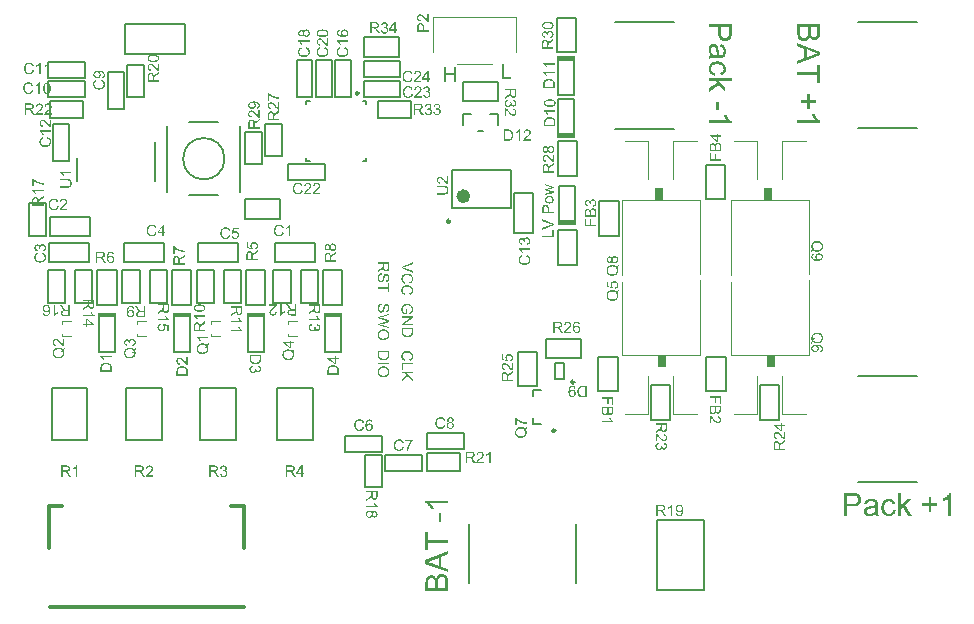
<source format=gto>
G04*
G04 #@! TF.GenerationSoftware,Altium Limited,Altium Designer,21.1.0 (24)*
G04*
G04 Layer_Color=65535*
%FSLAX25Y25*%
%MOIN*%
G70*
G04*
G04 #@! TF.SameCoordinates,8E11B689-D9C9-4360-AAA9-F91F00066FD3*
G04*
G04*
G04 #@! TF.FilePolarity,Positive*
G04*
G01*
G75*
%ADD10C,0.00984*%
%ADD11C,0.02362*%
%ADD12C,0.00500*%
%ADD13C,0.00787*%
%ADD14C,0.00591*%
%ADD15C,0.00394*%
%ADD16C,0.01181*%
%ADD17R,0.06102X0.01378*%
%ADD18R,0.03150X0.04331*%
G36*
X128010Y106294D02*
X128059D01*
X128119Y106288D01*
X128179Y106277D01*
X128250Y106272D01*
X128327Y106255D01*
X128409Y106245D01*
X128583Y106201D01*
X128763Y106146D01*
X128944Y106070D01*
X128949Y106064D01*
X128965Y106059D01*
X128987Y106048D01*
X129020Y106026D01*
X129064Y106004D01*
X129107Y105977D01*
X129211Y105901D01*
X129331Y105808D01*
X129446Y105693D01*
X129560Y105562D01*
X129610Y105486D01*
X129659Y105409D01*
X129664Y105404D01*
X129670Y105387D01*
X129681Y105366D01*
X129697Y105333D01*
X129713Y105289D01*
X129735Y105240D01*
X129757Y105185D01*
X129779Y105120D01*
X129801Y105049D01*
X129817Y104972D01*
X129839Y104891D01*
X129855Y104803D01*
X129883Y104612D01*
X129894Y104514D01*
Y104339D01*
X129888Y104306D01*
Y104263D01*
X129877Y104159D01*
X129861Y104044D01*
X129833Y103924D01*
X129801Y103793D01*
X129757Y103667D01*
Y103662D01*
X129752Y103651D01*
X129746Y103635D01*
X129735Y103613D01*
X129702Y103553D01*
X129664Y103476D01*
X129610Y103394D01*
X129544Y103307D01*
X129473Y103225D01*
X129386Y103149D01*
X129375Y103138D01*
X129342Y103116D01*
X129293Y103083D01*
X129222Y103040D01*
X129135Y102996D01*
X129025Y102947D01*
X128905Y102898D01*
X128769Y102859D01*
X128649Y103313D01*
X128654D01*
X128660Y103318D01*
X128676Y103323D01*
X128698Y103329D01*
X128747Y103345D01*
X128813Y103367D01*
X128889Y103400D01*
X128960Y103438D01*
X129036Y103476D01*
X129102Y103525D01*
X129107Y103531D01*
X129129Y103547D01*
X129156Y103580D01*
X129195Y103618D01*
X129238Y103667D01*
X129282Y103733D01*
X129326Y103804D01*
X129364Y103886D01*
X129369Y103897D01*
X129380Y103924D01*
X129397Y103973D01*
X129419Y104039D01*
X129435Y104115D01*
X129451Y104203D01*
X129462Y104301D01*
X129468Y104405D01*
Y104465D01*
X129462Y104492D01*
Y104525D01*
X129457Y104607D01*
X129440Y104699D01*
X129424Y104803D01*
X129397Y104901D01*
X129358Y105000D01*
X129353Y105011D01*
X129342Y105043D01*
X129315Y105087D01*
X129288Y105142D01*
X129244Y105207D01*
X129200Y105278D01*
X129146Y105344D01*
X129086Y105404D01*
X129080Y105409D01*
X129058Y105431D01*
X129020Y105458D01*
X128976Y105491D01*
X128922Y105529D01*
X128856Y105568D01*
X128785Y105606D01*
X128709Y105644D01*
X128703D01*
X128692Y105649D01*
X128676Y105655D01*
X128649Y105666D01*
X128616Y105677D01*
X128578Y105688D01*
X128534Y105704D01*
X128485Y105715D01*
X128370Y105742D01*
X128239Y105764D01*
X128103Y105780D01*
X127950Y105786D01*
X127944D01*
X127928D01*
X127901D01*
X127868Y105780D01*
X127824D01*
X127770Y105775D01*
X127715Y105770D01*
X127655Y105764D01*
X127518Y105742D01*
X127376Y105715D01*
X127235Y105671D01*
X127098Y105617D01*
X127093D01*
X127082Y105606D01*
X127065Y105600D01*
X127043Y105584D01*
X126983Y105546D01*
X126907Y105486D01*
X126825Y105415D01*
X126743Y105327D01*
X126667Y105224D01*
X126596Y105109D01*
Y105104D01*
X126590Y105093D01*
X126579Y105076D01*
X126568Y105049D01*
X126558Y105022D01*
X126547Y104983D01*
X126514Y104896D01*
X126487Y104787D01*
X126459Y104667D01*
X126437Y104536D01*
X126432Y104399D01*
Y104344D01*
X126437Y104312D01*
Y104279D01*
X126448Y104197D01*
X126459Y104099D01*
X126481Y103995D01*
X126514Y103880D01*
X126552Y103766D01*
Y103760D01*
X126558Y103749D01*
X126563Y103738D01*
X126574Y103717D01*
X126601Y103657D01*
X126634Y103591D01*
X126672Y103515D01*
X126716Y103433D01*
X126765Y103356D01*
X126820Y103291D01*
X127529D01*
Y104405D01*
X127977D01*
Y102799D01*
X126574D01*
X126568Y102805D01*
X126563Y102816D01*
X126547Y102838D01*
X126525Y102865D01*
X126503Y102898D01*
X126476Y102936D01*
X126443Y102985D01*
X126410Y103034D01*
X126339Y103149D01*
X126263Y103280D01*
X126192Y103416D01*
X126132Y103564D01*
Y103569D01*
X126126Y103580D01*
X126121Y103602D01*
X126110Y103629D01*
X126099Y103667D01*
X126083Y103711D01*
X126072Y103760D01*
X126061Y103809D01*
X126033Y103930D01*
X126006Y104066D01*
X125990Y104214D01*
X125984Y104366D01*
Y104421D01*
X125990Y104459D01*
Y104508D01*
X125995Y104568D01*
X126006Y104634D01*
X126012Y104705D01*
X126044Y104863D01*
X126083Y105033D01*
X126143Y105207D01*
X126175Y105295D01*
X126219Y105382D01*
X126225Y105387D01*
X126230Y105404D01*
X126246Y105426D01*
X126263Y105458D01*
X126290Y105497D01*
X126317Y105535D01*
X126394Y105639D01*
X126492Y105748D01*
X126612Y105862D01*
X126749Y105972D01*
X126907Y106070D01*
X126912D01*
X126929Y106081D01*
X126951Y106092D01*
X126989Y106108D01*
X127027Y106124D01*
X127082Y106141D01*
X127136Y106163D01*
X127202Y106184D01*
X127273Y106206D01*
X127355Y106228D01*
X127437Y106245D01*
X127524Y106261D01*
X127715Y106288D01*
X127917Y106299D01*
X127923D01*
X127944D01*
X127972D01*
X128010Y106294D01*
D02*
G37*
G36*
X129828Y101555D02*
X126858Y99572D01*
X129828D01*
Y99092D01*
X126050D01*
Y99611D01*
X129015Y101587D01*
X126050D01*
Y102068D01*
X129828D01*
Y101555D01*
D02*
G37*
G36*
Y96799D02*
X129823Y96701D01*
X129817Y96591D01*
X129806Y96482D01*
X129790Y96373D01*
X129773Y96280D01*
Y96275D01*
X129768Y96264D01*
Y96247D01*
X129757Y96226D01*
X129741Y96165D01*
X129713Y96089D01*
X129675Y96002D01*
X129626Y95909D01*
X129571Y95816D01*
X129500Y95729D01*
X129495Y95723D01*
X129490Y95718D01*
X129473Y95701D01*
X129457Y95679D01*
X129402Y95625D01*
X129326Y95559D01*
X129233Y95488D01*
X129124Y95412D01*
X128998Y95341D01*
X128856Y95281D01*
X128851D01*
X128840Y95275D01*
X128818Y95265D01*
X128785Y95259D01*
X128747Y95243D01*
X128703Y95232D01*
X128654Y95221D01*
X128594Y95205D01*
X128534Y95188D01*
X128463Y95177D01*
X128310Y95150D01*
X128141Y95134D01*
X127955Y95128D01*
X127950D01*
X127939D01*
X127912D01*
X127884D01*
X127846Y95134D01*
X127802D01*
X127699Y95139D01*
X127579Y95155D01*
X127453Y95172D01*
X127322Y95199D01*
X127191Y95232D01*
X127185D01*
X127174Y95237D01*
X127158Y95243D01*
X127136Y95248D01*
X127076Y95270D01*
X127000Y95303D01*
X126912Y95336D01*
X126825Y95379D01*
X126732Y95434D01*
X126645Y95488D01*
X126634Y95494D01*
X126607Y95516D01*
X126568Y95548D01*
X126519Y95592D01*
X126465Y95641D01*
X126410Y95701D01*
X126350Y95761D01*
X126301Y95832D01*
X126295Y95843D01*
X126279Y95865D01*
X126257Y95903D01*
X126230Y95958D01*
X126197Y96023D01*
X126170Y96100D01*
X126137Y96187D01*
X126110Y96286D01*
Y96297D01*
X126104Y96313D01*
X126099Y96329D01*
X126093Y96384D01*
X126083Y96460D01*
X126072Y96548D01*
X126061Y96651D01*
X126055Y96766D01*
X126050Y96892D01*
Y98251D01*
X129828D01*
Y96799D01*
D02*
G37*
G36*
X160218Y181897D02*
X162704D01*
Y181299D01*
X159547D01*
Y186344D01*
X160218D01*
Y181897D01*
D02*
G37*
G36*
X129828Y119538D02*
X127082Y118555D01*
X127076D01*
X127065Y118550D01*
X127049Y118544D01*
X127027Y118534D01*
X126994Y118528D01*
X126962Y118517D01*
X126880Y118490D01*
X126787Y118457D01*
X126683Y118424D01*
X126465Y118359D01*
X126470D01*
X126481Y118353D01*
X126497Y118348D01*
X126519Y118342D01*
X126579Y118326D01*
X126661Y118299D01*
X126754Y118272D01*
X126858Y118239D01*
X126967Y118201D01*
X127082Y118157D01*
X129828Y117130D01*
Y116623D01*
X126050Y118097D01*
Y118621D01*
X129828Y120084D01*
Y119538D01*
D02*
G37*
G36*
X128065Y116311D02*
X128119D01*
X128174Y116306D01*
X128245Y116300D01*
X128316Y116289D01*
X128474Y116262D01*
X128649Y116224D01*
X128823Y116169D01*
X128993Y116093D01*
X128998Y116087D01*
X129015Y116082D01*
X129036Y116071D01*
X129064Y116049D01*
X129102Y116027D01*
X129146Y116000D01*
X129244Y115929D01*
X129353Y115836D01*
X129462Y115727D01*
X129571Y115602D01*
X129664Y115454D01*
X129670Y115449D01*
X129675Y115432D01*
X129686Y115410D01*
X129702Y115383D01*
X129719Y115340D01*
X129735Y115296D01*
X129757Y115241D01*
X129779Y115181D01*
X129801Y115116D01*
X129823Y115045D01*
X129855Y114892D01*
X129883Y114717D01*
X129894Y114537D01*
Y114482D01*
X129888Y114444D01*
X129883Y114395D01*
X129877Y114335D01*
X129872Y114275D01*
X129855Y114204D01*
X129823Y114056D01*
X129773Y113893D01*
X129741Y113811D01*
X129702Y113734D01*
X129653Y113658D01*
X129604Y113581D01*
X129599Y113576D01*
X129593Y113565D01*
X129577Y113543D01*
X129550Y113516D01*
X129522Y113488D01*
X129484Y113450D01*
X129440Y113412D01*
X129397Y113368D01*
X129342Y113325D01*
X129277Y113281D01*
X129211Y113232D01*
X129140Y113188D01*
X129058Y113150D01*
X128976Y113106D01*
X128889Y113074D01*
X128791Y113041D01*
X128676Y113532D01*
X128682D01*
X128692Y113538D01*
X128714Y113549D01*
X128742Y113559D01*
X128774Y113570D01*
X128818Y113587D01*
X128905Y113630D01*
X129004Y113685D01*
X129102Y113751D01*
X129195Y113832D01*
X129277Y113920D01*
X129288Y113931D01*
X129309Y113964D01*
X129337Y114018D01*
X129375Y114089D01*
X129408Y114182D01*
X129440Y114286D01*
X129462Y114411D01*
X129468Y114548D01*
Y114592D01*
X129462Y114619D01*
Y114657D01*
X129457Y114701D01*
X129440Y114804D01*
X129419Y114919D01*
X129380Y115039D01*
X129326Y115165D01*
X129255Y115279D01*
Y115285D01*
X129244Y115290D01*
X129217Y115329D01*
X129173Y115378D01*
X129107Y115438D01*
X129025Y115509D01*
X128933Y115574D01*
X128818Y115634D01*
X128692Y115689D01*
X128687D01*
X128676Y115694D01*
X128660Y115700D01*
X128632Y115705D01*
X128600Y115716D01*
X128561Y115727D01*
X128469Y115744D01*
X128359Y115765D01*
X128239Y115787D01*
X128108Y115798D01*
X127966Y115804D01*
X127961D01*
X127944D01*
X127917D01*
X127884D01*
X127846Y115798D01*
X127797D01*
X127742Y115793D01*
X127682Y115787D01*
X127551Y115771D01*
X127409Y115744D01*
X127267Y115711D01*
X127125Y115667D01*
X127120D01*
X127109Y115662D01*
X127093Y115651D01*
X127065Y115640D01*
X127000Y115607D01*
X126923Y115558D01*
X126836Y115498D01*
X126743Y115421D01*
X126661Y115334D01*
X126585Y115230D01*
Y115225D01*
X126579Y115214D01*
X126568Y115198D01*
X126558Y115176D01*
X126547Y115148D01*
X126530Y115116D01*
X126497Y115039D01*
X126465Y114941D01*
X126437Y114832D01*
X126416Y114712D01*
X126410Y114586D01*
Y114548D01*
X126416Y114515D01*
Y114477D01*
X126421Y114439D01*
X126443Y114340D01*
X126470Y114226D01*
X126514Y114111D01*
X126574Y113991D01*
X126607Y113931D01*
X126650Y113876D01*
X126656Y113871D01*
X126661Y113865D01*
X126678Y113849D01*
X126694Y113827D01*
X126721Y113805D01*
X126754Y113778D01*
X126787Y113745D01*
X126830Y113718D01*
X126880Y113685D01*
X126934Y113647D01*
X126989Y113614D01*
X127054Y113581D01*
X127125Y113554D01*
X127202Y113527D01*
X127284Y113499D01*
X127371Y113478D01*
X127245Y112975D01*
X127240D01*
X127218Y112981D01*
X127185Y112992D01*
X127142Y113008D01*
X127093Y113024D01*
X127033Y113046D01*
X126967Y113074D01*
X126896Y113106D01*
X126743Y113183D01*
X126590Y113281D01*
X126514Y113341D01*
X126437Y113401D01*
X126372Y113467D01*
X126306Y113543D01*
X126301Y113549D01*
X126290Y113559D01*
X126279Y113587D01*
X126257Y113614D01*
X126230Y113658D01*
X126203Y113701D01*
X126175Y113761D01*
X126148Y113822D01*
X126115Y113893D01*
X126088Y113969D01*
X126061Y114051D01*
X126033Y114138D01*
X126012Y114231D01*
X126001Y114329D01*
X125990Y114433D01*
X125984Y114542D01*
Y114602D01*
X125990Y114646D01*
Y114695D01*
X125995Y114755D01*
X126006Y114821D01*
X126017Y114897D01*
X126044Y115056D01*
X126088Y115219D01*
X126148Y115383D01*
X126186Y115460D01*
X126230Y115536D01*
X126235Y115542D01*
X126241Y115552D01*
X126257Y115574D01*
X126279Y115596D01*
X126301Y115629D01*
X126334Y115667D01*
X126372Y115711D01*
X126416Y115754D01*
X126465Y115798D01*
X126514Y115847D01*
X126639Y115945D01*
X126787Y116038D01*
X126951Y116120D01*
X126956D01*
X126972Y116131D01*
X127000Y116137D01*
X127033Y116153D01*
X127076Y116164D01*
X127131Y116180D01*
X127191Y116202D01*
X127256Y116218D01*
X127327Y116235D01*
X127409Y116257D01*
X127579Y116284D01*
X127770Y116306D01*
X127966Y116317D01*
X127972D01*
X127994D01*
X128026D01*
X128065Y116311D01*
D02*
G37*
G36*
Y112500D02*
X128119D01*
X128174Y112495D01*
X128245Y112489D01*
X128316Y112478D01*
X128474Y112451D01*
X128649Y112413D01*
X128823Y112358D01*
X128993Y112282D01*
X128998Y112276D01*
X129015Y112271D01*
X129036Y112260D01*
X129064Y112238D01*
X129102Y112216D01*
X129146Y112189D01*
X129244Y112118D01*
X129353Y112025D01*
X129462Y111916D01*
X129571Y111791D01*
X129664Y111643D01*
X129670Y111638D01*
X129675Y111621D01*
X129686Y111599D01*
X129702Y111572D01*
X129719Y111528D01*
X129735Y111485D01*
X129757Y111430D01*
X129779Y111370D01*
X129801Y111304D01*
X129823Y111233D01*
X129855Y111081D01*
X129883Y110906D01*
X129894Y110726D01*
Y110671D01*
X129888Y110633D01*
X129883Y110584D01*
X129877Y110524D01*
X129872Y110464D01*
X129855Y110393D01*
X129823Y110245D01*
X129773Y110082D01*
X129741Y110000D01*
X129702Y109923D01*
X129653Y109847D01*
X129604Y109770D01*
X129599Y109765D01*
X129593Y109754D01*
X129577Y109732D01*
X129550Y109705D01*
X129522Y109677D01*
X129484Y109639D01*
X129440Y109601D01*
X129397Y109557D01*
X129342Y109514D01*
X129277Y109470D01*
X129211Y109421D01*
X129140Y109377D01*
X129058Y109339D01*
X128976Y109295D01*
X128889Y109263D01*
X128791Y109230D01*
X128676Y109721D01*
X128682D01*
X128692Y109727D01*
X128714Y109738D01*
X128742Y109748D01*
X128774Y109759D01*
X128818Y109776D01*
X128905Y109819D01*
X129004Y109874D01*
X129102Y109940D01*
X129195Y110021D01*
X129277Y110109D01*
X129288Y110120D01*
X129309Y110152D01*
X129337Y110207D01*
X129375Y110278D01*
X129408Y110371D01*
X129440Y110475D01*
X129462Y110600D01*
X129468Y110737D01*
Y110780D01*
X129462Y110808D01*
Y110846D01*
X129457Y110890D01*
X129440Y110993D01*
X129419Y111108D01*
X129380Y111228D01*
X129326Y111354D01*
X129255Y111468D01*
Y111474D01*
X129244Y111479D01*
X129217Y111518D01*
X129173Y111567D01*
X129107Y111627D01*
X129025Y111698D01*
X128933Y111763D01*
X128818Y111823D01*
X128692Y111878D01*
X128687D01*
X128676Y111883D01*
X128660Y111889D01*
X128632Y111894D01*
X128600Y111905D01*
X128561Y111916D01*
X128469Y111932D01*
X128359Y111954D01*
X128239Y111976D01*
X128108Y111987D01*
X127966Y111993D01*
X127961D01*
X127944D01*
X127917D01*
X127884D01*
X127846Y111987D01*
X127797D01*
X127742Y111982D01*
X127682Y111976D01*
X127551Y111960D01*
X127409Y111932D01*
X127267Y111900D01*
X127125Y111856D01*
X127120D01*
X127109Y111851D01*
X127093Y111840D01*
X127065Y111829D01*
X127000Y111796D01*
X126923Y111747D01*
X126836Y111687D01*
X126743Y111610D01*
X126661Y111523D01*
X126585Y111419D01*
Y111414D01*
X126579Y111403D01*
X126568Y111386D01*
X126558Y111365D01*
X126547Y111337D01*
X126530Y111304D01*
X126497Y111228D01*
X126465Y111130D01*
X126437Y111021D01*
X126416Y110900D01*
X126410Y110775D01*
Y110737D01*
X126416Y110704D01*
Y110666D01*
X126421Y110627D01*
X126443Y110529D01*
X126470Y110415D01*
X126514Y110300D01*
X126574Y110180D01*
X126607Y110120D01*
X126650Y110065D01*
X126656Y110060D01*
X126661Y110054D01*
X126678Y110038D01*
X126694Y110016D01*
X126721Y109994D01*
X126754Y109967D01*
X126787Y109934D01*
X126830Y109907D01*
X126880Y109874D01*
X126934Y109836D01*
X126989Y109803D01*
X127054Y109770D01*
X127125Y109743D01*
X127202Y109716D01*
X127284Y109688D01*
X127371Y109667D01*
X127245Y109164D01*
X127240D01*
X127218Y109170D01*
X127185Y109181D01*
X127142Y109197D01*
X127093Y109213D01*
X127033Y109235D01*
X126967Y109263D01*
X126896Y109295D01*
X126743Y109372D01*
X126590Y109470D01*
X126514Y109530D01*
X126437Y109590D01*
X126372Y109656D01*
X126306Y109732D01*
X126301Y109738D01*
X126290Y109748D01*
X126279Y109776D01*
X126257Y109803D01*
X126230Y109847D01*
X126203Y109890D01*
X126175Y109950D01*
X126148Y110011D01*
X126115Y110082D01*
X126088Y110158D01*
X126061Y110240D01*
X126033Y110327D01*
X126012Y110420D01*
X126001Y110518D01*
X125990Y110622D01*
X125984Y110731D01*
Y110791D01*
X125990Y110835D01*
Y110884D01*
X125995Y110944D01*
X126006Y111010D01*
X126017Y111086D01*
X126044Y111244D01*
X126088Y111408D01*
X126148Y111572D01*
X126186Y111648D01*
X126230Y111725D01*
X126235Y111730D01*
X126241Y111741D01*
X126257Y111763D01*
X126279Y111785D01*
X126301Y111818D01*
X126334Y111856D01*
X126372Y111900D01*
X126416Y111943D01*
X126465Y111987D01*
X126514Y112036D01*
X126639Y112134D01*
X126787Y112227D01*
X126951Y112309D01*
X126956D01*
X126972Y112320D01*
X127000Y112326D01*
X127033Y112342D01*
X127076Y112353D01*
X127131Y112369D01*
X127191Y112391D01*
X127256Y112407D01*
X127327Y112424D01*
X127409Y112446D01*
X127579Y112473D01*
X127770Y112495D01*
X127966Y112506D01*
X127972D01*
X127994D01*
X128026D01*
X128065Y112500D01*
D02*
G37*
G36*
X119432Y105830D02*
X119426D01*
X119421D01*
X119404Y105824D01*
X119382D01*
X119333Y105813D01*
X119262Y105797D01*
X119191Y105775D01*
X119109Y105753D01*
X119033Y105715D01*
X118962Y105677D01*
X118956Y105671D01*
X118935Y105655D01*
X118896Y105628D01*
X118858Y105584D01*
X118809Y105529D01*
X118760Y105469D01*
X118711Y105387D01*
X118667Y105300D01*
Y105295D01*
X118662Y105289D01*
X118656Y105273D01*
X118651Y105256D01*
X118634Y105202D01*
X118613Y105131D01*
X118591Y105043D01*
X118574Y104945D01*
X118563Y104836D01*
X118558Y104716D01*
Y104667D01*
X118563Y104612D01*
X118569Y104547D01*
X118580Y104470D01*
X118591Y104383D01*
X118613Y104295D01*
X118640Y104214D01*
X118645Y104203D01*
X118656Y104175D01*
X118678Y104137D01*
X118700Y104088D01*
X118738Y104039D01*
X118776Y103984D01*
X118820Y103930D01*
X118875Y103886D01*
X118880Y103880D01*
X118902Y103869D01*
X118929Y103853D01*
X118973Y103831D01*
X119017Y103809D01*
X119071Y103793D01*
X119131Y103782D01*
X119197Y103777D01*
X119202D01*
X119229D01*
X119262Y103782D01*
X119306Y103788D01*
X119350Y103804D01*
X119404Y103820D01*
X119459Y103848D01*
X119508Y103886D01*
X119513Y103891D01*
X119530Y103908D01*
X119552Y103930D01*
X119584Y103968D01*
X119617Y104011D01*
X119655Y104071D01*
X119694Y104142D01*
X119726Y104224D01*
X119732Y104230D01*
X119737Y104257D01*
X119754Y104301D01*
X119759Y104328D01*
X119770Y104366D01*
X119787Y104405D01*
X119797Y104454D01*
X119814Y104508D01*
X119830Y104574D01*
X119846Y104639D01*
X119868Y104716D01*
X119890Y104803D01*
X119912Y104896D01*
Y104901D01*
X119918Y104918D01*
X119923Y104945D01*
X119934Y104978D01*
X119945Y105022D01*
X119956Y105071D01*
X119989Y105180D01*
X120027Y105300D01*
X120065Y105426D01*
X120103Y105535D01*
X120125Y105584D01*
X120147Y105628D01*
Y105633D01*
X120152Y105639D01*
X120174Y105671D01*
X120201Y105720D01*
X120245Y105775D01*
X120294Y105841D01*
X120354Y105906D01*
X120425Y105972D01*
X120502Y106026D01*
X120513Y106032D01*
X120540Y106048D01*
X120584Y106070D01*
X120638Y106092D01*
X120709Y106114D01*
X120791Y106135D01*
X120879Y106152D01*
X120971Y106157D01*
X120977D01*
X120982D01*
X120999D01*
X121020D01*
X121075Y106146D01*
X121146Y106135D01*
X121228Y106119D01*
X121321Y106092D01*
X121414Y106053D01*
X121506Y105999D01*
X121512D01*
X121517Y105993D01*
X121550Y105966D01*
X121594Y105928D01*
X121648Y105879D01*
X121708Y105813D01*
X121774Y105731D01*
X121834Y105633D01*
X121889Y105524D01*
Y105518D01*
X121894Y105508D01*
X121899Y105491D01*
X121910Y105469D01*
X121921Y105442D01*
X121932Y105404D01*
X121954Y105322D01*
X121976Y105218D01*
X121998Y105098D01*
X122014Y104972D01*
X122020Y104831D01*
Y104760D01*
X122014Y104721D01*
Y104683D01*
X122003Y104579D01*
X121987Y104465D01*
X121959Y104344D01*
X121927Y104214D01*
X121883Y104093D01*
Y104088D01*
X121878Y104077D01*
X121867Y104061D01*
X121856Y104039D01*
X121828Y103984D01*
X121779Y103913D01*
X121725Y103831D01*
X121654Y103749D01*
X121572Y103673D01*
X121479Y103602D01*
X121474D01*
X121468Y103596D01*
X121452Y103586D01*
X121435Y103575D01*
X121381Y103547D01*
X121310Y103515D01*
X121222Y103476D01*
X121119Y103449D01*
X121010Y103422D01*
X120889Y103411D01*
X120851Y103891D01*
X120857D01*
X120868D01*
X120884Y103897D01*
X120911Y103902D01*
X120971Y103919D01*
X121053Y103940D01*
X121141Y103973D01*
X121228Y104022D01*
X121310Y104082D01*
X121386Y104159D01*
X121392Y104170D01*
X121414Y104197D01*
X121446Y104252D01*
X121479Y104323D01*
X121512Y104416D01*
X121545Y104525D01*
X121566Y104661D01*
X121572Y104814D01*
Y104891D01*
X121566Y104923D01*
X121561Y104967D01*
X121550Y105065D01*
X121528Y105175D01*
X121501Y105284D01*
X121457Y105387D01*
X121430Y105431D01*
X121403Y105475D01*
X121397Y105486D01*
X121375Y105508D01*
X121337Y105540D01*
X121293Y105573D01*
X121233Y105611D01*
X121168Y105644D01*
X121091Y105666D01*
X121004Y105677D01*
X120993D01*
X120971D01*
X120933Y105671D01*
X120889Y105660D01*
X120835Y105644D01*
X120780Y105617D01*
X120726Y105584D01*
X120671Y105535D01*
X120666Y105529D01*
X120649Y105502D01*
X120633Y105480D01*
X120622Y105458D01*
X120606Y105426D01*
X120584Y105387D01*
X120567Y105338D01*
X120545Y105284D01*
X120524Y105224D01*
X120496Y105153D01*
X120474Y105076D01*
X120447Y104989D01*
X120425Y104891D01*
X120398Y104781D01*
Y104776D01*
X120393Y104754D01*
X120387Y104721D01*
X120376Y104683D01*
X120365Y104634D01*
X120349Y104574D01*
X120333Y104514D01*
X120316Y104448D01*
X120278Y104306D01*
X120240Y104170D01*
X120218Y104104D01*
X120196Y104044D01*
X120180Y103990D01*
X120158Y103946D01*
Y103940D01*
X120152Y103930D01*
X120141Y103913D01*
X120130Y103891D01*
X120098Y103831D01*
X120054Y103760D01*
X119994Y103678D01*
X119928Y103596D01*
X119852Y103520D01*
X119770Y103454D01*
X119759Y103449D01*
X119732Y103427D01*
X119683Y103405D01*
X119617Y103373D01*
X119541Y103345D01*
X119448Y103318D01*
X119344Y103302D01*
X119235Y103296D01*
X119229D01*
X119224D01*
X119208D01*
X119186D01*
X119126Y103307D01*
X119049Y103318D01*
X118962Y103340D01*
X118869Y103367D01*
X118771Y103411D01*
X118667Y103471D01*
X118662D01*
X118656Y103476D01*
X118623Y103504D01*
X118574Y103542D01*
X118520Y103596D01*
X118454Y103667D01*
X118383Y103755D01*
X118318Y103853D01*
X118258Y103968D01*
Y103973D01*
X118252Y103984D01*
X118247Y104000D01*
X118236Y104022D01*
X118225Y104055D01*
X118209Y104093D01*
X118187Y104181D01*
X118159Y104285D01*
X118132Y104410D01*
X118116Y104547D01*
X118110Y104694D01*
Y104781D01*
X118116Y104825D01*
Y104874D01*
X118121Y104929D01*
X118127Y104994D01*
X118149Y105131D01*
X118170Y105273D01*
X118209Y105415D01*
X118258Y105551D01*
Y105557D01*
X118263Y105568D01*
X118274Y105584D01*
X118285Y105606D01*
X118318Y105671D01*
X118367Y105748D01*
X118432Y105835D01*
X118509Y105928D01*
X118602Y106015D01*
X118705Y106097D01*
X118711D01*
X118722Y106108D01*
X118738Y106114D01*
X118760Y106130D01*
X118787Y106141D01*
X118820Y106157D01*
X118902Y106195D01*
X119006Y106234D01*
X119120Y106266D01*
X119251Y106288D01*
X119388Y106299D01*
X119432Y105830D01*
D02*
G37*
G36*
X121954Y102439D02*
X119475Y101877D01*
X119470D01*
X119459Y101871D01*
X119437Y101866D01*
X119410Y101860D01*
X119371Y101855D01*
X119333Y101844D01*
X119284Y101833D01*
X119229Y101822D01*
X119115Y101795D01*
X118984Y101767D01*
X118842Y101740D01*
X118700Y101713D01*
X118705D01*
X118727Y101707D01*
X118754Y101696D01*
X118798Y101691D01*
X118842Y101680D01*
X118896Y101664D01*
X119017Y101636D01*
X119137Y101604D01*
X119197Y101593D01*
X119251Y101576D01*
X119300Y101565D01*
X119344Y101555D01*
X119377Y101544D01*
X119399Y101538D01*
X121954Y100823D01*
Y100217D01*
X120038Y99682D01*
X120032D01*
X120005Y99671D01*
X119967Y99660D01*
X119918Y99649D01*
X119852Y99633D01*
X119781Y99611D01*
X119699Y99589D01*
X119606Y99567D01*
X119502Y99540D01*
X119399Y99518D01*
X119175Y99469D01*
X118940Y99420D01*
X118700Y99381D01*
X118705D01*
X118716Y99376D01*
X118738D01*
X118765Y99365D01*
X118798Y99360D01*
X118836Y99349D01*
X118886Y99343D01*
X118940Y99327D01*
X119060Y99300D01*
X119202Y99267D01*
X119355Y99234D01*
X119524Y99190D01*
X121954Y98601D01*
Y98093D01*
X118176Y99130D01*
Y99622D01*
X121053Y100413D01*
X121059D01*
X121070Y100419D01*
X121086Y100424D01*
X121113Y100430D01*
X121173Y100446D01*
X121244Y100462D01*
X121321Y100484D01*
X121392Y100506D01*
X121452Y100522D01*
X121479Y100528D01*
X121495Y100533D01*
X121490D01*
X121484Y100539D01*
X121452Y100544D01*
X121403Y100555D01*
X121343Y100572D01*
X121277Y100588D01*
X121201Y100610D01*
X121124Y100626D01*
X121053Y100648D01*
X118176Y101445D01*
Y101969D01*
X121954Y102958D01*
Y102439D01*
D02*
G37*
G36*
X120103Y97771D02*
X120169D01*
X120245Y97760D01*
X120338Y97749D01*
X120442Y97733D01*
X120551Y97711D01*
X120666Y97689D01*
X120786Y97656D01*
X120906Y97612D01*
X121031Y97563D01*
X121151Y97509D01*
X121272Y97438D01*
X121381Y97361D01*
X121484Y97274D01*
X121490Y97268D01*
X121506Y97252D01*
X121534Y97219D01*
X121566Y97181D01*
X121610Y97132D01*
X121654Y97072D01*
X121703Y97001D01*
X121752Y96919D01*
X121801Y96832D01*
X121850Y96733D01*
X121894Y96624D01*
X121938Y96509D01*
X121970Y96384D01*
X121998Y96253D01*
X122014Y96116D01*
X122020Y95969D01*
Y95920D01*
X122014Y95881D01*
Y95832D01*
X122009Y95783D01*
X121998Y95718D01*
X121987Y95652D01*
X121959Y95510D01*
X121916Y95346D01*
X121850Y95188D01*
X121812Y95106D01*
X121768Y95024D01*
X121763Y95019D01*
X121757Y95008D01*
X121741Y94986D01*
X121725Y94953D01*
X121697Y94921D01*
X121665Y94877D01*
X121588Y94784D01*
X121490Y94686D01*
X121370Y94577D01*
X121228Y94473D01*
X121070Y94385D01*
X121064D01*
X121048Y94375D01*
X121026Y94364D01*
X120993Y94353D01*
X120949Y94331D01*
X120900Y94314D01*
X120840Y94293D01*
X120775Y94271D01*
X120704Y94254D01*
X120627Y94233D01*
X120540Y94211D01*
X120453Y94194D01*
X120262Y94173D01*
X120054Y94162D01*
X120048D01*
X120027D01*
X119999D01*
X119956Y94167D01*
X119907D01*
X119846Y94173D01*
X119781Y94183D01*
X119710Y94189D01*
X119552Y94216D01*
X119377Y94260D01*
X119202Y94320D01*
X119115Y94353D01*
X119027Y94396D01*
X119022D01*
X119006Y94407D01*
X118984Y94418D01*
X118951Y94440D01*
X118913Y94462D01*
X118875Y94489D01*
X118771Y94566D01*
X118662Y94658D01*
X118547Y94768D01*
X118438Y94899D01*
X118340Y95052D01*
Y95057D01*
X118329Y95068D01*
X118318Y95095D01*
X118301Y95128D01*
X118285Y95166D01*
X118269Y95210D01*
X118247Y95265D01*
X118225Y95325D01*
X118203Y95390D01*
X118181Y95461D01*
X118149Y95619D01*
X118121Y95789D01*
X118110Y95969D01*
Y96023D01*
X118116Y96056D01*
Y96105D01*
X118127Y96160D01*
X118132Y96220D01*
X118143Y96291D01*
X118176Y96438D01*
X118219Y96597D01*
X118285Y96761D01*
X118323Y96842D01*
X118367Y96924D01*
X118372Y96930D01*
X118378Y96941D01*
X118394Y96963D01*
X118416Y96995D01*
X118438Y97028D01*
X118471Y97066D01*
X118552Y97159D01*
X118651Y97263D01*
X118771Y97372D01*
X118907Y97470D01*
X119066Y97563D01*
X119071D01*
X119088Y97574D01*
X119109Y97585D01*
X119142Y97596D01*
X119186Y97612D01*
X119235Y97629D01*
X119290Y97651D01*
X119350Y97667D01*
X119421Y97689D01*
X119492Y97711D01*
X119655Y97743D01*
X119825Y97765D01*
X120010Y97776D01*
X120016D01*
X120021D01*
X120054D01*
X120103Y97771D01*
D02*
G37*
G36*
X176712Y145349D02*
Y144874D01*
X175074Y144437D01*
X174604Y144328D01*
X176712Y143777D01*
Y143285D01*
X173971Y142455D01*
Y142941D01*
X175554Y143378D01*
X176144Y143531D01*
X176138D01*
X176127Y143536D01*
X176100Y143542D01*
X176084Y143547D01*
X176056Y143553D01*
X176024Y143558D01*
X175985Y143569D01*
X175942Y143580D01*
X175887Y143596D01*
X175827Y143613D01*
X175756Y143629D01*
X175674Y143651D01*
X175581Y143673D01*
X173971Y144110D01*
Y144585D01*
X175565Y144994D01*
X176089Y145131D01*
X175559Y145289D01*
X173971Y145758D01*
Y146212D01*
X176712Y145349D01*
D02*
G37*
G36*
X175434Y142242D02*
X175488Y142237D01*
X175543D01*
X175603Y142226D01*
X175740Y142209D01*
X175876Y142177D01*
X176013Y142139D01*
X176138Y142084D01*
X176144D01*
X176149Y142078D01*
X176166Y142068D01*
X176187Y142057D01*
X176242Y142018D01*
X176307Y141969D01*
X176384Y141904D01*
X176460Y141822D01*
X176537Y141729D01*
X176608Y141620D01*
Y141614D01*
X176613Y141609D01*
X176624Y141593D01*
X176635Y141565D01*
X176646Y141538D01*
X176657Y141505D01*
X176690Y141423D01*
X176717Y141331D01*
X176744Y141216D01*
X176766Y141096D01*
X176772Y140965D01*
Y140910D01*
X176766Y140866D01*
X176761Y140817D01*
X176750Y140763D01*
X176739Y140697D01*
X176728Y140632D01*
X176684Y140484D01*
X176652Y140402D01*
X176619Y140326D01*
X176575Y140249D01*
X176526Y140173D01*
X176471Y140102D01*
X176406Y140031D01*
X176400Y140025D01*
X176389Y140015D01*
X176368Y139998D01*
X176335Y139976D01*
X176297Y139949D01*
X176253Y139922D01*
X176198Y139889D01*
X176133Y139856D01*
X176062Y139823D01*
X175980Y139791D01*
X175893Y139763D01*
X175800Y139736D01*
X175696Y139714D01*
X175587Y139698D01*
X175467Y139687D01*
X175341Y139682D01*
X175330D01*
X175308D01*
X175270Y139687D01*
X175215D01*
X175155Y139692D01*
X175079Y139703D01*
X175003Y139714D01*
X174915Y139736D01*
X174828Y139758D01*
X174735Y139785D01*
X174637Y139818D01*
X174544Y139862D01*
X174457Y139905D01*
X174369Y139965D01*
X174287Y140025D01*
X174216Y140102D01*
X174211Y140107D01*
X174205Y140118D01*
X174189Y140140D01*
X174167Y140167D01*
X174145Y140200D01*
X174118Y140244D01*
X174091Y140288D01*
X174064Y140342D01*
X174036Y140402D01*
X174009Y140468D01*
X173960Y140615D01*
X173922Y140785D01*
X173916Y140872D01*
X173911Y140965D01*
Y141019D01*
X173916Y141058D01*
X173922Y141107D01*
X173932Y141161D01*
X173943Y141221D01*
X173954Y141292D01*
X174003Y141440D01*
X174031Y141516D01*
X174069Y141593D01*
X174107Y141669D01*
X174162Y141745D01*
X174216Y141816D01*
X174282Y141887D01*
X174287Y141893D01*
X174298Y141904D01*
X174320Y141920D01*
X174347Y141942D01*
X174386Y141969D01*
X174435Y142002D01*
X174489Y142035D01*
X174549Y142068D01*
X174615Y142100D01*
X174697Y142133D01*
X174779Y142166D01*
X174872Y142193D01*
X174970Y142215D01*
X175074Y142231D01*
X175183Y142242D01*
X175303Y142248D01*
X175308D01*
X175325D01*
X175352D01*
X175390D01*
X175434Y142242D01*
D02*
G37*
G36*
X174113Y139272D02*
X174151Y139267D01*
X174200Y139261D01*
X174255Y139250D01*
X174315Y139239D01*
X174440Y139201D01*
X174506Y139179D01*
X174577Y139146D01*
X174648Y139108D01*
X174713Y139070D01*
X174779Y139021D01*
X174844Y138966D01*
X174850Y138961D01*
X174861Y138950D01*
X174877Y138934D01*
X174893Y138906D01*
X174921Y138874D01*
X174948Y138830D01*
X174981Y138775D01*
X175008Y138715D01*
X175041Y138644D01*
X175074Y138562D01*
X175101Y138475D01*
X175123Y138371D01*
X175145Y138262D01*
X175161Y138142D01*
X175172Y138005D01*
X175177Y137863D01*
Y136897D01*
X176712D01*
Y136395D01*
X172933D01*
Y137945D01*
X172939Y138027D01*
X172944Y138120D01*
X172950Y138218D01*
X172960Y138311D01*
X172971Y138393D01*
Y138404D01*
X172982Y138442D01*
X172993Y138491D01*
X173010Y138557D01*
X173037Y138628D01*
X173070Y138704D01*
X173108Y138786D01*
X173152Y138857D01*
X173157Y138868D01*
X173173Y138890D01*
X173206Y138923D01*
X173245Y138966D01*
X173294Y139015D01*
X173359Y139065D01*
X173430Y139119D01*
X173512Y139163D01*
X173523Y139168D01*
X173550Y139179D01*
X173599Y139201D01*
X173665Y139223D01*
X173741Y139239D01*
X173829Y139261D01*
X173927Y139272D01*
X174031Y139278D01*
X174036D01*
X174053D01*
X174074D01*
X174113Y139272D01*
D02*
G37*
G36*
X176712Y132999D02*
Y132474D01*
X172933Y131011D01*
Y131557D01*
X175680Y132540D01*
X175685D01*
X175696Y132545D01*
X175712Y132551D01*
X175734Y132562D01*
X175767Y132567D01*
X175800Y132578D01*
X175882Y132605D01*
X175975Y132638D01*
X176078Y132671D01*
X176297Y132736D01*
X176291D01*
X176280Y132742D01*
X176264Y132747D01*
X176242Y132753D01*
X176182Y132769D01*
X176100Y132797D01*
X176007Y132824D01*
X175903Y132857D01*
X175794Y132895D01*
X175680Y132939D01*
X172933Y133965D01*
Y134473D01*
X176712Y132999D01*
D02*
G37*
G36*
Y128445D02*
X172933D01*
Y128947D01*
X176264D01*
Y130809D01*
X176712D01*
Y128445D01*
D02*
G37*
G36*
X128065Y90546D02*
X128119D01*
X128174Y90540D01*
X128245Y90535D01*
X128316Y90524D01*
X128474Y90497D01*
X128649Y90458D01*
X128823Y90404D01*
X128993Y90327D01*
X128998Y90322D01*
X129015Y90316D01*
X129036Y90306D01*
X129064Y90284D01*
X129102Y90262D01*
X129146Y90235D01*
X129244Y90163D01*
X129353Y90071D01*
X129462Y89961D01*
X129571Y89836D01*
X129664Y89688D01*
X129670Y89683D01*
X129675Y89667D01*
X129686Y89645D01*
X129702Y89618D01*
X129719Y89574D01*
X129735Y89530D01*
X129757Y89476D01*
X129779Y89416D01*
X129801Y89350D01*
X129823Y89279D01*
X129855Y89126D01*
X129883Y88951D01*
X129894Y88771D01*
Y88717D01*
X129888Y88678D01*
X129883Y88629D01*
X129877Y88569D01*
X129872Y88509D01*
X129855Y88438D01*
X129823Y88291D01*
X129773Y88127D01*
X129741Y88045D01*
X129702Y87969D01*
X129653Y87892D01*
X129604Y87816D01*
X129599Y87810D01*
X129593Y87799D01*
X129577Y87778D01*
X129550Y87750D01*
X129522Y87723D01*
X129484Y87685D01*
X129440Y87647D01*
X129397Y87603D01*
X129342Y87559D01*
X129277Y87515D01*
X129211Y87466D01*
X129140Y87423D01*
X129058Y87384D01*
X128976Y87341D01*
X128889Y87308D01*
X128791Y87275D01*
X128676Y87767D01*
X128682D01*
X128692Y87772D01*
X128714Y87783D01*
X128742Y87794D01*
X128774Y87805D01*
X128818Y87821D01*
X128905Y87865D01*
X129004Y87919D01*
X129102Y87985D01*
X129195Y88067D01*
X129277Y88154D01*
X129288Y88165D01*
X129309Y88198D01*
X129337Y88253D01*
X129375Y88323D01*
X129408Y88416D01*
X129440Y88520D01*
X129462Y88646D01*
X129468Y88782D01*
Y88826D01*
X129462Y88853D01*
Y88891D01*
X129457Y88935D01*
X129440Y89039D01*
X129419Y89153D01*
X129380Y89274D01*
X129326Y89399D01*
X129255Y89514D01*
Y89519D01*
X129244Y89525D01*
X129217Y89563D01*
X129173Y89612D01*
X129107Y89672D01*
X129025Y89743D01*
X128933Y89809D01*
X128818Y89869D01*
X128692Y89923D01*
X128687D01*
X128676Y89929D01*
X128660Y89934D01*
X128632Y89940D01*
X128600Y89951D01*
X128561Y89961D01*
X128469Y89978D01*
X128359Y90000D01*
X128239Y90022D01*
X128108Y90033D01*
X127966Y90038D01*
X127961D01*
X127944D01*
X127917D01*
X127884D01*
X127846Y90033D01*
X127797D01*
X127742Y90027D01*
X127682Y90022D01*
X127551Y90005D01*
X127409Y89978D01*
X127267Y89945D01*
X127125Y89901D01*
X127120D01*
X127109Y89896D01*
X127093Y89885D01*
X127065Y89874D01*
X127000Y89841D01*
X126923Y89792D01*
X126836Y89732D01*
X126743Y89656D01*
X126661Y89568D01*
X126585Y89465D01*
Y89459D01*
X126579Y89448D01*
X126568Y89432D01*
X126558Y89410D01*
X126547Y89383D01*
X126530Y89350D01*
X126497Y89274D01*
X126465Y89175D01*
X126437Y89066D01*
X126416Y88946D01*
X126410Y88820D01*
Y88782D01*
X126416Y88749D01*
Y88711D01*
X126421Y88673D01*
X126443Y88575D01*
X126470Y88460D01*
X126514Y88345D01*
X126574Y88225D01*
X126607Y88165D01*
X126650Y88111D01*
X126656Y88105D01*
X126661Y88100D01*
X126678Y88083D01*
X126694Y88061D01*
X126721Y88040D01*
X126754Y88012D01*
X126787Y87980D01*
X126830Y87952D01*
X126880Y87919D01*
X126934Y87881D01*
X126989Y87849D01*
X127054Y87816D01*
X127125Y87788D01*
X127202Y87761D01*
X127284Y87734D01*
X127371Y87712D01*
X127245Y87210D01*
X127240D01*
X127218Y87215D01*
X127185Y87226D01*
X127142Y87242D01*
X127093Y87259D01*
X127033Y87281D01*
X126967Y87308D01*
X126896Y87341D01*
X126743Y87417D01*
X126590Y87515D01*
X126514Y87576D01*
X126437Y87636D01*
X126372Y87701D01*
X126306Y87778D01*
X126301Y87783D01*
X126290Y87794D01*
X126279Y87821D01*
X126257Y87849D01*
X126230Y87892D01*
X126203Y87936D01*
X126175Y87996D01*
X126148Y88056D01*
X126115Y88127D01*
X126088Y88203D01*
X126061Y88285D01*
X126033Y88373D01*
X126012Y88465D01*
X126001Y88564D01*
X125990Y88668D01*
X125984Y88777D01*
Y88837D01*
X125990Y88880D01*
Y88930D01*
X125995Y88990D01*
X126006Y89055D01*
X126017Y89132D01*
X126044Y89290D01*
X126088Y89454D01*
X126148Y89618D01*
X126186Y89694D01*
X126230Y89770D01*
X126235Y89776D01*
X126241Y89787D01*
X126257Y89809D01*
X126279Y89830D01*
X126301Y89863D01*
X126334Y89901D01*
X126372Y89945D01*
X126416Y89989D01*
X126465Y90033D01*
X126514Y90082D01*
X126639Y90180D01*
X126787Y90273D01*
X126951Y90355D01*
X126956D01*
X126972Y90365D01*
X127000Y90371D01*
X127033Y90387D01*
X127076Y90398D01*
X127131Y90415D01*
X127191Y90437D01*
X127256Y90453D01*
X127327Y90469D01*
X127409Y90491D01*
X127579Y90518D01*
X127770Y90540D01*
X127966Y90551D01*
X127972D01*
X127994D01*
X128026D01*
X128065Y90546D01*
D02*
G37*
G36*
X129828Y86112D02*
X126497D01*
Y84250D01*
X126050D01*
Y86615D01*
X129828D01*
Y86112D01*
D02*
G37*
G36*
Y83175D02*
X127950D01*
X129828Y81307D01*
Y80625D01*
X128294Y82208D01*
X126050Y80554D01*
Y81215D01*
X127955Y82558D01*
X127360Y83175D01*
X126050D01*
Y83677D01*
X129828D01*
Y83175D01*
D02*
G37*
G36*
X144207Y180217D02*
X143536D01*
Y182593D01*
X140927D01*
Y180217D01*
X140256D01*
Y185261D01*
X140927D01*
Y183191D01*
X143536D01*
Y185261D01*
X144207D01*
Y180217D01*
D02*
G37*
G36*
X121954Y89099D02*
X121949Y89000D01*
X121943Y88891D01*
X121932Y88782D01*
X121916Y88673D01*
X121899Y88580D01*
Y88575D01*
X121894Y88564D01*
Y88547D01*
X121883Y88525D01*
X121867Y88465D01*
X121839Y88389D01*
X121801Y88302D01*
X121752Y88209D01*
X121697Y88116D01*
X121626Y88029D01*
X121621Y88023D01*
X121616Y88018D01*
X121599Y88001D01*
X121583Y87980D01*
X121528Y87925D01*
X121452Y87859D01*
X121359Y87788D01*
X121250Y87712D01*
X121124Y87641D01*
X120982Y87581D01*
X120977D01*
X120966Y87576D01*
X120944Y87565D01*
X120911Y87559D01*
X120873Y87543D01*
X120829Y87532D01*
X120780Y87521D01*
X120720Y87505D01*
X120660Y87488D01*
X120589Y87477D01*
X120436Y87450D01*
X120267Y87433D01*
X120081Y87428D01*
X120076D01*
X120065D01*
X120038D01*
X120010D01*
X119972Y87433D01*
X119928D01*
X119825Y87439D01*
X119705Y87455D01*
X119579Y87472D01*
X119448Y87499D01*
X119317Y87532D01*
X119311D01*
X119300Y87537D01*
X119284Y87543D01*
X119262Y87548D01*
X119202Y87570D01*
X119126Y87603D01*
X119038Y87635D01*
X118951Y87679D01*
X118858Y87734D01*
X118771Y87788D01*
X118760Y87794D01*
X118733Y87816D01*
X118694Y87849D01*
X118645Y87892D01*
X118591Y87941D01*
X118536Y88001D01*
X118476Y88061D01*
X118427Y88132D01*
X118421Y88143D01*
X118405Y88165D01*
X118383Y88203D01*
X118356Y88258D01*
X118323Y88323D01*
X118296Y88400D01*
X118263Y88487D01*
X118236Y88586D01*
Y88596D01*
X118230Y88613D01*
X118225Y88629D01*
X118219Y88684D01*
X118209Y88760D01*
X118198Y88848D01*
X118187Y88951D01*
X118181Y89066D01*
X118176Y89192D01*
Y90551D01*
X121954D01*
Y89099D01*
D02*
G37*
G36*
Y86156D02*
X118176D01*
Y86658D01*
X121954D01*
Y86156D01*
D02*
G37*
G36*
X120103Y85419D02*
X120169D01*
X120245Y85408D01*
X120338Y85397D01*
X120442Y85381D01*
X120551Y85359D01*
X120666Y85337D01*
X120786Y85304D01*
X120906Y85260D01*
X121031Y85211D01*
X121151Y85157D01*
X121272Y85086D01*
X121381Y85009D01*
X121484Y84922D01*
X121490Y84917D01*
X121506Y84900D01*
X121534Y84867D01*
X121566Y84829D01*
X121610Y84780D01*
X121654Y84720D01*
X121703Y84649D01*
X121752Y84567D01*
X121801Y84480D01*
X121850Y84381D01*
X121894Y84272D01*
X121938Y84158D01*
X121970Y84032D01*
X121998Y83901D01*
X122014Y83764D01*
X122020Y83617D01*
Y83568D01*
X122014Y83530D01*
Y83481D01*
X122009Y83431D01*
X121998Y83366D01*
X121987Y83300D01*
X121959Y83158D01*
X121916Y82995D01*
X121850Y82836D01*
X121812Y82754D01*
X121768Y82672D01*
X121763Y82667D01*
X121757Y82656D01*
X121741Y82634D01*
X121725Y82601D01*
X121697Y82569D01*
X121665Y82525D01*
X121588Y82432D01*
X121490Y82334D01*
X121370Y82225D01*
X121228Y82121D01*
X121070Y82034D01*
X121064D01*
X121048Y82023D01*
X121026Y82012D01*
X120993Y82001D01*
X120949Y81979D01*
X120900Y81963D01*
X120840Y81941D01*
X120775Y81919D01*
X120704Y81902D01*
X120627Y81881D01*
X120540Y81859D01*
X120453Y81842D01*
X120262Y81821D01*
X120054Y81810D01*
X120048D01*
X120027D01*
X119999D01*
X119956Y81815D01*
X119907D01*
X119846Y81821D01*
X119781Y81832D01*
X119710Y81837D01*
X119552Y81864D01*
X119377Y81908D01*
X119202Y81968D01*
X119115Y82001D01*
X119027Y82045D01*
X119022D01*
X119006Y82055D01*
X118984Y82066D01*
X118951Y82088D01*
X118913Y82110D01*
X118875Y82137D01*
X118771Y82214D01*
X118662Y82307D01*
X118547Y82416D01*
X118438Y82547D01*
X118340Y82700D01*
Y82705D01*
X118329Y82716D01*
X118318Y82743D01*
X118301Y82776D01*
X118285Y82814D01*
X118269Y82858D01*
X118247Y82913D01*
X118225Y82973D01*
X118203Y83038D01*
X118181Y83109D01*
X118149Y83267D01*
X118121Y83437D01*
X118110Y83617D01*
Y83672D01*
X118116Y83704D01*
Y83754D01*
X118127Y83808D01*
X118132Y83868D01*
X118143Y83939D01*
X118176Y84087D01*
X118219Y84245D01*
X118285Y84409D01*
X118323Y84491D01*
X118367Y84572D01*
X118372Y84578D01*
X118378Y84589D01*
X118394Y84611D01*
X118416Y84644D01*
X118438Y84676D01*
X118471Y84714D01*
X118552Y84807D01*
X118651Y84911D01*
X118771Y85020D01*
X118907Y85119D01*
X119066Y85211D01*
X119071D01*
X119088Y85222D01*
X119109Y85233D01*
X119142Y85244D01*
X119186Y85260D01*
X119235Y85277D01*
X119290Y85299D01*
X119350Y85315D01*
X119421Y85337D01*
X119492Y85359D01*
X119655Y85391D01*
X119825Y85413D01*
X120010Y85424D01*
X120016D01*
X120021D01*
X120054D01*
X120103Y85419D01*
D02*
G37*
G36*
X121954Y118326D02*
X121949Y118282D01*
Y118233D01*
X121943Y118119D01*
X121927Y117999D01*
X121910Y117868D01*
X121883Y117747D01*
X121867Y117687D01*
X121850Y117638D01*
Y117633D01*
X121845Y117627D01*
X121828Y117595D01*
X121807Y117545D01*
X121768Y117485D01*
X121719Y117420D01*
X121654Y117349D01*
X121577Y117283D01*
X121490Y117218D01*
X121484D01*
X121479Y117212D01*
X121446Y117190D01*
X121392Y117169D01*
X121321Y117136D01*
X121239Y117109D01*
X121141Y117081D01*
X121037Y117065D01*
X120922Y117059D01*
X120917D01*
X120906D01*
X120884D01*
X120857Y117065D01*
X120818D01*
X120780Y117070D01*
X120687Y117092D01*
X120578Y117125D01*
X120464Y117169D01*
X120349Y117234D01*
X120294Y117278D01*
X120240Y117322D01*
X120234Y117327D01*
X120229Y117332D01*
X120212Y117349D01*
X120196Y117371D01*
X120174Y117398D01*
X120152Y117431D01*
X120125Y117474D01*
X120092Y117518D01*
X120065Y117573D01*
X120038Y117633D01*
X120005Y117698D01*
X119978Y117769D01*
X119956Y117851D01*
X119928Y117933D01*
X119912Y118026D01*
X119896Y118124D01*
X119890Y118113D01*
X119879Y118091D01*
X119857Y118059D01*
X119836Y118015D01*
X119775Y117917D01*
X119737Y117868D01*
X119705Y117824D01*
X119694Y117813D01*
X119666Y117786D01*
X119623Y117742D01*
X119568Y117687D01*
X119492Y117627D01*
X119410Y117556D01*
X119311Y117485D01*
X119202Y117409D01*
X118176Y116759D01*
Y117382D01*
X118962Y117878D01*
X118967D01*
X118978Y117889D01*
X118995Y117900D01*
X119017Y117917D01*
X119077Y117955D01*
X119153Y118004D01*
X119235Y118064D01*
X119322Y118124D01*
X119404Y118184D01*
X119481Y118239D01*
X119486Y118244D01*
X119508Y118261D01*
X119541Y118288D01*
X119579Y118326D01*
X119661Y118408D01*
X119699Y118452D01*
X119732Y118495D01*
X119737Y118501D01*
X119743Y118512D01*
X119754Y118534D01*
X119770Y118566D01*
X119787Y118599D01*
X119803Y118637D01*
X119830Y118725D01*
Y118730D01*
X119836Y118741D01*
Y118763D01*
X119841Y118790D01*
X119846Y118828D01*
Y118872D01*
X119852Y118932D01*
Y119576D01*
X118176D01*
Y120079D01*
X121954D01*
Y118326D01*
D02*
G37*
G36*
X119432Y115973D02*
X119426D01*
X119421D01*
X119404Y115967D01*
X119382D01*
X119333Y115956D01*
X119262Y115940D01*
X119191Y115918D01*
X119109Y115896D01*
X119033Y115858D01*
X118962Y115820D01*
X118956Y115814D01*
X118935Y115798D01*
X118896Y115771D01*
X118858Y115727D01*
X118809Y115673D01*
X118760Y115612D01*
X118711Y115531D01*
X118667Y115443D01*
Y115438D01*
X118662Y115432D01*
X118656Y115416D01*
X118651Y115400D01*
X118634Y115345D01*
X118613Y115274D01*
X118591Y115187D01*
X118574Y115088D01*
X118563Y114979D01*
X118558Y114859D01*
Y114810D01*
X118563Y114755D01*
X118569Y114690D01*
X118580Y114613D01*
X118591Y114526D01*
X118613Y114439D01*
X118640Y114357D01*
X118645Y114346D01*
X118656Y114319D01*
X118678Y114280D01*
X118700Y114231D01*
X118738Y114182D01*
X118776Y114127D01*
X118820Y114073D01*
X118875Y114029D01*
X118880Y114024D01*
X118902Y114013D01*
X118929Y113996D01*
X118973Y113974D01*
X119017Y113953D01*
X119071Y113936D01*
X119131Y113925D01*
X119197Y113920D01*
X119202D01*
X119229D01*
X119262Y113925D01*
X119306Y113931D01*
X119350Y113947D01*
X119404Y113964D01*
X119459Y113991D01*
X119508Y114029D01*
X119513Y114034D01*
X119530Y114051D01*
X119552Y114073D01*
X119584Y114111D01*
X119617Y114155D01*
X119655Y114215D01*
X119694Y114286D01*
X119726Y114368D01*
X119732Y114373D01*
X119737Y114400D01*
X119754Y114444D01*
X119759Y114471D01*
X119770Y114509D01*
X119787Y114548D01*
X119797Y114597D01*
X119814Y114652D01*
X119830Y114717D01*
X119846Y114783D01*
X119868Y114859D01*
X119890Y114946D01*
X119912Y115039D01*
Y115045D01*
X119918Y115061D01*
X119923Y115088D01*
X119934Y115121D01*
X119945Y115165D01*
X119956Y115214D01*
X119989Y115323D01*
X120027Y115443D01*
X120065Y115569D01*
X120103Y115678D01*
X120125Y115727D01*
X120147Y115771D01*
Y115776D01*
X120152Y115782D01*
X120174Y115814D01*
X120201Y115864D01*
X120245Y115918D01*
X120294Y115984D01*
X120354Y116049D01*
X120425Y116115D01*
X120502Y116169D01*
X120513Y116175D01*
X120540Y116191D01*
X120584Y116213D01*
X120638Y116235D01*
X120709Y116257D01*
X120791Y116279D01*
X120879Y116295D01*
X120971Y116300D01*
X120977D01*
X120982D01*
X120999D01*
X121020D01*
X121075Y116289D01*
X121146Y116279D01*
X121228Y116262D01*
X121321Y116235D01*
X121414Y116197D01*
X121506Y116142D01*
X121512D01*
X121517Y116137D01*
X121550Y116109D01*
X121594Y116071D01*
X121648Y116022D01*
X121708Y115956D01*
X121774Y115875D01*
X121834Y115776D01*
X121889Y115667D01*
Y115662D01*
X121894Y115651D01*
X121899Y115634D01*
X121910Y115612D01*
X121921Y115585D01*
X121932Y115547D01*
X121954Y115465D01*
X121976Y115361D01*
X121998Y115241D01*
X122014Y115116D01*
X122020Y114974D01*
Y114903D01*
X122014Y114865D01*
Y114826D01*
X122003Y114723D01*
X121987Y114608D01*
X121959Y114488D01*
X121927Y114357D01*
X121883Y114237D01*
Y114231D01*
X121878Y114220D01*
X121867Y114204D01*
X121856Y114182D01*
X121828Y114127D01*
X121779Y114056D01*
X121725Y113974D01*
X121654Y113893D01*
X121572Y113816D01*
X121479Y113745D01*
X121474D01*
X121468Y113740D01*
X121452Y113729D01*
X121435Y113718D01*
X121381Y113691D01*
X121310Y113658D01*
X121222Y113620D01*
X121119Y113592D01*
X121010Y113565D01*
X120889Y113554D01*
X120851Y114034D01*
X120857D01*
X120868D01*
X120884Y114040D01*
X120911Y114046D01*
X120971Y114062D01*
X121053Y114084D01*
X121141Y114116D01*
X121228Y114166D01*
X121310Y114226D01*
X121386Y114302D01*
X121392Y114313D01*
X121414Y114340D01*
X121446Y114395D01*
X121479Y114466D01*
X121512Y114559D01*
X121545Y114668D01*
X121566Y114804D01*
X121572Y114957D01*
Y115034D01*
X121566Y115067D01*
X121561Y115110D01*
X121550Y115208D01*
X121528Y115318D01*
X121501Y115427D01*
X121457Y115531D01*
X121430Y115574D01*
X121403Y115618D01*
X121397Y115629D01*
X121375Y115651D01*
X121337Y115683D01*
X121293Y115716D01*
X121233Y115754D01*
X121168Y115787D01*
X121091Y115809D01*
X121004Y115820D01*
X120993D01*
X120971D01*
X120933Y115814D01*
X120889Y115804D01*
X120835Y115787D01*
X120780Y115760D01*
X120726Y115727D01*
X120671Y115678D01*
X120666Y115673D01*
X120649Y115645D01*
X120633Y115623D01*
X120622Y115602D01*
X120606Y115569D01*
X120584Y115531D01*
X120567Y115481D01*
X120545Y115427D01*
X120524Y115367D01*
X120496Y115296D01*
X120474Y115219D01*
X120447Y115132D01*
X120425Y115034D01*
X120398Y114925D01*
Y114919D01*
X120393Y114897D01*
X120387Y114865D01*
X120376Y114826D01*
X120365Y114777D01*
X120349Y114717D01*
X120333Y114657D01*
X120316Y114592D01*
X120278Y114450D01*
X120240Y114313D01*
X120218Y114248D01*
X120196Y114187D01*
X120180Y114133D01*
X120158Y114089D01*
Y114084D01*
X120152Y114073D01*
X120141Y114056D01*
X120130Y114034D01*
X120098Y113974D01*
X120054Y113903D01*
X119994Y113822D01*
X119928Y113740D01*
X119852Y113663D01*
X119770Y113598D01*
X119759Y113592D01*
X119732Y113570D01*
X119683Y113549D01*
X119617Y113516D01*
X119541Y113488D01*
X119448Y113461D01*
X119344Y113445D01*
X119235Y113439D01*
X119229D01*
X119224D01*
X119208D01*
X119186D01*
X119126Y113450D01*
X119049Y113461D01*
X118962Y113483D01*
X118869Y113510D01*
X118771Y113554D01*
X118667Y113614D01*
X118662D01*
X118656Y113620D01*
X118623Y113647D01*
X118574Y113685D01*
X118520Y113740D01*
X118454Y113811D01*
X118383Y113898D01*
X118318Y113996D01*
X118258Y114111D01*
Y114116D01*
X118252Y114127D01*
X118247Y114144D01*
X118236Y114166D01*
X118225Y114198D01*
X118209Y114237D01*
X118187Y114324D01*
X118159Y114428D01*
X118132Y114553D01*
X118116Y114690D01*
X118110Y114837D01*
Y114925D01*
X118116Y114968D01*
Y115017D01*
X118121Y115072D01*
X118127Y115137D01*
X118149Y115274D01*
X118170Y115416D01*
X118209Y115558D01*
X118258Y115694D01*
Y115700D01*
X118263Y115711D01*
X118274Y115727D01*
X118285Y115749D01*
X118318Y115814D01*
X118367Y115891D01*
X118432Y115978D01*
X118509Y116071D01*
X118602Y116158D01*
X118705Y116240D01*
X118711D01*
X118722Y116251D01*
X118738Y116257D01*
X118760Y116273D01*
X118787Y116284D01*
X118820Y116300D01*
X118902Y116339D01*
X119006Y116377D01*
X119120Y116410D01*
X119251Y116431D01*
X119388Y116442D01*
X119432Y115973D01*
D02*
G37*
G36*
X121954Y110043D02*
X121506D01*
Y111288D01*
X118176D01*
Y111791D01*
X121506D01*
Y113035D01*
X121954D01*
Y110043D01*
D02*
G37*
G36*
X135067Y200281D02*
X135061D01*
X135039D01*
X135007D01*
X134963Y200287D01*
X134914Y200292D01*
X134859Y200303D01*
X134805Y200314D01*
X134745Y200336D01*
X134739D01*
X134734Y200341D01*
X134701Y200352D01*
X134652Y200374D01*
X134586Y200407D01*
X134510Y200450D01*
X134422Y200505D01*
X134335Y200565D01*
X134242Y200641D01*
X134237D01*
X134231Y200652D01*
X134198Y200680D01*
X134149Y200729D01*
X134078Y200800D01*
X133996Y200882D01*
X133898Y200985D01*
X133789Y201111D01*
X133674Y201248D01*
X133669Y201253D01*
X133652Y201275D01*
X133625Y201308D01*
X133592Y201346D01*
X133549Y201395D01*
X133500Y201455D01*
X133445Y201515D01*
X133385Y201586D01*
X133254Y201723D01*
X133123Y201859D01*
X133057Y201924D01*
X132992Y201985D01*
X132932Y202039D01*
X132872Y202083D01*
X132866D01*
X132861Y202094D01*
X132844Y202105D01*
X132823Y202116D01*
X132763Y202154D01*
X132692Y202198D01*
X132604Y202236D01*
X132511Y202274D01*
X132408Y202296D01*
X132309Y202307D01*
X132304D01*
X132298D01*
X132266Y202301D01*
X132211Y202296D01*
X132151Y202279D01*
X132075Y202258D01*
X131998Y202219D01*
X131922Y202170D01*
X131845Y202105D01*
X131834Y202094D01*
X131813Y202066D01*
X131785Y202028D01*
X131747Y201968D01*
X131714Y201892D01*
X131681Y201804D01*
X131660Y201701D01*
X131654Y201586D01*
Y201553D01*
X131660Y201531D01*
X131665Y201466D01*
X131681Y201389D01*
X131703Y201308D01*
X131741Y201215D01*
X131791Y201127D01*
X131856Y201045D01*
X131867Y201034D01*
X131894Y201013D01*
X131938Y200980D01*
X132004Y200947D01*
X132080Y200909D01*
X132178Y200876D01*
X132288Y200854D01*
X132413Y200843D01*
X132364Y200368D01*
X132359D01*
X132342Y200374D01*
X132315D01*
X132277Y200379D01*
X132233Y200390D01*
X132184Y200401D01*
X132124Y200417D01*
X132064Y200434D01*
X131933Y200478D01*
X131802Y200543D01*
X131736Y200581D01*
X131670Y200630D01*
X131611Y200680D01*
X131556Y200734D01*
X131550Y200740D01*
X131545Y200751D01*
X131529Y200767D01*
X131512Y200794D01*
X131490Y200827D01*
X131468Y200865D01*
X131441Y200909D01*
X131414Y200963D01*
X131387Y201024D01*
X131359Y201089D01*
X131337Y201160D01*
X131316Y201237D01*
X131299Y201318D01*
X131283Y201406D01*
X131277Y201499D01*
X131272Y201597D01*
Y201652D01*
X131277Y201690D01*
X131283Y201733D01*
X131288Y201788D01*
X131299Y201848D01*
X131310Y201908D01*
X131348Y202050D01*
X131403Y202192D01*
X131436Y202263D01*
X131474Y202334D01*
X131523Y202399D01*
X131578Y202460D01*
X131583Y202465D01*
X131589Y202476D01*
X131611Y202487D01*
X131632Y202509D01*
X131660Y202536D01*
X131698Y202563D01*
X131736Y202591D01*
X131785Y202623D01*
X131889Y202678D01*
X132020Y202733D01*
X132086Y202754D01*
X132162Y202765D01*
X132238Y202776D01*
X132320Y202782D01*
X132331D01*
X132359D01*
X132402Y202776D01*
X132462Y202771D01*
X132528Y202760D01*
X132604Y202738D01*
X132686Y202716D01*
X132768Y202683D01*
X132779Y202678D01*
X132806Y202667D01*
X132850Y202645D01*
X132910Y202612D01*
X132975Y202569D01*
X133057Y202514D01*
X133139Y202449D01*
X133232Y202372D01*
X133243Y202361D01*
X133276Y202334D01*
X133303Y202307D01*
X133330Y202279D01*
X133363Y202247D01*
X133407Y202203D01*
X133450Y202159D01*
X133500Y202105D01*
X133554Y202050D01*
X133614Y201985D01*
X133674Y201914D01*
X133745Y201837D01*
X133816Y201750D01*
X133893Y201662D01*
X133898Y201657D01*
X133909Y201646D01*
X133925Y201624D01*
X133947Y201597D01*
X133980Y201564D01*
X134013Y201526D01*
X134084Y201439D01*
X134166Y201346D01*
X134248Y201258D01*
X134319Y201182D01*
X134346Y201149D01*
X134373Y201122D01*
X134379Y201116D01*
X134395Y201100D01*
X134417Y201078D01*
X134450Y201051D01*
X134488Y201024D01*
X134526Y200991D01*
X134619Y200925D01*
Y202787D01*
X135067D01*
Y200281D01*
D02*
G37*
G36*
X132468Y199893D02*
X132506Y199888D01*
X132555Y199882D01*
X132610Y199872D01*
X132670Y199861D01*
X132795Y199822D01*
X132861Y199801D01*
X132932Y199768D01*
X133003Y199730D01*
X133068Y199691D01*
X133134Y199642D01*
X133199Y199588D01*
X133205Y199582D01*
X133216Y199571D01*
X133232Y199555D01*
X133248Y199528D01*
X133276Y199495D01*
X133303Y199451D01*
X133336Y199397D01*
X133363Y199337D01*
X133396Y199266D01*
X133429Y199184D01*
X133456Y199096D01*
X133478Y198993D01*
X133500Y198883D01*
X133516Y198763D01*
X133527Y198627D01*
X133532Y198485D01*
Y197518D01*
X135067D01*
Y197016D01*
X131288D01*
Y198567D01*
X131294Y198649D01*
X131299Y198741D01*
X131305Y198840D01*
X131316Y198932D01*
X131326Y199014D01*
Y199025D01*
X131337Y199064D01*
X131348Y199113D01*
X131365Y199178D01*
X131392Y199249D01*
X131425Y199326D01*
X131463Y199407D01*
X131507Y199478D01*
X131512Y199489D01*
X131529Y199511D01*
X131561Y199544D01*
X131599Y199588D01*
X131649Y199637D01*
X131714Y199686D01*
X131785Y199741D01*
X131867Y199784D01*
X131878Y199790D01*
X131905Y199801D01*
X131954Y199822D01*
X132020Y199844D01*
X132096Y199861D01*
X132184Y199882D01*
X132282Y199893D01*
X132386Y199899D01*
X132391D01*
X132408D01*
X132430D01*
X132468Y199893D01*
D02*
G37*
G36*
X141628Y146191D02*
X141623D01*
X141601D01*
X141568D01*
X141525Y146196D01*
X141475Y146202D01*
X141421Y146213D01*
X141366Y146223D01*
X141306Y146245D01*
X141301D01*
X141295Y146251D01*
X141262Y146262D01*
X141213Y146283D01*
X141148Y146316D01*
X141071Y146360D01*
X140984Y146415D01*
X140897Y146475D01*
X140804Y146551D01*
X140798D01*
X140793Y146562D01*
X140760Y146589D01*
X140711Y146638D01*
X140640Y146709D01*
X140558Y146791D01*
X140460Y146895D01*
X140351Y147021D01*
X140236Y147157D01*
X140231Y147163D01*
X140214Y147184D01*
X140187Y147217D01*
X140154Y147255D01*
X140111Y147304D01*
X140061Y147365D01*
X140007Y147425D01*
X139947Y147496D01*
X139816Y147632D01*
X139685Y147769D01*
X139619Y147834D01*
X139554Y147894D01*
X139494Y147949D01*
X139433Y147993D01*
X139428D01*
X139423Y148003D01*
X139406Y148014D01*
X139384Y148025D01*
X139324Y148064D01*
X139253Y148107D01*
X139166Y148145D01*
X139073Y148184D01*
X138969Y148205D01*
X138871Y148216D01*
X138866D01*
X138860D01*
X138827Y148211D01*
X138773Y148205D01*
X138713Y148189D01*
X138636Y148167D01*
X138560Y148129D01*
X138483Y148080D01*
X138407Y148014D01*
X138396Y148003D01*
X138374Y147976D01*
X138347Y147938D01*
X138309Y147878D01*
X138276Y147801D01*
X138243Y147714D01*
X138221Y147610D01*
X138216Y147496D01*
Y147463D01*
X138221Y147441D01*
X138227Y147376D01*
X138243Y147299D01*
X138265Y147217D01*
X138303Y147124D01*
X138352Y147037D01*
X138418Y146955D01*
X138429Y146944D01*
X138456Y146922D01*
X138500Y146890D01*
X138565Y146857D01*
X138642Y146819D01*
X138740Y146786D01*
X138849Y146764D01*
X138975Y146753D01*
X138926Y146278D01*
X138920D01*
X138904Y146283D01*
X138876D01*
X138838Y146289D01*
X138795Y146300D01*
X138745Y146311D01*
X138685Y146327D01*
X138625Y146344D01*
X138494Y146387D01*
X138363Y146453D01*
X138298Y146491D01*
X138232Y146540D01*
X138172Y146589D01*
X138118Y146644D01*
X138112Y146649D01*
X138107Y146660D01*
X138090Y146677D01*
X138074Y146704D01*
X138052Y146737D01*
X138030Y146775D01*
X138003Y146819D01*
X137976Y146873D01*
X137948Y146933D01*
X137921Y146999D01*
X137899Y147070D01*
X137877Y147146D01*
X137861Y147228D01*
X137845Y147316D01*
X137839Y147408D01*
X137834Y147507D01*
Y147561D01*
X137839Y147599D01*
X137845Y147643D01*
X137850Y147698D01*
X137861Y147758D01*
X137872Y147818D01*
X137910Y147960D01*
X137965Y148102D01*
X137997Y148173D01*
X138036Y148244D01*
X138085Y148309D01*
X138139Y148369D01*
X138145Y148375D01*
X138150Y148386D01*
X138172Y148397D01*
X138194Y148418D01*
X138221Y148446D01*
X138259Y148473D01*
X138298Y148500D01*
X138347Y148533D01*
X138451Y148588D01*
X138582Y148642D01*
X138647Y148664D01*
X138724Y148675D01*
X138800Y148686D01*
X138882Y148691D01*
X138893D01*
X138920D01*
X138964Y148686D01*
X139024Y148680D01*
X139090Y148670D01*
X139166Y148648D01*
X139248Y148626D01*
X139330Y148593D01*
X139341Y148588D01*
X139368Y148577D01*
X139412Y148555D01*
X139472Y148522D01*
X139537Y148478D01*
X139619Y148424D01*
X139701Y148358D01*
X139794Y148282D01*
X139805Y148271D01*
X139838Y148244D01*
X139865Y148216D01*
X139892Y148189D01*
X139925Y148156D01*
X139969Y148113D01*
X140012Y148069D01*
X140061Y148014D01*
X140116Y147960D01*
X140176Y147894D01*
X140236Y147823D01*
X140307Y147747D01*
X140378Y147659D01*
X140454Y147572D01*
X140460Y147567D01*
X140471Y147556D01*
X140487Y147534D01*
X140509Y147507D01*
X140542Y147474D01*
X140575Y147436D01*
X140646Y147348D01*
X140727Y147255D01*
X140809Y147168D01*
X140880Y147092D01*
X140908Y147059D01*
X140935Y147031D01*
X140940Y147026D01*
X140957Y147010D01*
X140979Y146988D01*
X141011Y146961D01*
X141050Y146933D01*
X141088Y146900D01*
X141181Y146835D01*
Y148697D01*
X141628D01*
Y146191D01*
D02*
G37*
G36*
X140176Y145607D02*
X140231D01*
X140296Y145601D01*
X140362Y145596D01*
X140509Y145579D01*
X140662Y145557D01*
X140809Y145525D01*
X140880Y145503D01*
X140946Y145481D01*
X140951D01*
X140962Y145475D01*
X140979Y145465D01*
X141000Y145454D01*
X141060Y145421D01*
X141137Y145372D01*
X141224Y145306D01*
X141312Y145230D01*
X141404Y145132D01*
X141486Y145011D01*
Y145006D01*
X141497Y144995D01*
X141503Y144979D01*
X141519Y144951D01*
X141535Y144919D01*
X141552Y144875D01*
X141568Y144831D01*
X141590Y144777D01*
X141612Y144717D01*
X141628Y144651D01*
X141645Y144580D01*
X141661Y144498D01*
X141672Y144416D01*
X141683Y144329D01*
X141694Y144132D01*
Y144083D01*
X141688Y144045D01*
Y144001D01*
X141683Y143947D01*
X141677Y143887D01*
X141672Y143826D01*
X141650Y143690D01*
X141617Y143543D01*
X141574Y143401D01*
X141514Y143264D01*
Y143259D01*
X141503Y143248D01*
X141492Y143231D01*
X141481Y143210D01*
X141437Y143149D01*
X141377Y143078D01*
X141301Y142997D01*
X141213Y142920D01*
X141104Y142844D01*
X140984Y142784D01*
X140979D01*
X140968Y142778D01*
X140946Y142773D01*
X140919Y142762D01*
X140886Y142751D01*
X140842Y142740D01*
X140793Y142724D01*
X140733Y142713D01*
X140667Y142702D01*
X140596Y142685D01*
X140520Y142675D01*
X140438Y142664D01*
X140345Y142653D01*
X140247Y142647D01*
X140143Y142642D01*
X140034D01*
X137850D01*
Y143144D01*
X140034D01*
X140040D01*
X140056D01*
X140083D01*
X140116D01*
X140154Y143149D01*
X140203D01*
X140307Y143155D01*
X140427Y143166D01*
X140547Y143182D01*
X140662Y143204D01*
X140711Y143215D01*
X140760Y143231D01*
X140771Y143237D01*
X140798Y143248D01*
X140837Y143275D01*
X140891Y143308D01*
X140946Y143346D01*
X141006Y143401D01*
X141066Y143466D01*
X141115Y143543D01*
X141121Y143553D01*
X141137Y143581D01*
X141153Y143630D01*
X141175Y143695D01*
X141202Y143772D01*
X141219Y143870D01*
X141235Y143974D01*
X141241Y144089D01*
Y144143D01*
X141235Y144176D01*
Y144225D01*
X141230Y144274D01*
X141208Y144394D01*
X141181Y144525D01*
X141137Y144651D01*
X141077Y144771D01*
X141039Y144826D01*
X140995Y144875D01*
X140989Y144880D01*
X140984Y144886D01*
X140968Y144897D01*
X140946Y144913D01*
X140913Y144929D01*
X140880Y144951D01*
X140831Y144973D01*
X140782Y144995D01*
X140722Y145017D01*
X140651Y145033D01*
X140569Y145055D01*
X140482Y145071D01*
X140384Y145088D01*
X140280Y145099D01*
X140160Y145110D01*
X140034D01*
X137850D01*
Y145612D01*
X140034D01*
X140040D01*
X140061D01*
X140089D01*
X140127D01*
X140176Y145607D01*
D02*
G37*
G36*
X164315Y176169D02*
X164310Y176125D01*
Y176076D01*
X164304Y175961D01*
X164288Y175841D01*
X164272Y175710D01*
X164244Y175590D01*
X164228Y175530D01*
X164212Y175481D01*
Y175475D01*
X164206Y175470D01*
X164190Y175437D01*
X164168Y175388D01*
X164130Y175328D01*
X164081Y175262D01*
X164015Y175191D01*
X163939Y175126D01*
X163851Y175060D01*
X163846D01*
X163840Y175055D01*
X163807Y175033D01*
X163753Y175011D01*
X163682Y174979D01*
X163600Y174951D01*
X163502Y174924D01*
X163398Y174908D01*
X163283Y174902D01*
X163278D01*
X163267D01*
X163245D01*
X163218Y174908D01*
X163180D01*
X163141Y174913D01*
X163049Y174935D01*
X162939Y174968D01*
X162825Y175011D01*
X162710Y175077D01*
X162655Y175120D01*
X162601Y175164D01*
X162595Y175170D01*
X162590Y175175D01*
X162574Y175191D01*
X162557Y175213D01*
X162535Y175241D01*
X162513Y175273D01*
X162486Y175317D01*
X162453Y175361D01*
X162426Y175415D01*
X162399Y175475D01*
X162366Y175541D01*
X162339Y175612D01*
X162317Y175694D01*
X162290Y175776D01*
X162273Y175868D01*
X162257Y175967D01*
X162251Y175956D01*
X162241Y175934D01*
X162219Y175901D01*
X162197Y175858D01*
X162137Y175759D01*
X162099Y175710D01*
X162066Y175666D01*
X162055Y175656D01*
X162028Y175628D01*
X161984Y175585D01*
X161929Y175530D01*
X161853Y175470D01*
X161771Y175399D01*
X161673Y175328D01*
X161563Y175252D01*
X160537Y174602D01*
Y175224D01*
X161323Y175721D01*
X161329D01*
X161340Y175732D01*
X161356Y175743D01*
X161378Y175759D01*
X161438Y175798D01*
X161514Y175847D01*
X161596Y175907D01*
X161684Y175967D01*
X161766Y176027D01*
X161842Y176082D01*
X161847Y176087D01*
X161869Y176103D01*
X161902Y176131D01*
X161940Y176169D01*
X162022Y176251D01*
X162060Y176294D01*
X162093Y176338D01*
X162099Y176344D01*
X162104Y176355D01*
X162115Y176376D01*
X162131Y176409D01*
X162148Y176442D01*
X162164Y176480D01*
X162191Y176567D01*
Y176573D01*
X162197Y176584D01*
Y176606D01*
X162202Y176633D01*
X162208Y176671D01*
Y176715D01*
X162213Y176775D01*
Y177419D01*
X160537D01*
Y177921D01*
X164315D01*
Y176169D01*
D02*
G37*
G36*
X161596Y173837D02*
X161591D01*
X161580Y173832D01*
X161558Y173827D01*
X161531Y173821D01*
X161498Y173816D01*
X161460Y173805D01*
X161378Y173777D01*
X161279Y173739D01*
X161187Y173690D01*
X161099Y173635D01*
X161023Y173570D01*
X161018Y173559D01*
X160996Y173537D01*
X160968Y173493D01*
X160941Y173439D01*
X160908Y173373D01*
X160881Y173291D01*
X160859Y173199D01*
X160854Y173100D01*
Y173068D01*
X160859Y173046D01*
X160865Y172986D01*
X160881Y172909D01*
X160908Y172822D01*
X160947Y172729D01*
X161001Y172636D01*
X161077Y172549D01*
X161088Y172538D01*
X161121Y172511D01*
X161170Y172478D01*
X161236Y172434D01*
X161318Y172390D01*
X161411Y172358D01*
X161520Y172330D01*
X161640Y172319D01*
X161645D01*
X161656D01*
X161673D01*
X161695Y172325D01*
X161755Y172330D01*
X161826Y172347D01*
X161913Y172369D01*
X162000Y172407D01*
X162088Y172461D01*
X162170Y172532D01*
X162180Y172543D01*
X162202Y172571D01*
X162235Y172614D01*
X162273Y172674D01*
X162311Y172751D01*
X162344Y172844D01*
X162366Y172947D01*
X162377Y173062D01*
Y173111D01*
X162372Y173150D01*
X162366Y173199D01*
X162355Y173253D01*
X162344Y173319D01*
X162328Y173390D01*
X162737Y173335D01*
Y173308D01*
X162732Y173286D01*
Y173215D01*
X162743Y173155D01*
X162754Y173084D01*
X162770Y173002D01*
X162797Y172909D01*
X162836Y172822D01*
X162885Y172729D01*
Y172724D01*
X162890Y172718D01*
X162912Y172691D01*
X162950Y172653D01*
X162999Y172609D01*
X163070Y172565D01*
X163152Y172527D01*
X163245Y172500D01*
X163300Y172489D01*
X163360D01*
X163365D01*
X163371D01*
X163403D01*
X163447Y172500D01*
X163507Y172511D01*
X163573Y172532D01*
X163644Y172560D01*
X163715Y172603D01*
X163780Y172663D01*
X163786Y172669D01*
X163807Y172696D01*
X163835Y172734D01*
X163868Y172784D01*
X163895Y172849D01*
X163922Y172926D01*
X163944Y173013D01*
X163950Y173111D01*
Y173155D01*
X163939Y173204D01*
X163928Y173270D01*
X163906Y173341D01*
X163879Y173412D01*
X163835Y173488D01*
X163780Y173559D01*
X163775Y173564D01*
X163748Y173586D01*
X163709Y173619D01*
X163655Y173657D01*
X163584Y173696D01*
X163496Y173734D01*
X163393Y173766D01*
X163272Y173788D01*
X163354Y174252D01*
X163360D01*
X163376Y174247D01*
X163398Y174241D01*
X163431Y174236D01*
X163469Y174225D01*
X163513Y174209D01*
X163616Y174176D01*
X163736Y174121D01*
X163857Y174056D01*
X163971Y173974D01*
X164075Y173870D01*
X164081Y173865D01*
X164086Y173854D01*
X164097Y173837D01*
X164113Y173816D01*
X164135Y173788D01*
X164157Y173750D01*
X164179Y173712D01*
X164206Y173663D01*
X164250Y173554D01*
X164294Y173428D01*
X164321Y173281D01*
X164332Y173204D01*
Y173068D01*
X164326Y173008D01*
X164315Y172936D01*
X164299Y172849D01*
X164272Y172751D01*
X164239Y172653D01*
X164195Y172554D01*
Y172549D01*
X164190Y172543D01*
X164173Y172511D01*
X164141Y172461D01*
X164102Y172407D01*
X164048Y172341D01*
X163988Y172276D01*
X163917Y172210D01*
X163835Y172156D01*
X163824Y172150D01*
X163797Y172134D01*
X163748Y172112D01*
X163687Y172085D01*
X163616Y172057D01*
X163534Y172036D01*
X163442Y172019D01*
X163349Y172014D01*
X163338D01*
X163305D01*
X163261Y172019D01*
X163201Y172030D01*
X163130Y172046D01*
X163054Y172074D01*
X162978Y172107D01*
X162901Y172150D01*
X162890Y172156D01*
X162868Y172172D01*
X162830Y172205D01*
X162786Y172249D01*
X162737Y172303D01*
X162683Y172369D01*
X162634Y172445D01*
X162584Y172538D01*
Y172532D01*
X162579Y172522D01*
X162574Y172505D01*
X162568Y172483D01*
X162546Y172423D01*
X162513Y172347D01*
X162470Y172259D01*
X162415Y172172D01*
X162344Y172090D01*
X162262Y172014D01*
X162251Y172008D01*
X162219Y171986D01*
X162164Y171954D01*
X162093Y171921D01*
X162006Y171888D01*
X161902Y171855D01*
X161782Y171834D01*
X161651Y171828D01*
X161645D01*
X161629D01*
X161602D01*
X161569Y171834D01*
X161525Y171839D01*
X161476Y171850D01*
X161422Y171861D01*
X161361Y171872D01*
X161230Y171915D01*
X161159Y171948D01*
X161094Y171981D01*
X161023Y172025D01*
X160952Y172074D01*
X160881Y172128D01*
X160815Y172194D01*
X160810Y172199D01*
X160799Y172210D01*
X160783Y172232D01*
X160761Y172259D01*
X160733Y172292D01*
X160706Y172336D01*
X160673Y172385D01*
X160646Y172445D01*
X160613Y172505D01*
X160581Y172576D01*
X160553Y172647D01*
X160526Y172729D01*
X160504Y172816D01*
X160488Y172909D01*
X160477Y173002D01*
X160471Y173106D01*
Y173155D01*
X160477Y173188D01*
X160482Y173231D01*
X160488Y173281D01*
X160499Y173335D01*
X160510Y173395D01*
X160542Y173526D01*
X160597Y173663D01*
X160630Y173734D01*
X160668Y173799D01*
X160717Y173865D01*
X160766Y173930D01*
X160772Y173936D01*
X160783Y173947D01*
X160799Y173963D01*
X160821Y173979D01*
X160848Y174007D01*
X160886Y174034D01*
X160925Y174067D01*
X160974Y174100D01*
X161028Y174132D01*
X161083Y174165D01*
X161214Y174225D01*
X161367Y174274D01*
X161449Y174291D01*
X161536Y174302D01*
X161596Y173837D01*
D02*
G37*
G36*
X160641Y171430D02*
X160690Y171424D01*
X160745Y171413D01*
X160799Y171402D01*
X160859Y171380D01*
X160865D01*
X160870Y171375D01*
X160903Y171364D01*
X160952Y171342D01*
X161018Y171309D01*
X161094Y171266D01*
X161181Y171211D01*
X161269Y171151D01*
X161361Y171075D01*
X161367D01*
X161372Y171064D01*
X161405Y171036D01*
X161454Y170987D01*
X161525Y170916D01*
X161607Y170834D01*
X161705Y170731D01*
X161815Y170605D01*
X161929Y170469D01*
X161935Y170463D01*
X161951Y170441D01*
X161978Y170408D01*
X162011Y170370D01*
X162055Y170321D01*
X162104Y170261D01*
X162159Y170201D01*
X162219Y170130D01*
X162350Y169994D01*
X162481Y169857D01*
X162546Y169792D01*
X162612Y169731D01*
X162672Y169677D01*
X162732Y169633D01*
X162737D01*
X162743Y169622D01*
X162759Y169611D01*
X162781Y169600D01*
X162841Y169562D01*
X162912Y169519D01*
X162999Y169480D01*
X163092Y169442D01*
X163196Y169420D01*
X163294Y169409D01*
X163300D01*
X163305D01*
X163338Y169415D01*
X163393Y169420D01*
X163453Y169437D01*
X163529Y169458D01*
X163605Y169497D01*
X163682Y169546D01*
X163758Y169611D01*
X163769Y169622D01*
X163791Y169650D01*
X163818Y169688D01*
X163857Y169748D01*
X163889Y169824D01*
X163922Y169912D01*
X163944Y170015D01*
X163950Y170130D01*
Y170163D01*
X163944Y170185D01*
X163939Y170250D01*
X163922Y170327D01*
X163900Y170408D01*
X163862Y170501D01*
X163813Y170589D01*
X163748Y170671D01*
X163736Y170682D01*
X163709Y170703D01*
X163666Y170736D01*
X163600Y170769D01*
X163524Y170807D01*
X163425Y170840D01*
X163316Y170862D01*
X163190Y170873D01*
X163240Y171348D01*
X163245D01*
X163261Y171342D01*
X163289D01*
X163327Y171337D01*
X163371Y171326D01*
X163420Y171315D01*
X163480Y171299D01*
X163540Y171282D01*
X163671Y171239D01*
X163802Y171173D01*
X163868Y171135D01*
X163933Y171086D01*
X163993Y171036D01*
X164048Y170982D01*
X164053Y170976D01*
X164059Y170966D01*
X164075Y170949D01*
X164091Y170922D01*
X164113Y170889D01*
X164135Y170851D01*
X164162Y170807D01*
X164190Y170753D01*
X164217Y170693D01*
X164244Y170627D01*
X164266Y170556D01*
X164288Y170480D01*
X164304Y170398D01*
X164321Y170310D01*
X164326Y170217D01*
X164332Y170119D01*
Y170065D01*
X164326Y170026D01*
X164321Y169983D01*
X164315Y169928D01*
X164304Y169868D01*
X164294Y169808D01*
X164255Y169666D01*
X164201Y169524D01*
X164168Y169453D01*
X164130Y169382D01*
X164081Y169316D01*
X164026Y169256D01*
X164021Y169251D01*
X164015Y169240D01*
X163993Y169229D01*
X163971Y169207D01*
X163944Y169180D01*
X163906Y169153D01*
X163868Y169125D01*
X163818Y169093D01*
X163715Y169038D01*
X163584Y168983D01*
X163518Y168962D01*
X163442Y168951D01*
X163365Y168940D01*
X163283Y168934D01*
X163272D01*
X163245D01*
X163201Y168940D01*
X163141Y168945D01*
X163076Y168956D01*
X162999Y168978D01*
X162917Y169000D01*
X162836Y169033D01*
X162825Y169038D01*
X162797Y169049D01*
X162754Y169071D01*
X162694Y169104D01*
X162628Y169147D01*
X162546Y169202D01*
X162464Y169267D01*
X162372Y169344D01*
X162361Y169355D01*
X162328Y169382D01*
X162301Y169409D01*
X162273Y169437D01*
X162241Y169469D01*
X162197Y169513D01*
X162153Y169557D01*
X162104Y169611D01*
X162049Y169666D01*
X161989Y169731D01*
X161929Y169802D01*
X161858Y169879D01*
X161787Y169966D01*
X161711Y170054D01*
X161705Y170059D01*
X161695Y170070D01*
X161678Y170092D01*
X161656Y170119D01*
X161624Y170152D01*
X161591Y170190D01*
X161520Y170278D01*
X161438Y170370D01*
X161356Y170458D01*
X161285Y170534D01*
X161258Y170567D01*
X161230Y170594D01*
X161225Y170600D01*
X161208Y170616D01*
X161187Y170638D01*
X161154Y170665D01*
X161116Y170693D01*
X161077Y170725D01*
X160985Y170791D01*
Y168929D01*
X160537D01*
Y171435D01*
X160542D01*
X160564D01*
X160597D01*
X160641Y171430D01*
D02*
G37*
G36*
X168067Y164392D02*
X168111Y164386D01*
X168165Y164381D01*
X168225Y164370D01*
X168285Y164359D01*
X168427Y164321D01*
X168569Y164266D01*
X168640Y164234D01*
X168711Y164195D01*
X168777Y164146D01*
X168837Y164092D01*
X168842Y164086D01*
X168853Y164081D01*
X168864Y164059D01*
X168886Y164037D01*
X168913Y164010D01*
X168940Y163971D01*
X168968Y163933D01*
X169001Y163884D01*
X169055Y163780D01*
X169110Y163649D01*
X169132Y163584D01*
X169143Y163507D01*
X169153Y163431D01*
X169159Y163349D01*
Y163338D01*
Y163311D01*
X169153Y163267D01*
X169148Y163207D01*
X169137Y163142D01*
X169115Y163065D01*
X169093Y162983D01*
X169061Y162901D01*
X169055Y162890D01*
X169044Y162863D01*
X169022Y162819D01*
X168990Y162759D01*
X168946Y162694D01*
X168891Y162612D01*
X168826Y162530D01*
X168749Y162437D01*
X168738Y162426D01*
X168711Y162393D01*
X168684Y162366D01*
X168657Y162339D01*
X168624Y162306D01*
X168580Y162262D01*
X168536Y162219D01*
X168482Y162170D01*
X168427Y162115D01*
X168362Y162055D01*
X168291Y161995D01*
X168214Y161924D01*
X168127Y161853D01*
X168040Y161776D01*
X168034Y161771D01*
X168023Y161760D01*
X168001Y161744D01*
X167974Y161722D01*
X167941Y161689D01*
X167903Y161656D01*
X167816Y161585D01*
X167723Y161504D01*
X167636Y161422D01*
X167559Y161351D01*
X167526Y161323D01*
X167499Y161296D01*
X167494Y161291D01*
X167477Y161274D01*
X167455Y161252D01*
X167428Y161220D01*
X167401Y161181D01*
X167368Y161143D01*
X167303Y161050D01*
X169164D01*
Y160603D01*
X166658D01*
Y160608D01*
Y160630D01*
Y160663D01*
X166664Y160706D01*
X166669Y160756D01*
X166680Y160810D01*
X166691Y160865D01*
X166713Y160925D01*
Y160930D01*
X166718Y160936D01*
X166729Y160968D01*
X166751Y161018D01*
X166784Y161083D01*
X166827Y161160D01*
X166882Y161247D01*
X166942Y161334D01*
X167019Y161427D01*
Y161433D01*
X167030Y161438D01*
X167057Y161471D01*
X167106Y161520D01*
X167177Y161591D01*
X167259Y161673D01*
X167363Y161771D01*
X167488Y161880D01*
X167625Y161995D01*
X167630Y162000D01*
X167652Y162017D01*
X167685Y162044D01*
X167723Y162077D01*
X167772Y162120D01*
X167832Y162170D01*
X167892Y162224D01*
X167963Y162284D01*
X168100Y162415D01*
X168236Y162546D01*
X168302Y162612D01*
X168362Y162677D01*
X168416Y162738D01*
X168460Y162798D01*
Y162803D01*
X168471Y162809D01*
X168482Y162825D01*
X168493Y162847D01*
X168531Y162907D01*
X168575Y162978D01*
X168613Y163065D01*
X168651Y163158D01*
X168673Y163262D01*
X168684Y163360D01*
Y163365D01*
Y163371D01*
X168678Y163404D01*
X168673Y163458D01*
X168657Y163518D01*
X168635Y163595D01*
X168597Y163671D01*
X168547Y163748D01*
X168482Y163824D01*
X168471Y163835D01*
X168444Y163857D01*
X168405Y163884D01*
X168345Y163922D01*
X168269Y163955D01*
X168182Y163988D01*
X168078Y164010D01*
X167963Y164015D01*
X167930D01*
X167909Y164010D01*
X167843Y164004D01*
X167767Y163988D01*
X167685Y163966D01*
X167592Y163928D01*
X167505Y163879D01*
X167423Y163813D01*
X167412Y163802D01*
X167390Y163775D01*
X167357Y163731D01*
X167324Y163666D01*
X167286Y163589D01*
X167253Y163491D01*
X167232Y163382D01*
X167221Y163256D01*
X166746Y163305D01*
Y163311D01*
X166751Y163327D01*
Y163355D01*
X166756Y163393D01*
X166768Y163436D01*
X166778Y163486D01*
X166795Y163546D01*
X166811Y163606D01*
X166855Y163737D01*
X166920Y163868D01*
X166958Y163933D01*
X167008Y163999D01*
X167057Y164059D01*
X167111Y164113D01*
X167117Y164119D01*
X167128Y164124D01*
X167144Y164141D01*
X167172Y164157D01*
X167204Y164179D01*
X167243Y164201D01*
X167286Y164228D01*
X167341Y164255D01*
X167401Y164283D01*
X167466Y164310D01*
X167537Y164332D01*
X167614Y164354D01*
X167696Y164370D01*
X167783Y164386D01*
X167876Y164392D01*
X167974Y164397D01*
X168029D01*
X168067Y164392D01*
D02*
G37*
G36*
X165533Y160603D02*
X165069D01*
Y163557D01*
X165064Y163551D01*
X165037Y163529D01*
X165004Y163496D01*
X164949Y163458D01*
X164889Y163409D01*
X164813Y163355D01*
X164725Y163294D01*
X164627Y163234D01*
X164622D01*
X164616Y163229D01*
X164583Y163207D01*
X164529Y163180D01*
X164463Y163147D01*
X164387Y163109D01*
X164305Y163071D01*
X164223Y163032D01*
X164141Y163000D01*
Y163447D01*
X164147D01*
X164158Y163458D01*
X164179Y163464D01*
X164207Y163480D01*
X164240Y163496D01*
X164278Y163518D01*
X164371Y163573D01*
X164480Y163633D01*
X164589Y163709D01*
X164704Y163797D01*
X164818Y163890D01*
X164824Y163895D01*
X164829Y163900D01*
X164846Y163917D01*
X164867Y163933D01*
X164917Y163988D01*
X164982Y164053D01*
X165048Y164130D01*
X165119Y164217D01*
X165179Y164304D01*
X165233Y164397D01*
X165533D01*
Y160603D01*
D02*
G37*
G36*
X161717Y164375D02*
X161826Y164370D01*
X161935Y164359D01*
X162045Y164343D01*
X162137Y164326D01*
X162143D01*
X162154Y164321D01*
X162170D01*
X162192Y164310D01*
X162252Y164294D01*
X162329Y164266D01*
X162416Y164228D01*
X162509Y164179D01*
X162601Y164124D01*
X162689Y164053D01*
X162694Y164048D01*
X162700Y164042D01*
X162716Y164026D01*
X162738Y164010D01*
X162793Y163955D01*
X162858Y163879D01*
X162929Y163786D01*
X163005Y163677D01*
X163076Y163551D01*
X163137Y163409D01*
Y163404D01*
X163142Y163393D01*
X163153Y163371D01*
X163158Y163338D01*
X163175Y163300D01*
X163186Y163256D01*
X163197Y163207D01*
X163213Y163147D01*
X163229Y163087D01*
X163240Y163016D01*
X163268Y162863D01*
X163284Y162694D01*
X163289Y162508D01*
Y162503D01*
Y162492D01*
Y162464D01*
Y162437D01*
X163284Y162399D01*
Y162355D01*
X163278Y162252D01*
X163262Y162131D01*
X163246Y162006D01*
X163218Y161875D01*
X163186Y161744D01*
Y161738D01*
X163180Y161727D01*
X163175Y161711D01*
X163169Y161689D01*
X163147Y161629D01*
X163115Y161553D01*
X163082Y161465D01*
X163038Y161378D01*
X162984Y161285D01*
X162929Y161198D01*
X162924Y161187D01*
X162902Y161160D01*
X162869Y161121D01*
X162825Y161072D01*
X162776Y161018D01*
X162716Y160963D01*
X162656Y160903D01*
X162585Y160854D01*
X162574Y160848D01*
X162552Y160832D01*
X162514Y160810D01*
X162460Y160783D01*
X162394Y160750D01*
X162318Y160723D01*
X162230Y160690D01*
X162132Y160663D01*
X162121D01*
X162105Y160657D01*
X162088Y160652D01*
X162034Y160646D01*
X161957Y160635D01*
X161870Y160625D01*
X161766Y160614D01*
X161651Y160608D01*
X161526Y160603D01*
X160166D01*
Y164381D01*
X161619D01*
X161717Y164375D01*
D02*
G37*
G36*
X167885Y128405D02*
X167929Y128400D01*
X167978Y128389D01*
X168032Y128378D01*
X168092Y128367D01*
X168223Y128323D01*
X168294Y128291D01*
X168360Y128258D01*
X168431Y128214D01*
X168502Y128165D01*
X168573Y128111D01*
X168638Y128045D01*
X168644Y128040D01*
X168655Y128029D01*
X168671Y128007D01*
X168693Y127979D01*
X168720Y127947D01*
X168747Y127903D01*
X168780Y127854D01*
X168807Y127794D01*
X168840Y127734D01*
X168873Y127663D01*
X168900Y127592D01*
X168928Y127510D01*
X168949Y127422D01*
X168966Y127330D01*
X168977Y127237D01*
X168982Y127133D01*
Y127084D01*
X168977Y127051D01*
X168971Y127007D01*
X168966Y126958D01*
X168955Y126904D01*
X168944Y126844D01*
X168911Y126713D01*
X168857Y126576D01*
X168824Y126505D01*
X168786Y126440D01*
X168737Y126374D01*
X168687Y126309D01*
X168682Y126303D01*
X168671Y126292D01*
X168655Y126276D01*
X168633Y126260D01*
X168605Y126232D01*
X168567Y126205D01*
X168529Y126172D01*
X168480Y126139D01*
X168425Y126107D01*
X168371Y126074D01*
X168240Y126014D01*
X168087Y125965D01*
X168005Y125948D01*
X167918Y125937D01*
X167858Y126401D01*
X167863D01*
X167874Y126407D01*
X167896Y126412D01*
X167923Y126418D01*
X167956Y126423D01*
X167994Y126434D01*
X168076Y126462D01*
X168174Y126500D01*
X168267Y126549D01*
X168354Y126603D01*
X168431Y126669D01*
X168436Y126680D01*
X168458Y126702D01*
X168485Y126745D01*
X168513Y126800D01*
X168545Y126866D01*
X168573Y126947D01*
X168595Y127040D01*
X168600Y127139D01*
Y127171D01*
X168595Y127193D01*
X168589Y127253D01*
X168573Y127330D01*
X168545Y127417D01*
X168507Y127510D01*
X168453Y127603D01*
X168376Y127690D01*
X168365Y127701D01*
X168333Y127728D01*
X168283Y127761D01*
X168218Y127805D01*
X168136Y127848D01*
X168043Y127881D01*
X167934Y127908D01*
X167814Y127919D01*
X167808D01*
X167797D01*
X167781D01*
X167759Y127914D01*
X167699Y127908D01*
X167628Y127892D01*
X167541Y127870D01*
X167453Y127832D01*
X167366Y127777D01*
X167284Y127706D01*
X167273Y127696D01*
X167251Y127668D01*
X167219Y127624D01*
X167180Y127565D01*
X167142Y127488D01*
X167110Y127395D01*
X167088Y127292D01*
X167077Y127177D01*
Y127128D01*
X167082Y127089D01*
X167088Y127040D01*
X167098Y126986D01*
X167110Y126920D01*
X167126Y126849D01*
X166716Y126904D01*
Y126931D01*
X166722Y126953D01*
Y127024D01*
X166711Y127084D01*
X166700Y127155D01*
X166684Y127237D01*
X166656Y127330D01*
X166618Y127417D01*
X166569Y127510D01*
Y127515D01*
X166563Y127521D01*
X166542Y127548D01*
X166503Y127586D01*
X166454Y127630D01*
X166383Y127674D01*
X166301Y127712D01*
X166209Y127739D01*
X166154Y127750D01*
X166094D01*
X166088D01*
X166083D01*
X166050D01*
X166007Y127739D01*
X165946Y127728D01*
X165881Y127706D01*
X165810Y127679D01*
X165739Y127635D01*
X165673Y127575D01*
X165668Y127570D01*
X165646Y127543D01*
X165619Y127504D01*
X165586Y127455D01*
X165559Y127390D01*
X165532Y127313D01*
X165510Y127226D01*
X165504Y127128D01*
Y127084D01*
X165515Y127035D01*
X165526Y126969D01*
X165548Y126898D01*
X165575Y126827D01*
X165619Y126751D01*
X165673Y126680D01*
X165679Y126674D01*
X165706Y126653D01*
X165744Y126620D01*
X165799Y126582D01*
X165870Y126543D01*
X165957Y126505D01*
X166061Y126472D01*
X166181Y126451D01*
X166099Y125987D01*
X166094D01*
X166077Y125992D01*
X166056Y125997D01*
X166023Y126003D01*
X165985Y126014D01*
X165941Y126030D01*
X165837Y126063D01*
X165717Y126118D01*
X165597Y126183D01*
X165482Y126265D01*
X165379Y126369D01*
X165373Y126374D01*
X165368Y126385D01*
X165357Y126401D01*
X165340Y126423D01*
X165319Y126451D01*
X165297Y126489D01*
X165275Y126527D01*
X165248Y126576D01*
X165204Y126685D01*
X165160Y126811D01*
X165133Y126958D01*
X165122Y127035D01*
Y127171D01*
X165128Y127231D01*
X165138Y127302D01*
X165155Y127390D01*
X165182Y127488D01*
X165215Y127586D01*
X165259Y127685D01*
Y127690D01*
X165264Y127696D01*
X165280Y127728D01*
X165313Y127777D01*
X165351Y127832D01*
X165406Y127898D01*
X165466Y127963D01*
X165537Y128029D01*
X165619Y128083D01*
X165630Y128089D01*
X165657Y128105D01*
X165706Y128127D01*
X165766Y128154D01*
X165837Y128181D01*
X165919Y128203D01*
X166012Y128220D01*
X166105Y128225D01*
X166116D01*
X166148D01*
X166192Y128220D01*
X166252Y128209D01*
X166323Y128192D01*
X166400Y128165D01*
X166476Y128132D01*
X166552Y128089D01*
X166563Y128083D01*
X166585Y128067D01*
X166623Y128034D01*
X166667Y127990D01*
X166716Y127936D01*
X166771Y127870D01*
X166820Y127794D01*
X166869Y127701D01*
Y127706D01*
X166875Y127717D01*
X166880Y127734D01*
X166886Y127756D01*
X166907Y127816D01*
X166940Y127892D01*
X166984Y127979D01*
X167039Y128067D01*
X167110Y128149D01*
X167191Y128225D01*
X167202Y128231D01*
X167235Y128252D01*
X167290Y128285D01*
X167361Y128318D01*
X167448Y128351D01*
X167552Y128384D01*
X167672Y128405D01*
X167803Y128411D01*
X167808D01*
X167825D01*
X167852D01*
X167885Y128405D01*
D02*
G37*
G36*
X168917Y124277D02*
X165963D01*
X165968Y124272D01*
X165990Y124245D01*
X166023Y124212D01*
X166061Y124157D01*
X166110Y124097D01*
X166165Y124021D01*
X166225Y123934D01*
X166285Y123835D01*
Y123830D01*
X166290Y123824D01*
X166312Y123792D01*
X166340Y123737D01*
X166372Y123671D01*
X166411Y123595D01*
X166449Y123513D01*
X166487Y123431D01*
X166520Y123349D01*
X166072D01*
Y123355D01*
X166061Y123366D01*
X166056Y123388D01*
X166039Y123415D01*
X166023Y123448D01*
X166001Y123486D01*
X165946Y123579D01*
X165886Y123688D01*
X165810Y123797D01*
X165723Y123912D01*
X165630Y124026D01*
X165624Y124032D01*
X165619Y124037D01*
X165603Y124054D01*
X165586Y124075D01*
X165532Y124125D01*
X165466Y124190D01*
X165390Y124256D01*
X165302Y124327D01*
X165215Y124387D01*
X165122Y124441D01*
Y124742D01*
X168917D01*
Y124277D01*
D02*
G37*
G36*
X167748Y122563D02*
X167781Y122552D01*
X167825Y122536D01*
X167874Y122519D01*
X167934Y122498D01*
X167999Y122470D01*
X168070Y122438D01*
X168223Y122361D01*
X168376Y122263D01*
X168453Y122203D01*
X168529Y122143D01*
X168595Y122077D01*
X168660Y122001D01*
X168666Y121995D01*
X168676Y121984D01*
X168687Y121957D01*
X168709Y121930D01*
X168737Y121886D01*
X168764Y121842D01*
X168791Y121782D01*
X168818Y121722D01*
X168851Y121651D01*
X168878Y121575D01*
X168906Y121493D01*
X168933Y121406D01*
X168955Y121313D01*
X168966Y121214D01*
X168977Y121111D01*
X168982Y121002D01*
Y120941D01*
X168977Y120898D01*
Y120849D01*
X168971Y120789D01*
X168960Y120723D01*
X168949Y120647D01*
X168922Y120488D01*
X168878Y120325D01*
X168818Y120161D01*
X168780Y120084D01*
X168737Y120008D01*
X168731Y120002D01*
X168726Y119991D01*
X168709Y119970D01*
X168687Y119948D01*
X168666Y119915D01*
X168633Y119877D01*
X168595Y119833D01*
X168551Y119789D01*
X168502Y119746D01*
X168453Y119697D01*
X168327Y119598D01*
X168180Y119506D01*
X168016Y119424D01*
X168010D01*
X167994Y119413D01*
X167967Y119407D01*
X167934Y119391D01*
X167890Y119380D01*
X167836Y119363D01*
X167776Y119342D01*
X167710Y119325D01*
X167639Y119309D01*
X167557Y119287D01*
X167388Y119260D01*
X167197Y119238D01*
X167000Y119227D01*
X166995D01*
X166973D01*
X166940D01*
X166902Y119232D01*
X166847D01*
X166793Y119238D01*
X166722Y119243D01*
X166651Y119254D01*
X166492Y119282D01*
X166318Y119320D01*
X166143Y119375D01*
X165974Y119451D01*
X165968Y119456D01*
X165952Y119462D01*
X165930Y119473D01*
X165903Y119495D01*
X165865Y119516D01*
X165821Y119544D01*
X165723Y119615D01*
X165613Y119708D01*
X165504Y119817D01*
X165395Y119942D01*
X165302Y120090D01*
X165297Y120095D01*
X165291Y120112D01*
X165280Y120133D01*
X165264Y120161D01*
X165248Y120204D01*
X165231Y120248D01*
X165209Y120303D01*
X165188Y120363D01*
X165166Y120428D01*
X165144Y120499D01*
X165111Y120652D01*
X165084Y120827D01*
X165073Y121007D01*
Y121062D01*
X165078Y121100D01*
X165084Y121149D01*
X165089Y121209D01*
X165095Y121269D01*
X165111Y121340D01*
X165144Y121487D01*
X165193Y121651D01*
X165226Y121733D01*
X165264Y121810D01*
X165313Y121886D01*
X165362Y121962D01*
X165368Y121968D01*
X165373Y121979D01*
X165390Y122001D01*
X165417Y122028D01*
X165444Y122055D01*
X165482Y122093D01*
X165526Y122132D01*
X165570Y122175D01*
X165624Y122219D01*
X165690Y122263D01*
X165755Y122312D01*
X165826Y122356D01*
X165908Y122394D01*
X165990Y122438D01*
X166077Y122470D01*
X166176Y122503D01*
X166290Y122012D01*
X166285D01*
X166274Y122006D01*
X166252Y121995D01*
X166225Y121984D01*
X166192Y121973D01*
X166148Y121957D01*
X166061Y121913D01*
X165963Y121859D01*
X165865Y121793D01*
X165772Y121711D01*
X165690Y121624D01*
X165679Y121613D01*
X165657Y121580D01*
X165630Y121526D01*
X165592Y121455D01*
X165559Y121362D01*
X165526Y121258D01*
X165504Y121133D01*
X165499Y120996D01*
Y120952D01*
X165504Y120925D01*
Y120887D01*
X165510Y120843D01*
X165526Y120739D01*
X165548Y120625D01*
X165586Y120505D01*
X165641Y120379D01*
X165712Y120264D01*
Y120259D01*
X165723Y120254D01*
X165750Y120215D01*
X165794Y120166D01*
X165859Y120106D01*
X165941Y120035D01*
X166034Y119970D01*
X166148Y119910D01*
X166274Y119855D01*
X166279D01*
X166290Y119850D01*
X166307Y119844D01*
X166334Y119839D01*
X166367Y119828D01*
X166405Y119817D01*
X166498Y119800D01*
X166607Y119779D01*
X166727Y119757D01*
X166858Y119746D01*
X167000Y119740D01*
X167006D01*
X167022D01*
X167049D01*
X167082D01*
X167120Y119746D01*
X167169D01*
X167224Y119751D01*
X167284Y119757D01*
X167415Y119773D01*
X167557Y119800D01*
X167699Y119833D01*
X167841Y119877D01*
X167847D01*
X167858Y119882D01*
X167874Y119893D01*
X167901Y119904D01*
X167967Y119937D01*
X168043Y119986D01*
X168131Y120046D01*
X168223Y120123D01*
X168305Y120210D01*
X168382Y120314D01*
Y120319D01*
X168387Y120330D01*
X168398Y120346D01*
X168409Y120368D01*
X168420Y120396D01*
X168436Y120428D01*
X168469Y120505D01*
X168502Y120603D01*
X168529Y120712D01*
X168551Y120832D01*
X168556Y120958D01*
Y120996D01*
X168551Y121029D01*
Y121067D01*
X168545Y121105D01*
X168524Y121204D01*
X168496Y121318D01*
X168453Y121433D01*
X168393Y121553D01*
X168360Y121613D01*
X168316Y121668D01*
X168311Y121673D01*
X168305Y121679D01*
X168289Y121695D01*
X168272Y121717D01*
X168245Y121739D01*
X168212Y121766D01*
X168180Y121799D01*
X168136Y121826D01*
X168087Y121859D01*
X168032Y121897D01*
X167978Y121930D01*
X167912Y121962D01*
X167841Y121990D01*
X167765Y122017D01*
X167683Y122044D01*
X167595Y122066D01*
X167721Y122569D01*
X167726D01*
X167748Y122563D01*
D02*
G37*
G36*
X236109Y196509D02*
X236098Y196345D01*
X236087Y196160D01*
X236076Y195963D01*
X236054Y195777D01*
X236033Y195613D01*
Y195591D01*
X236011Y195515D01*
X235989Y195416D01*
X235956Y195285D01*
X235901Y195143D01*
X235836Y194990D01*
X235759Y194826D01*
X235672Y194684D01*
X235661Y194662D01*
X235628Y194618D01*
X235562Y194553D01*
X235486Y194465D01*
X235388Y194367D01*
X235256Y194269D01*
X235114Y194159D01*
X234950Y194072D01*
X234928Y194061D01*
X234874Y194039D01*
X234775Y193995D01*
X234644Y193952D01*
X234491Y193919D01*
X234316Y193875D01*
X234120Y193853D01*
X233912Y193842D01*
X233901D01*
X233868D01*
X233825D01*
X233748Y193853D01*
X233672Y193864D01*
X233573Y193875D01*
X233464Y193897D01*
X233344Y193919D01*
X233092Y193995D01*
X232961Y194039D01*
X232819Y194105D01*
X232677Y194181D01*
X232546Y194258D01*
X232415Y194356D01*
X232283Y194465D01*
X232273Y194476D01*
X232251Y194498D01*
X232218Y194531D01*
X232185Y194586D01*
X232130Y194651D01*
X232076Y194739D01*
X232010Y194848D01*
X231956Y194968D01*
X231890Y195110D01*
X231824Y195274D01*
X231770Y195449D01*
X231726Y195657D01*
X231682Y195875D01*
X231649Y196116D01*
X231628Y196389D01*
X231617Y196673D01*
Y198608D01*
X228545D01*
Y199613D01*
X236109D01*
Y196509D01*
D02*
G37*
G36*
X230130Y192990D02*
X230229Y192979D01*
X230349Y192957D01*
X230469Y192924D01*
X230600Y192880D01*
X230720Y192826D01*
X230731Y192815D01*
X230775Y192793D01*
X230841Y192749D01*
X230917Y192695D01*
X231005Y192629D01*
X231092Y192542D01*
X231179Y192454D01*
X231256Y192345D01*
X231267Y192334D01*
X231289Y192290D01*
X231332Y192236D01*
X231376Y192148D01*
X231420Y192050D01*
X231475Y191930D01*
X231518Y191809D01*
X231562Y191667D01*
Y191656D01*
X231573Y191613D01*
X231595Y191547D01*
X231606Y191460D01*
X231628Y191350D01*
X231649Y191208D01*
X231682Y191044D01*
X231704Y190848D01*
Y190837D01*
X231715Y190793D01*
Y190738D01*
X231726Y190662D01*
X231737Y190574D01*
X231759Y190465D01*
X231770Y190345D01*
X231792Y190214D01*
X231846Y189951D01*
X231901Y189667D01*
X231966Y189416D01*
X231999Y189295D01*
X232032Y189186D01*
X232043D01*
X232065D01*
X232130Y189175D01*
X232207D01*
X232251D01*
X232273D01*
X232283D01*
X232294D01*
X232360D01*
X232469Y189186D01*
X232590Y189208D01*
X232721Y189241D01*
X232852Y189295D01*
X232972Y189361D01*
X233070Y189448D01*
X233081Y189459D01*
X233125Y189514D01*
X233169Y189602D01*
X233234Y189711D01*
X233289Y189864D01*
X233344Y190039D01*
X233377Y190257D01*
X233387Y190509D01*
Y190618D01*
X233377Y190727D01*
X233355Y190880D01*
X233333Y191033D01*
X233289Y191197D01*
X233234Y191350D01*
X233158Y191481D01*
X233147Y191492D01*
X233114Y191536D01*
X233060Y191591D01*
X232972Y191656D01*
X232863Y191722D01*
X232721Y191798D01*
X232546Y191864D01*
X232349Y191930D01*
X232469Y192837D01*
X232480D01*
X232491Y192826D01*
X232524D01*
X232568Y192815D01*
X232666Y192782D01*
X232808Y192738D01*
X232950Y192684D01*
X233103Y192618D01*
X233256Y192531D01*
X233398Y192432D01*
X233409Y192421D01*
X233453Y192378D01*
X233519Y192312D01*
X233606Y192225D01*
X233693Y192104D01*
X233781Y191962D01*
X233879Y191798D01*
X233956Y191613D01*
Y191602D01*
X233967Y191591D01*
X233978Y191558D01*
X233988Y191514D01*
X234021Y191405D01*
X234054Y191252D01*
X234087Y191077D01*
X234120Y190858D01*
X234142Y190629D01*
X234153Y190367D01*
Y190246D01*
X234142Y190126D01*
X234131Y189962D01*
X234109Y189776D01*
X234076Y189591D01*
X234032Y189405D01*
X233978Y189230D01*
X233967Y189208D01*
X233945Y189153D01*
X233912Y189077D01*
X233868Y188979D01*
X233803Y188869D01*
X233737Y188760D01*
X233650Y188662D01*
X233562Y188574D01*
X233551Y188563D01*
X233519Y188541D01*
X233464Y188508D01*
X233398Y188465D01*
X233300Y188410D01*
X233202Y188366D01*
X233081Y188323D01*
X232939Y188290D01*
X232928D01*
X232895Y188279D01*
X232830Y188268D01*
X232743Y188257D01*
X232622D01*
X232480Y188246D01*
X232294Y188235D01*
X232087D01*
X230841D01*
X230830D01*
X230786D01*
X230720D01*
X230633D01*
X230535D01*
X230414D01*
X230152Y188224D01*
X229879D01*
X229606Y188213D01*
X229485Y188203D01*
X229376D01*
X229278Y188192D01*
X229201Y188181D01*
X229190D01*
X229147Y188170D01*
X229081Y188159D01*
X228994Y188126D01*
X228895Y188104D01*
X228786Y188060D01*
X228666Y188006D01*
X228545Y187951D01*
Y188924D01*
X228556Y188935D01*
X228600Y188946D01*
X228655Y188968D01*
X228742Y189000D01*
X228840Y189033D01*
X228961Y189055D01*
X229092Y189077D01*
X229234Y189099D01*
Y189110D01*
X229212Y189121D01*
X229157Y189186D01*
X229081Y189285D01*
X228983Y189416D01*
X228884Y189580D01*
X228775Y189744D01*
X228677Y189918D01*
X228600Y190104D01*
X228589Y190126D01*
X228578Y190192D01*
X228545Y190290D01*
X228513Y190410D01*
X228480Y190563D01*
X228458Y190738D01*
X228436Y190935D01*
X228425Y191132D01*
Y191219D01*
X228436Y191285D01*
Y191361D01*
X228447Y191449D01*
X228480Y191646D01*
X228535Y191864D01*
X228611Y192104D01*
X228720Y192323D01*
X228862Y192520D01*
X228884Y192542D01*
X228939Y192596D01*
X229037Y192673D01*
X229168Y192760D01*
X229332Y192848D01*
X229518Y192924D01*
X229748Y192979D01*
X229857Y192990D01*
X229988Y193001D01*
X230010D01*
X230054D01*
X230130Y192990D01*
D02*
G37*
G36*
X231497Y187066D02*
X231584D01*
X231682Y187055D01*
X231792Y187044D01*
X232032Y187011D01*
X232294Y186957D01*
X232557Y186891D01*
X232819Y186793D01*
X232830D01*
X232852Y186782D01*
X232885Y186760D01*
X232928Y186738D01*
X233049Y186672D01*
X233191Y186574D01*
X233355Y186443D01*
X233519Y186290D01*
X233682Y186104D01*
X233814Y185896D01*
Y185885D01*
X233825Y185863D01*
X233846Y185831D01*
X233868Y185787D01*
X233890Y185732D01*
X233923Y185667D01*
X233988Y185503D01*
X234043Y185317D01*
X234098Y185087D01*
X234142Y184847D01*
X234153Y184585D01*
Y184497D01*
X234142Y184432D01*
Y184366D01*
X234131Y184279D01*
X234098Y184071D01*
X234043Y183841D01*
X233956Y183601D01*
X233846Y183361D01*
X233693Y183131D01*
Y183120D01*
X233672Y183109D01*
X233606Y183044D01*
X233508Y182945D01*
X233366Y182825D01*
X233191Y182705D01*
X232972Y182585D01*
X232721Y182475D01*
X232426Y182399D01*
X232283Y183306D01*
X232294D01*
X232305Y183317D01*
X232371Y183328D01*
X232469Y183361D01*
X232590Y183415D01*
X232721Y183470D01*
X232863Y183557D01*
X232994Y183656D01*
X233103Y183765D01*
X233114Y183776D01*
X233147Y183820D01*
X233191Y183896D01*
X233245Y183984D01*
X233300Y184104D01*
X233344Y184235D01*
X233377Y184388D01*
X233387Y184552D01*
Y184617D01*
X233377Y184672D01*
X233366Y184792D01*
X233322Y184956D01*
X233267Y185131D01*
X233180Y185328D01*
X233049Y185514D01*
X232972Y185601D01*
X232885Y185689D01*
X232874D01*
X232863Y185711D01*
X232830Y185732D01*
X232786Y185754D01*
X232732Y185787D01*
X232666Y185831D01*
X232590Y185863D01*
X232502Y185907D01*
X232393Y185951D01*
X232273Y185984D01*
X232141Y186027D01*
X231999Y186060D01*
X231846Y186082D01*
X231671Y186104D01*
X231486Y186126D01*
X231289D01*
X231278D01*
X231245D01*
X231179D01*
X231114Y186115D01*
X231016D01*
X230917Y186104D01*
X230677Y186071D01*
X230414Y186027D01*
X230141Y185951D01*
X229901Y185853D01*
X229781Y185787D01*
X229682Y185711D01*
X229660Y185689D01*
X229606Y185634D01*
X229529Y185536D01*
X229442Y185415D01*
X229343Y185251D01*
X229267Y185066D01*
X229212Y184847D01*
X229201Y184727D01*
X229190Y184607D01*
Y184585D01*
X229201Y184519D01*
X229212Y184410D01*
X229234Y184290D01*
X229267Y184148D01*
X229332Y183994D01*
X229409Y183841D01*
X229518Y183699D01*
X229529Y183677D01*
X229584Y183645D01*
X229660Y183579D01*
X229781Y183503D01*
X229923Y183426D01*
X230098Y183339D01*
X230316Y183273D01*
X230557Y183229D01*
X230436Y182311D01*
X230425D01*
X230393Y182322D01*
X230349Y182333D01*
X230283Y182344D01*
X230196Y182366D01*
X230108Y182388D01*
X229890Y182464D01*
X229660Y182563D01*
X229409Y182705D01*
X229168Y182880D01*
X229059Y182978D01*
X228950Y183087D01*
X228939Y183098D01*
X228928Y183120D01*
X228906Y183153D01*
X228873Y183197D01*
X228830Y183251D01*
X228786Y183328D01*
X228742Y183415D01*
X228688Y183503D01*
X228589Y183721D01*
X228513Y183984D01*
X228447Y184268D01*
X228436Y184432D01*
X228425Y184596D01*
Y184705D01*
X228436Y184781D01*
X228447Y184880D01*
X228469Y184989D01*
X228491Y185109D01*
X228513Y185240D01*
X228600Y185536D01*
X228666Y185678D01*
X228731Y185831D01*
X228819Y185984D01*
X228917Y186126D01*
X229026Y186268D01*
X229157Y186399D01*
X229168Y186410D01*
X229190Y186432D01*
X229234Y186465D01*
X229289Y186508D01*
X229365Y186552D01*
X229464Y186618D01*
X229573Y186672D01*
X229693Y186738D01*
X229835Y186803D01*
X229999Y186858D01*
X230163Y186924D01*
X230360Y186967D01*
X230557Y187011D01*
X230786Y187044D01*
X231016Y187066D01*
X231267Y187077D01*
X231278D01*
X231311D01*
X231354D01*
X231420D01*
X231497Y187066D01*
D02*
G37*
G36*
X236109Y180584D02*
X231792D01*
X234032Y178387D01*
Y177174D01*
X231988Y179284D01*
X228545Y176967D01*
Y178114D01*
X231344Y179939D01*
X230720Y180584D01*
X228545D01*
Y181513D01*
X236109D01*
Y180584D01*
D02*
G37*
G36*
X231748Y170780D02*
X230819D01*
Y173655D01*
X231748D01*
Y170780D01*
D02*
G37*
G36*
X234240Y169305D02*
X234262Y169283D01*
X234273Y169239D01*
X234306Y169184D01*
X234338Y169119D01*
X234382Y169042D01*
X234491Y168856D01*
X234612Y168638D01*
X234765Y168419D01*
X234939Y168190D01*
X235125Y167960D01*
X235136Y167949D01*
X235147Y167938D01*
X235180Y167905D01*
X235213Y167862D01*
X235322Y167763D01*
X235453Y167632D01*
X235606Y167501D01*
X235781Y167359D01*
X235956Y167239D01*
X236142Y167130D01*
Y166528D01*
X228545D01*
Y167457D01*
X234458D01*
X234448Y167468D01*
X234404Y167523D01*
X234338Y167588D01*
X234262Y167698D01*
X234163Y167818D01*
X234054Y167971D01*
X233934Y168146D01*
X233814Y168343D01*
Y168354D01*
X233803Y168365D01*
X233759Y168430D01*
X233704Y168539D01*
X233639Y168671D01*
X233562Y168824D01*
X233486Y168988D01*
X233409Y169151D01*
X233344Y169316D01*
X234240D01*
Y169305D01*
D02*
G37*
G36*
X288650Y41228D02*
X288715D01*
X288803Y41217D01*
X289011Y41184D01*
X289240Y41130D01*
X289480Y41042D01*
X289721Y40933D01*
X289950Y40780D01*
X289961D01*
X289972Y40758D01*
X290038Y40693D01*
X290136Y40594D01*
X290257Y40452D01*
X290377Y40277D01*
X290497Y40059D01*
X290606Y39807D01*
X290683Y39512D01*
X289776Y39370D01*
Y39381D01*
X289765Y39392D01*
X289754Y39457D01*
X289721Y39556D01*
X289666Y39676D01*
X289612Y39807D01*
X289524Y39949D01*
X289426Y40080D01*
X289317Y40190D01*
X289306Y40201D01*
X289262Y40234D01*
X289185Y40277D01*
X289098Y40332D01*
X288978Y40387D01*
X288846Y40430D01*
X288693Y40463D01*
X288530Y40474D01*
X288464D01*
X288409Y40463D01*
X288289Y40452D01*
X288125Y40408D01*
X287950Y40354D01*
X287754Y40266D01*
X287568Y40135D01*
X287480Y40059D01*
X287393Y39971D01*
Y39960D01*
X287371Y39949D01*
X287349Y39917D01*
X287327Y39873D01*
X287295Y39818D01*
X287251Y39753D01*
X287218Y39676D01*
X287174Y39589D01*
X287130Y39479D01*
X287098Y39359D01*
X287054Y39228D01*
X287021Y39086D01*
X286999Y38933D01*
X286978Y38758D01*
X286956Y38572D01*
Y38375D01*
Y38364D01*
Y38332D01*
Y38266D01*
X286967Y38201D01*
Y38102D01*
X286978Y38004D01*
X287010Y37763D01*
X287054Y37501D01*
X287130Y37228D01*
X287229Y36987D01*
X287295Y36867D01*
X287371Y36769D01*
X287393Y36747D01*
X287448Y36692D01*
X287546Y36616D01*
X287666Y36528D01*
X287830Y36430D01*
X288016Y36353D01*
X288234Y36299D01*
X288355Y36288D01*
X288475Y36277D01*
X288497D01*
X288562Y36288D01*
X288672Y36299D01*
X288792Y36321D01*
X288934Y36353D01*
X289087Y36419D01*
X289240Y36496D01*
X289382Y36605D01*
X289404Y36616D01*
X289437Y36670D01*
X289502Y36747D01*
X289579Y36867D01*
X289655Y37009D01*
X289743Y37184D01*
X289808Y37403D01*
X289852Y37643D01*
X290770Y37523D01*
Y37512D01*
X290759Y37479D01*
X290748Y37435D01*
X290737Y37370D01*
X290716Y37282D01*
X290694Y37195D01*
X290617Y36976D01*
X290519Y36747D01*
X290377Y36496D01*
X290202Y36255D01*
X290104Y36146D01*
X289994Y36036D01*
X289983Y36026D01*
X289961Y36015D01*
X289929Y35993D01*
X289885Y35960D01*
X289830Y35916D01*
X289754Y35873D01*
X289666Y35829D01*
X289579Y35774D01*
X289360Y35676D01*
X289098Y35599D01*
X288814Y35534D01*
X288650Y35523D01*
X288486Y35512D01*
X288376D01*
X288300Y35523D01*
X288202Y35534D01*
X288092Y35555D01*
X287972Y35577D01*
X287841Y35599D01*
X287546Y35687D01*
X287404Y35752D01*
X287251Y35818D01*
X287098Y35905D01*
X286956Y36004D01*
X286814Y36113D01*
X286682Y36244D01*
X286671Y36255D01*
X286650Y36277D01*
X286617Y36321D01*
X286573Y36375D01*
X286529Y36452D01*
X286464Y36550D01*
X286409Y36659D01*
X286344Y36780D01*
X286278Y36922D01*
X286223Y37086D01*
X286158Y37250D01*
X286114Y37446D01*
X286070Y37643D01*
X286037Y37873D01*
X286016Y38102D01*
X286005Y38354D01*
Y38364D01*
Y38397D01*
Y38441D01*
Y38507D01*
X286016Y38583D01*
Y38671D01*
X286027Y38769D01*
X286037Y38878D01*
X286070Y39119D01*
X286125Y39381D01*
X286191Y39643D01*
X286289Y39906D01*
Y39917D01*
X286300Y39938D01*
X286322Y39971D01*
X286344Y40015D01*
X286409Y40135D01*
X286508Y40277D01*
X286639Y40441D01*
X286792Y40605D01*
X286978Y40769D01*
X287185Y40900D01*
X287196D01*
X287218Y40911D01*
X287251Y40933D01*
X287295Y40955D01*
X287349Y40977D01*
X287415Y41010D01*
X287579Y41075D01*
X287765Y41130D01*
X287994Y41184D01*
X288234Y41228D01*
X288497Y41239D01*
X288584D01*
X288650Y41228D01*
D02*
G37*
G36*
X302607Y39796D02*
X304662D01*
Y38933D01*
X302607D01*
Y36856D01*
X301733D01*
Y38933D01*
X299678D01*
Y39796D01*
X301733D01*
Y41851D01*
X302607D01*
Y39796D01*
D02*
G37*
G36*
X309209Y35632D02*
X308280D01*
Y41545D01*
X308269Y41534D01*
X308214Y41491D01*
X308149Y41425D01*
X308040Y41348D01*
X307919Y41250D01*
X307766Y41141D01*
X307592Y41021D01*
X307395Y40900D01*
X307384D01*
X307373Y40889D01*
X307307Y40846D01*
X307198Y40791D01*
X307067Y40725D01*
X306914Y40649D01*
X306750Y40572D01*
X306586Y40496D01*
X306422Y40430D01*
Y41326D01*
X306433D01*
X306455Y41348D01*
X306499Y41359D01*
X306553Y41392D01*
X306619Y41425D01*
X306695Y41469D01*
X306881Y41578D01*
X307100Y41698D01*
X307318Y41851D01*
X307548Y42026D01*
X307777Y42212D01*
X307788Y42223D01*
X307799Y42234D01*
X307832Y42266D01*
X307876Y42299D01*
X307974Y42409D01*
X308105Y42540D01*
X308236Y42693D01*
X308379Y42868D01*
X308499Y43043D01*
X308608Y43228D01*
X309209D01*
Y35632D01*
D02*
G37*
G36*
X292497Y38878D02*
X294694Y41119D01*
X295907D01*
X293798Y39075D01*
X296115Y35632D01*
X294967D01*
X293142Y38430D01*
X292497Y37807D01*
Y35632D01*
X291568D01*
Y43196D01*
X292497D01*
Y38878D01*
D02*
G37*
G36*
X282955Y41228D02*
X283119Y41217D01*
X283305Y41195D01*
X283491Y41163D01*
X283677Y41119D01*
X283852Y41064D01*
X283873Y41053D01*
X283928Y41031D01*
X284005Y40999D01*
X284103Y40955D01*
X284212Y40889D01*
X284321Y40824D01*
X284420Y40736D01*
X284507Y40649D01*
X284518Y40638D01*
X284540Y40605D01*
X284573Y40551D01*
X284617Y40485D01*
X284671Y40387D01*
X284715Y40288D01*
X284759Y40168D01*
X284791Y40026D01*
Y40015D01*
X284802Y39982D01*
X284813Y39917D01*
X284824Y39829D01*
Y39709D01*
X284835Y39567D01*
X284846Y39381D01*
Y39173D01*
Y37927D01*
Y37916D01*
Y37873D01*
Y37807D01*
Y37720D01*
Y37621D01*
Y37501D01*
X284857Y37239D01*
Y36966D01*
X284868Y36692D01*
X284879Y36572D01*
Y36463D01*
X284890Y36364D01*
X284901Y36288D01*
Y36277D01*
X284912Y36233D01*
X284923Y36168D01*
X284956Y36080D01*
X284977Y35982D01*
X285021Y35873D01*
X285076Y35752D01*
X285130Y35632D01*
X284158D01*
X284147Y35643D01*
X284136Y35687D01*
X284114Y35741D01*
X284081Y35829D01*
X284048Y35927D01*
X284026Y36047D01*
X284005Y36178D01*
X283983Y36321D01*
X283972D01*
X283961Y36299D01*
X283895Y36244D01*
X283797Y36168D01*
X283666Y36069D01*
X283502Y35971D01*
X283338Y35862D01*
X283163Y35763D01*
X282977Y35687D01*
X282955Y35676D01*
X282890Y35665D01*
X282791Y35632D01*
X282671Y35599D01*
X282518Y35566D01*
X282343Y35545D01*
X282147Y35523D01*
X281950Y35512D01*
X281862D01*
X281797Y35523D01*
X281720D01*
X281633Y35534D01*
X281436Y35566D01*
X281217Y35621D01*
X280977Y35698D01*
X280758Y35807D01*
X280562Y35949D01*
X280540Y35971D01*
X280485Y36026D01*
X280409Y36124D01*
X280321Y36255D01*
X280234Y36419D01*
X280157Y36605D01*
X280102Y36834D01*
X280092Y36944D01*
X280081Y37075D01*
Y37097D01*
Y37140D01*
X280092Y37217D01*
X280102Y37315D01*
X280124Y37435D01*
X280157Y37556D01*
X280201Y37687D01*
X280256Y37807D01*
X280266Y37818D01*
X280288Y37862D01*
X280332Y37927D01*
X280387Y38004D01*
X280452Y38091D01*
X280540Y38179D01*
X280627Y38266D01*
X280736Y38343D01*
X280747Y38354D01*
X280791Y38375D01*
X280846Y38419D01*
X280933Y38463D01*
X281032Y38507D01*
X281152Y38561D01*
X281272Y38605D01*
X281414Y38649D01*
X281425D01*
X281469Y38660D01*
X281534Y38682D01*
X281622Y38692D01*
X281731Y38714D01*
X281873Y38736D01*
X282037Y38769D01*
X282234Y38791D01*
X282245D01*
X282289Y38802D01*
X282343D01*
X282420Y38813D01*
X282507Y38824D01*
X282616Y38845D01*
X282737Y38856D01*
X282868Y38878D01*
X283130Y38933D01*
X283414Y38987D01*
X283666Y39053D01*
X283786Y39086D01*
X283895Y39119D01*
Y39130D01*
Y39151D01*
X283906Y39217D01*
Y39294D01*
Y39337D01*
Y39359D01*
Y39370D01*
Y39381D01*
Y39447D01*
X283895Y39556D01*
X283873Y39676D01*
X283841Y39807D01*
X283786Y39938D01*
X283720Y40059D01*
X283633Y40157D01*
X283622Y40168D01*
X283567Y40212D01*
X283480Y40255D01*
X283371Y40321D01*
X283218Y40376D01*
X283043Y40430D01*
X282824Y40463D01*
X282573Y40474D01*
X282463D01*
X282354Y40463D01*
X282201Y40441D01*
X282048Y40419D01*
X281884Y40376D01*
X281731Y40321D01*
X281600Y40244D01*
X281589Y40234D01*
X281545Y40201D01*
X281491Y40146D01*
X281425Y40059D01*
X281360Y39949D01*
X281283Y39807D01*
X281217Y39632D01*
X281152Y39436D01*
X280245Y39556D01*
Y39567D01*
X280256Y39578D01*
Y39610D01*
X280266Y39654D01*
X280299Y39753D01*
X280343Y39895D01*
X280398Y40037D01*
X280463Y40190D01*
X280551Y40343D01*
X280649Y40485D01*
X280660Y40496D01*
X280704Y40540D01*
X280769Y40605D01*
X280857Y40693D01*
X280977Y40780D01*
X281119Y40867D01*
X281283Y40966D01*
X281469Y41042D01*
X281480D01*
X281491Y41053D01*
X281523Y41064D01*
X281567Y41075D01*
X281677Y41108D01*
X281830Y41141D01*
X282004Y41173D01*
X282223Y41206D01*
X282453Y41228D01*
X282715Y41239D01*
X282835D01*
X282955Y41228D01*
D02*
G37*
G36*
X276736Y43185D02*
X276922Y43174D01*
X277119Y43163D01*
X277305Y43141D01*
X277468Y43119D01*
X277490D01*
X277567Y43097D01*
X277665Y43075D01*
X277796Y43043D01*
X277938Y42988D01*
X278091Y42922D01*
X278255Y42846D01*
X278397Y42758D01*
X278419Y42747D01*
X278463Y42715D01*
X278529Y42649D01*
X278616Y42573D01*
X278714Y42474D01*
X278813Y42343D01*
X278922Y42201D01*
X279010Y42037D01*
X279021Y42015D01*
X279042Y41960D01*
X279086Y41862D01*
X279130Y41731D01*
X279163Y41578D01*
X279206Y41403D01*
X279228Y41206D01*
X279239Y40999D01*
Y40988D01*
Y40955D01*
Y40911D01*
X279228Y40835D01*
X279217Y40758D01*
X279206Y40660D01*
X279184Y40551D01*
X279163Y40430D01*
X279086Y40179D01*
X279042Y40048D01*
X278977Y39906D01*
X278900Y39764D01*
X278824Y39632D01*
X278725Y39501D01*
X278616Y39370D01*
X278605Y39359D01*
X278583Y39337D01*
X278551Y39305D01*
X278496Y39272D01*
X278430Y39217D01*
X278343Y39162D01*
X278234Y39097D01*
X278113Y39042D01*
X277971Y38977D01*
X277807Y38911D01*
X277632Y38856D01*
X277425Y38813D01*
X277206Y38769D01*
X276966Y38736D01*
X276692Y38714D01*
X276408Y38703D01*
X274474D01*
Y35632D01*
X273468D01*
Y43196D01*
X276572D01*
X276736Y43185D01*
D02*
G37*
G36*
X141594Y39750D02*
X135680D01*
X135691Y39739D01*
X135735Y39685D01*
X135801Y39619D01*
X135877Y39510D01*
X135975Y39390D01*
X136085Y39237D01*
X136205Y39062D01*
X136325Y38865D01*
Y38854D01*
X136336Y38843D01*
X136380Y38778D01*
X136434Y38668D01*
X136500Y38537D01*
X136577Y38384D01*
X136653Y38220D01*
X136730Y38056D01*
X136795Y37892D01*
X135899D01*
Y37903D01*
X135877Y37925D01*
X135866Y37969D01*
X135833Y38023D01*
X135801Y38089D01*
X135757Y38166D01*
X135647Y38351D01*
X135527Y38570D01*
X135374Y38789D01*
X135199Y39018D01*
X135014Y39248D01*
X135003Y39259D01*
X134992Y39270D01*
X134959Y39302D01*
X134926Y39346D01*
X134817Y39444D01*
X134686Y39575D01*
X134533Y39707D01*
X134358Y39849D01*
X134183Y39969D01*
X133997Y40078D01*
Y40679D01*
X141594D01*
Y39750D01*
D02*
G37*
G36*
X139320Y33553D02*
X138391D01*
Y36428D01*
X139320D01*
Y33553D01*
D02*
G37*
G36*
X134926Y27574D02*
X141594D01*
Y26569D01*
X134926D01*
Y24077D01*
X134030D01*
Y30066D01*
X134926D01*
Y27574D01*
D02*
G37*
G36*
X141594Y22700D02*
X139298Y21814D01*
Y18644D01*
X141594Y17825D01*
Y16765D01*
X134030Y19650D01*
Y20743D01*
X141594Y23836D01*
Y22700D01*
D02*
G37*
G36*
X139593Y16207D02*
X139724Y16185D01*
X139877Y16163D01*
X140041Y16120D01*
X140216Y16065D01*
X140391Y15989D01*
X140413Y15978D01*
X140468Y15945D01*
X140544Y15901D01*
X140654Y15835D01*
X140763Y15748D01*
X140883Y15661D01*
X141003Y15551D01*
X141102Y15431D01*
X141112Y15420D01*
X141145Y15376D01*
X141189Y15300D01*
X141233Y15202D01*
X141298Y15081D01*
X141364Y14939D01*
X141419Y14786D01*
X141473Y14600D01*
Y14579D01*
X141495Y14513D01*
X141506Y14404D01*
X141528Y14262D01*
X141550Y14087D01*
X141572Y13879D01*
X141583Y13649D01*
X141594Y13387D01*
Y10502D01*
X134030D01*
Y13475D01*
X134041Y13551D01*
Y13639D01*
X134063Y13835D01*
X134084Y14054D01*
X134128Y14284D01*
X134183Y14513D01*
X134259Y14721D01*
Y14732D01*
X134270Y14742D01*
X134303Y14808D01*
X134358Y14907D01*
X134434Y15016D01*
X134533Y15147D01*
X134653Y15289D01*
X134806Y15420D01*
X134970Y15540D01*
X134992Y15551D01*
X135057Y15584D01*
X135145Y15639D01*
X135276Y15693D01*
X135429Y15748D01*
X135593Y15803D01*
X135779Y15835D01*
X135965Y15846D01*
X135986D01*
X136041D01*
X136139Y15835D01*
X136260Y15814D01*
X136402Y15781D01*
X136555Y15726D01*
X136708Y15661D01*
X136872Y15573D01*
X136894Y15562D01*
X136937Y15529D01*
X137025Y15464D01*
X137112Y15376D01*
X137222Y15267D01*
X137342Y15136D01*
X137451Y14972D01*
X137560Y14786D01*
Y14797D01*
X137571Y14819D01*
X137582Y14852D01*
X137604Y14896D01*
X137648Y15027D01*
X137724Y15180D01*
X137823Y15344D01*
X137943Y15529D01*
X138085Y15693D01*
X138260Y15846D01*
X138282Y15857D01*
X138347Y15901D01*
X138446Y15967D01*
X138577Y16032D01*
X138752Y16098D01*
X138937Y16163D01*
X139156Y16207D01*
X139397Y16218D01*
X139407D01*
X139418D01*
X139484D01*
X139593Y16207D01*
D02*
G37*
G36*
X265576Y196515D02*
X265565Y196438D01*
Y196351D01*
X265544Y196154D01*
X265522Y195935D01*
X265478Y195706D01*
X265423Y195476D01*
X265347Y195269D01*
Y195258D01*
X265336Y195247D01*
X265303Y195181D01*
X265248Y195083D01*
X265172Y194974D01*
X265074Y194843D01*
X264953Y194700D01*
X264800Y194569D01*
X264636Y194449D01*
X264615Y194438D01*
X264549Y194405D01*
X264461Y194351D01*
X264330Y194296D01*
X264177Y194241D01*
X264013Y194187D01*
X263828Y194154D01*
X263642Y194143D01*
X263620D01*
X263565D01*
X263467Y194154D01*
X263347Y194176D01*
X263205Y194209D01*
X263052Y194263D01*
X262898Y194329D01*
X262735Y194416D01*
X262713Y194427D01*
X262669Y194460D01*
X262582Y194526D01*
X262494Y194613D01*
X262385Y194722D01*
X262265Y194853D01*
X262155Y195017D01*
X262046Y195203D01*
Y195192D01*
X262035Y195170D01*
X262024Y195138D01*
X262002Y195094D01*
X261959Y194963D01*
X261882Y194810D01*
X261784Y194646D01*
X261664Y194460D01*
X261521Y194296D01*
X261347Y194143D01*
X261325Y194132D01*
X261259Y194088D01*
X261161Y194023D01*
X261030Y193957D01*
X260855Y193892D01*
X260669Y193826D01*
X260450Y193782D01*
X260210Y193771D01*
X260199D01*
X260188D01*
X260122D01*
X260013Y193782D01*
X259882Y193804D01*
X259729Y193826D01*
X259565Y193870D01*
X259390Y193924D01*
X259215Y194001D01*
X259193Y194012D01*
X259139Y194045D01*
X259062Y194088D01*
X258953Y194154D01*
X258843Y194241D01*
X258723Y194329D01*
X258603Y194438D01*
X258505Y194558D01*
X258494Y194569D01*
X258461Y194613D01*
X258417Y194690D01*
X258373Y194788D01*
X258308Y194908D01*
X258242Y195050D01*
X258188Y195203D01*
X258133Y195389D01*
Y195411D01*
X258111Y195476D01*
X258100Y195586D01*
X258078Y195728D01*
X258057Y195903D01*
X258035Y196110D01*
X258024Y196340D01*
X258013Y196602D01*
Y199488D01*
X265576D01*
Y196515D01*
D02*
G37*
G36*
Y190339D02*
Y189246D01*
X258013Y186153D01*
Y187290D01*
X260308Y188175D01*
Y191345D01*
X258013Y192165D01*
Y193225D01*
X265576Y190339D01*
D02*
G37*
G36*
Y179923D02*
X264680D01*
Y182415D01*
X258013D01*
Y183421D01*
X264680D01*
Y185913D01*
X265576D01*
Y179923D01*
D02*
G37*
G36*
X262177Y174130D02*
X264232D01*
Y173256D01*
X262177D01*
Y171201D01*
X261314D01*
Y173256D01*
X259237D01*
Y174130D01*
X261314D01*
Y176185D01*
X262177D01*
Y174130D01*
D02*
G37*
G36*
X263707Y169430D02*
X263729Y169408D01*
X263740Y169365D01*
X263773Y169310D01*
X263806Y169244D01*
X263849Y169168D01*
X263959Y168982D01*
X264079Y168763D01*
X264232Y168545D01*
X264407Y168315D01*
X264593Y168086D01*
X264604Y168075D01*
X264615Y168064D01*
X264647Y168031D01*
X264680Y167988D01*
X264789Y167889D01*
X264921Y167758D01*
X265074Y167627D01*
X265248Y167485D01*
X265423Y167365D01*
X265609Y167255D01*
Y166654D01*
X258013D01*
Y167583D01*
X263926D01*
X263915Y167594D01*
X263871Y167649D01*
X263806Y167714D01*
X263729Y167824D01*
X263631Y167944D01*
X263522Y168097D01*
X263401Y168272D01*
X263281Y168468D01*
Y168479D01*
X263270Y168490D01*
X263227Y168556D01*
X263172Y168665D01*
X263106Y168796D01*
X263030Y168949D01*
X262953Y169113D01*
X262877Y169277D01*
X262811Y169441D01*
X263707D01*
Y169430D01*
D02*
G37*
G36*
X252959Y66002D02*
X253866D01*
Y65538D01*
X252959D01*
Y63894D01*
X252534D01*
X250087Y65625D01*
Y66002D01*
X252534D01*
Y66515D01*
X252959D01*
Y66002D01*
D02*
G37*
G36*
X253866Y61050D02*
X253860D01*
X253838D01*
X253806D01*
X253762Y61055D01*
X253713Y61061D01*
X253658Y61071D01*
X253604Y61082D01*
X253544Y61104D01*
X253538D01*
X253533Y61110D01*
X253500Y61121D01*
X253451Y61142D01*
X253385Y61175D01*
X253309Y61219D01*
X253222Y61273D01*
X253134Y61334D01*
X253041Y61410D01*
X253036D01*
X253030Y61421D01*
X252998Y61448D01*
X252949Y61497D01*
X252878Y61568D01*
X252796Y61650D01*
X252697Y61754D01*
X252588Y61879D01*
X252473Y62016D01*
X252468Y62021D01*
X252452Y62043D01*
X252424Y62076D01*
X252392Y62114D01*
X252348Y62164D01*
X252299Y62224D01*
X252244Y62284D01*
X252184Y62355D01*
X252053Y62491D01*
X251922Y62628D01*
X251857Y62693D01*
X251791Y62753D01*
X251731Y62808D01*
X251671Y62851D01*
X251665D01*
X251660Y62862D01*
X251644Y62873D01*
X251622Y62884D01*
X251562Y62922D01*
X251491Y62966D01*
X251403Y63004D01*
X251311Y63042D01*
X251207Y63064D01*
X251109Y63075D01*
X251103D01*
X251098D01*
X251065Y63070D01*
X251010Y63064D01*
X250950Y63048D01*
X250874Y63026D01*
X250797Y62988D01*
X250721Y62939D01*
X250644Y62873D01*
X250634Y62862D01*
X250612Y62835D01*
X250584Y62797D01*
X250546Y62737D01*
X250513Y62660D01*
X250481Y62573D01*
X250459Y62469D01*
X250453Y62355D01*
Y62322D01*
X250459Y62300D01*
X250464Y62234D01*
X250481Y62158D01*
X250502Y62076D01*
X250541Y61983D01*
X250590Y61896D01*
X250655Y61814D01*
X250666Y61803D01*
X250694Y61781D01*
X250737Y61748D01*
X250803Y61716D01*
X250879Y61677D01*
X250977Y61645D01*
X251087Y61623D01*
X251212Y61612D01*
X251163Y61137D01*
X251158D01*
X251141Y61142D01*
X251114D01*
X251076Y61148D01*
X251032Y61159D01*
X250983Y61170D01*
X250923Y61186D01*
X250863Y61203D01*
X250732Y61246D01*
X250601Y61312D01*
X250535Y61350D01*
X250470Y61399D01*
X250410Y61448D01*
X250355Y61503D01*
X250350Y61508D01*
X250344Y61519D01*
X250328Y61536D01*
X250311Y61563D01*
X250290Y61596D01*
X250268Y61634D01*
X250240Y61677D01*
X250213Y61732D01*
X250186Y61792D01*
X250159Y61858D01*
X250137Y61929D01*
X250115Y62005D01*
X250098Y62087D01*
X250082Y62174D01*
X250077Y62267D01*
X250071Y62366D01*
Y62420D01*
X250077Y62458D01*
X250082Y62502D01*
X250087Y62557D01*
X250098Y62617D01*
X250109Y62677D01*
X250148Y62819D01*
X250202Y62961D01*
X250235Y63032D01*
X250273Y63103D01*
X250322Y63168D01*
X250377Y63228D01*
X250382Y63234D01*
X250388Y63245D01*
X250410Y63256D01*
X250431Y63277D01*
X250459Y63305D01*
X250497Y63332D01*
X250535Y63359D01*
X250584Y63392D01*
X250688Y63447D01*
X250819Y63501D01*
X250885Y63523D01*
X250961Y63534D01*
X251038Y63545D01*
X251119Y63550D01*
X251130D01*
X251158D01*
X251201Y63545D01*
X251261Y63539D01*
X251327Y63529D01*
X251403Y63507D01*
X251485Y63485D01*
X251567Y63452D01*
X251578Y63447D01*
X251605Y63436D01*
X251649Y63414D01*
X251709Y63381D01*
X251775Y63337D01*
X251857Y63283D01*
X251939Y63217D01*
X252031Y63141D01*
X252042Y63130D01*
X252075Y63103D01*
X252102Y63075D01*
X252130Y63048D01*
X252162Y63015D01*
X252206Y62972D01*
X252250Y62928D01*
X252299Y62873D01*
X252353Y62819D01*
X252414Y62753D01*
X252473Y62682D01*
X252544Y62606D01*
X252615Y62518D01*
X252692Y62431D01*
X252697Y62426D01*
X252708Y62415D01*
X252725Y62393D01*
X252747Y62366D01*
X252779Y62333D01*
X252812Y62295D01*
X252883Y62207D01*
X252965Y62114D01*
X253047Y62027D01*
X253118Y61950D01*
X253145Y61918D01*
X253172Y61891D01*
X253178Y61885D01*
X253194Y61869D01*
X253216Y61847D01*
X253249Y61819D01*
X253287Y61792D01*
X253325Y61759D01*
X253418Y61694D01*
Y63556D01*
X253866D01*
Y61050D01*
D02*
G37*
G36*
Y60198D02*
X253080Y59701D01*
X253074D01*
X253063Y59690D01*
X253047Y59679D01*
X253025Y59663D01*
X252965Y59625D01*
X252888Y59575D01*
X252807Y59515D01*
X252719Y59455D01*
X252637Y59395D01*
X252561Y59341D01*
X252555Y59335D01*
X252534Y59319D01*
X252501Y59291D01*
X252463Y59253D01*
X252381Y59171D01*
X252343Y59128D01*
X252310Y59084D01*
X252304Y59079D01*
X252299Y59068D01*
X252288Y59046D01*
X252272Y59013D01*
X252255Y58980D01*
X252239Y58942D01*
X252211Y58855D01*
Y58849D01*
X252206Y58838D01*
Y58816D01*
X252201Y58789D01*
X252195Y58751D01*
Y58707D01*
X252190Y58647D01*
Y58003D01*
X253866D01*
Y57501D01*
X250087D01*
Y59253D01*
X250093Y59297D01*
Y59346D01*
X250098Y59461D01*
X250115Y59581D01*
X250131Y59712D01*
X250159Y59832D01*
X250175Y59892D01*
X250191Y59941D01*
Y59947D01*
X250197Y59952D01*
X250213Y59985D01*
X250235Y60034D01*
X250273Y60094D01*
X250322Y60160D01*
X250388Y60231D01*
X250464Y60296D01*
X250552Y60362D01*
X250557D01*
X250563Y60367D01*
X250595Y60389D01*
X250650Y60411D01*
X250721Y60444D01*
X250803Y60471D01*
X250901Y60498D01*
X251005Y60514D01*
X251119Y60520D01*
X251125D01*
X251136D01*
X251158D01*
X251185Y60514D01*
X251223D01*
X251261Y60509D01*
X251354Y60487D01*
X251463Y60454D01*
X251578Y60411D01*
X251693Y60345D01*
X251747Y60302D01*
X251802Y60258D01*
X251807Y60252D01*
X251813Y60247D01*
X251829Y60231D01*
X251846Y60209D01*
X251868Y60181D01*
X251889Y60149D01*
X251917Y60105D01*
X251949Y60061D01*
X251977Y60007D01*
X252004Y59947D01*
X252037Y59881D01*
X252064Y59810D01*
X252086Y59728D01*
X252113Y59646D01*
X252130Y59554D01*
X252146Y59455D01*
X252151Y59466D01*
X252162Y59488D01*
X252184Y59521D01*
X252206Y59565D01*
X252266Y59663D01*
X252304Y59712D01*
X252337Y59756D01*
X252348Y59767D01*
X252375Y59794D01*
X252419Y59838D01*
X252473Y59892D01*
X252550Y59952D01*
X252632Y60023D01*
X252730Y60094D01*
X252839Y60171D01*
X253866Y60820D01*
Y60198D01*
D02*
G37*
G36*
X120485Y200153D02*
X120556Y200142D01*
X120644Y200126D01*
X120742Y200098D01*
X120840Y200066D01*
X120939Y200022D01*
X120944D01*
X120950Y200016D01*
X120982Y200000D01*
X121031Y199967D01*
X121086Y199929D01*
X121152Y199874D01*
X121217Y199814D01*
X121283Y199743D01*
X121337Y199662D01*
X121343Y199651D01*
X121359Y199623D01*
X121381Y199574D01*
X121408Y199514D01*
X121435Y199443D01*
X121457Y199361D01*
X121474Y199268D01*
X121479Y199176D01*
Y199165D01*
Y199132D01*
X121474Y199088D01*
X121463Y199028D01*
X121447Y198957D01*
X121419Y198881D01*
X121386Y198804D01*
X121343Y198728D01*
X121337Y198717D01*
X121321Y198695D01*
X121288Y198657D01*
X121245Y198613D01*
X121190Y198564D01*
X121124Y198510D01*
X121048Y198460D01*
X120955Y198411D01*
X120960D01*
X120972Y198406D01*
X120988Y198400D01*
X121010Y198395D01*
X121070Y198373D01*
X121146Y198340D01*
X121233Y198297D01*
X121321Y198242D01*
X121403Y198171D01*
X121479Y198089D01*
X121485Y198078D01*
X121507Y198045D01*
X121539Y197991D01*
X121572Y197920D01*
X121605Y197833D01*
X121638Y197729D01*
X121659Y197609D01*
X121665Y197478D01*
Y197472D01*
Y197456D01*
Y197429D01*
X121659Y197396D01*
X121654Y197352D01*
X121643Y197303D01*
X121632Y197248D01*
X121621Y197188D01*
X121578Y197057D01*
X121545Y196986D01*
X121512Y196921D01*
X121468Y196850D01*
X121419Y196779D01*
X121365Y196708D01*
X121299Y196642D01*
X121294Y196637D01*
X121283Y196626D01*
X121261Y196609D01*
X121233Y196588D01*
X121201Y196560D01*
X121157Y196533D01*
X121108Y196500D01*
X121048Y196473D01*
X120988Y196440D01*
X120917Y196407D01*
X120846Y196380D01*
X120764Y196353D01*
X120677Y196331D01*
X120584Y196315D01*
X120491Y196304D01*
X120387Y196298D01*
X120338D01*
X120305Y196304D01*
X120262Y196309D01*
X120212Y196315D01*
X120158Y196326D01*
X120098Y196336D01*
X119967Y196369D01*
X119830Y196424D01*
X119759Y196457D01*
X119694Y196495D01*
X119628Y196544D01*
X119563Y196593D01*
X119557Y196598D01*
X119546Y196609D01*
X119530Y196626D01*
X119514Y196648D01*
X119486Y196675D01*
X119459Y196713D01*
X119426Y196751D01*
X119394Y196801D01*
X119361Y196855D01*
X119328Y196910D01*
X119268Y197041D01*
X119219Y197194D01*
X119202Y197276D01*
X119192Y197363D01*
X119656Y197423D01*
Y197417D01*
X119661Y197407D01*
X119667Y197385D01*
X119672Y197357D01*
X119677Y197325D01*
X119688Y197286D01*
X119716Y197205D01*
X119754Y197106D01*
X119803Y197013D01*
X119858Y196926D01*
X119923Y196850D01*
X119934Y196844D01*
X119956Y196822D01*
X120000Y196795D01*
X120054Y196768D01*
X120120Y196735D01*
X120202Y196708D01*
X120294Y196686D01*
X120393Y196680D01*
X120425D01*
X120447Y196686D01*
X120507Y196691D01*
X120584Y196708D01*
X120671Y196735D01*
X120764Y196773D01*
X120857Y196828D01*
X120944Y196904D01*
X120955Y196915D01*
X120982Y196948D01*
X121015Y196997D01*
X121059Y197063D01*
X121102Y197144D01*
X121135Y197237D01*
X121163Y197347D01*
X121174Y197467D01*
Y197472D01*
Y197483D01*
Y197499D01*
X121168Y197521D01*
X121163Y197581D01*
X121146Y197652D01*
X121124Y197740D01*
X121086Y197827D01*
X121031Y197914D01*
X120960Y197996D01*
X120950Y198007D01*
X120922Y198029D01*
X120879Y198062D01*
X120819Y198100D01*
X120742Y198138D01*
X120649Y198171D01*
X120546Y198193D01*
X120431Y198204D01*
X120382D01*
X120344Y198198D01*
X120294Y198193D01*
X120240Y198182D01*
X120174Y198171D01*
X120103Y198155D01*
X120158Y198564D01*
X120185D01*
X120207Y198559D01*
X120278D01*
X120338Y198570D01*
X120409Y198581D01*
X120491Y198597D01*
X120584Y198624D01*
X120671Y198662D01*
X120764Y198712D01*
X120769D01*
X120775Y198717D01*
X120802Y198739D01*
X120840Y198777D01*
X120884Y198826D01*
X120928Y198897D01*
X120966Y198979D01*
X120993Y199072D01*
X121004Y199127D01*
Y199187D01*
Y199192D01*
Y199197D01*
Y199230D01*
X120993Y199274D01*
X120982Y199334D01*
X120960Y199399D01*
X120933Y199470D01*
X120890Y199541D01*
X120829Y199607D01*
X120824Y199612D01*
X120797Y199634D01*
X120758Y199662D01*
X120709Y199694D01*
X120644Y199722D01*
X120567Y199749D01*
X120480Y199771D01*
X120382Y199776D01*
X120338D01*
X120289Y199765D01*
X120223Y199754D01*
X120152Y199733D01*
X120081Y199705D01*
X120005Y199662D01*
X119934Y199607D01*
X119929Y199601D01*
X119907Y199574D01*
X119874Y199536D01*
X119836Y199481D01*
X119798Y199410D01*
X119759Y199323D01*
X119727Y199219D01*
X119705Y199099D01*
X119241Y199181D01*
Y199187D01*
X119246Y199203D01*
X119252Y199225D01*
X119257Y199258D01*
X119268Y199296D01*
X119284Y199339D01*
X119317Y199443D01*
X119372Y199563D01*
X119437Y199683D01*
X119519Y199798D01*
X119623Y199902D01*
X119628Y199907D01*
X119639Y199913D01*
X119656Y199924D01*
X119677Y199940D01*
X119705Y199962D01*
X119743Y199984D01*
X119781Y200006D01*
X119830Y200033D01*
X119939Y200077D01*
X120065Y200120D01*
X120212Y200148D01*
X120289Y200159D01*
X120425D01*
X120485Y200153D01*
D02*
G37*
G36*
X124073Y197696D02*
X124586D01*
Y197270D01*
X124073D01*
Y196364D01*
X123609D01*
Y197270D01*
X121965D01*
Y197696D01*
X123696Y200142D01*
X124073D01*
Y197696D01*
D02*
G37*
G36*
X117368Y200137D02*
X117417D01*
X117532Y200131D01*
X117652Y200115D01*
X117783Y200098D01*
X117903Y200071D01*
X117963Y200055D01*
X118012Y200038D01*
X118018D01*
X118023Y200033D01*
X118056Y200016D01*
X118105Y199995D01*
X118165Y199956D01*
X118230Y199907D01*
X118301Y199842D01*
X118367Y199765D01*
X118432Y199678D01*
Y199672D01*
X118438Y199667D01*
X118460Y199634D01*
X118482Y199580D01*
X118515Y199509D01*
X118542Y199427D01*
X118569Y199328D01*
X118585Y199225D01*
X118591Y199110D01*
Y199105D01*
Y199094D01*
Y199072D01*
X118585Y199045D01*
Y199006D01*
X118580Y198968D01*
X118558Y198875D01*
X118525Y198766D01*
X118482Y198652D01*
X118416Y198537D01*
X118372Y198482D01*
X118329Y198428D01*
X118323Y198422D01*
X118318Y198417D01*
X118301Y198400D01*
X118280Y198384D01*
X118252Y198362D01*
X118220Y198340D01*
X118176Y198313D01*
X118132Y198280D01*
X118078Y198253D01*
X118018Y198226D01*
X117952Y198193D01*
X117881Y198166D01*
X117799Y198144D01*
X117717Y198116D01*
X117624Y198100D01*
X117526Y198084D01*
X117537Y198078D01*
X117559Y198067D01*
X117592Y198045D01*
X117635Y198024D01*
X117734Y197964D01*
X117783Y197925D01*
X117826Y197893D01*
X117837Y197882D01*
X117865Y197854D01*
X117908Y197811D01*
X117963Y197756D01*
X118023Y197680D01*
X118094Y197598D01*
X118165Y197499D01*
X118242Y197390D01*
X118891Y196364D01*
X118269D01*
X117772Y197150D01*
Y197155D01*
X117761Y197166D01*
X117750Y197183D01*
X117734Y197205D01*
X117695Y197265D01*
X117646Y197341D01*
X117586Y197423D01*
X117526Y197510D01*
X117466Y197592D01*
X117411Y197669D01*
X117406Y197674D01*
X117390Y197696D01*
X117362Y197729D01*
X117324Y197767D01*
X117242Y197849D01*
X117199Y197887D01*
X117155Y197920D01*
X117149Y197925D01*
X117139Y197931D01*
X117117Y197942D01*
X117084Y197958D01*
X117051Y197975D01*
X117013Y197991D01*
X116926Y198018D01*
X116920D01*
X116909Y198024D01*
X116887D01*
X116860Y198029D01*
X116822Y198035D01*
X116778D01*
X116718Y198040D01*
X116074D01*
Y196364D01*
X115571D01*
Y200142D01*
X117324D01*
X117368Y200137D01*
D02*
G37*
G36*
X177094Y185971D02*
X174140D01*
X174145Y185966D01*
X174167Y185939D01*
X174200Y185906D01*
X174238Y185851D01*
X174287Y185791D01*
X174342Y185715D01*
X174402Y185627D01*
X174462Y185529D01*
Y185524D01*
X174468Y185518D01*
X174489Y185485D01*
X174517Y185431D01*
X174549Y185365D01*
X174588Y185289D01*
X174626Y185207D01*
X174664Y185125D01*
X174697Y185043D01*
X174249D01*
Y185049D01*
X174238Y185059D01*
X174233Y185081D01*
X174216Y185109D01*
X174200Y185141D01*
X174178Y185180D01*
X174124Y185272D01*
X174064Y185382D01*
X173987Y185491D01*
X173900Y185606D01*
X173807Y185720D01*
X173802Y185726D01*
X173796Y185731D01*
X173780Y185747D01*
X173763Y185769D01*
X173709Y185818D01*
X173643Y185884D01*
X173567Y185950D01*
X173479Y186020D01*
X173392Y186081D01*
X173299Y186135D01*
Y186435D01*
X177094D01*
Y185971D01*
D02*
G37*
G36*
Y183034D02*
X174140D01*
X174145Y183028D01*
X174167Y183001D01*
X174200Y182968D01*
X174238Y182914D01*
X174287Y182854D01*
X174342Y182777D01*
X174402Y182690D01*
X174462Y182592D01*
Y182586D01*
X174468Y182581D01*
X174489Y182548D01*
X174517Y182493D01*
X174549Y182428D01*
X174588Y182351D01*
X174626Y182269D01*
X174664Y182187D01*
X174697Y182106D01*
X174249D01*
Y182111D01*
X174238Y182122D01*
X174233Y182144D01*
X174216Y182171D01*
X174200Y182204D01*
X174178Y182242D01*
X174124Y182335D01*
X174064Y182444D01*
X173987Y182553D01*
X173900Y182668D01*
X173807Y182783D01*
X173802Y182788D01*
X173796Y182794D01*
X173780Y182810D01*
X173763Y182832D01*
X173709Y182881D01*
X173643Y182947D01*
X173567Y183012D01*
X173479Y183083D01*
X173392Y183143D01*
X173299Y183198D01*
Y183498D01*
X177094D01*
Y183034D01*
D02*
G37*
G36*
X175298Y181248D02*
X175341D01*
X175445Y181243D01*
X175565Y181227D01*
X175691Y181210D01*
X175822Y181183D01*
X175953Y181150D01*
X175958D01*
X175969Y181145D01*
X175986Y181139D01*
X176007Y181134D01*
X176067Y181112D01*
X176144Y181079D01*
X176231Y181046D01*
X176319Y181003D01*
X176411Y180948D01*
X176499Y180894D01*
X176510Y180888D01*
X176537Y180866D01*
X176575Y180833D01*
X176624Y180790D01*
X176679Y180741D01*
X176734Y180681D01*
X176794Y180621D01*
X176843Y180550D01*
X176848Y180539D01*
X176865Y180517D01*
X176886Y180479D01*
X176914Y180424D01*
X176946Y180358D01*
X176974Y180282D01*
X177006Y180195D01*
X177034Y180096D01*
Y180085D01*
X177039Y180069D01*
X177045Y180053D01*
X177050Y179998D01*
X177061Y179922D01*
X177072Y179834D01*
X177083Y179730D01*
X177088Y179616D01*
X177094Y179490D01*
Y178131D01*
X173316D01*
Y179583D01*
X173321Y179681D01*
X173327Y179791D01*
X173337Y179900D01*
X173354Y180009D01*
X173370Y180102D01*
Y180107D01*
X173376Y180118D01*
Y180134D01*
X173387Y180156D01*
X173403Y180217D01*
X173430Y180293D01*
X173468Y180380D01*
X173518Y180473D01*
X173572Y180566D01*
X173643Y180653D01*
X173649Y180659D01*
X173654Y180664D01*
X173670Y180681D01*
X173687Y180702D01*
X173741Y180757D01*
X173818Y180823D01*
X173911Y180894D01*
X174020Y180970D01*
X174145Y181041D01*
X174287Y181101D01*
X174293D01*
X174304Y181106D01*
X174326Y181117D01*
X174358Y181123D01*
X174397Y181139D01*
X174440Y181150D01*
X174489Y181161D01*
X174549Y181177D01*
X174610Y181194D01*
X174681Y181205D01*
X174833Y181232D01*
X175003Y181248D01*
X175188Y181254D01*
X175194D01*
X175205D01*
X175232D01*
X175259D01*
X175298Y181248D01*
D02*
G37*
G36*
X103233Y126371D02*
X103271Y126365D01*
X103320Y126360D01*
X103375Y126349D01*
X103435Y126332D01*
X103561Y126294D01*
X103632Y126267D01*
X103697Y126229D01*
X103768Y126191D01*
X103834Y126147D01*
X103899Y126092D01*
X103965Y126032D01*
X103970Y126027D01*
X103981Y126016D01*
X103998Y125999D01*
X104014Y125972D01*
X104041Y125934D01*
X104068Y125896D01*
X104096Y125847D01*
X104129Y125792D01*
X104161Y125732D01*
X104189Y125661D01*
X104216Y125584D01*
X104243Y125508D01*
X104260Y125421D01*
X104276Y125328D01*
X104287Y125235D01*
X104292Y125131D01*
Y125077D01*
X104287Y125039D01*
X104281Y124989D01*
X104276Y124935D01*
X104265Y124875D01*
X104249Y124809D01*
X104210Y124662D01*
X104183Y124585D01*
X104156Y124514D01*
X104118Y124438D01*
X104074Y124362D01*
X104025Y124291D01*
X103965Y124225D01*
X103959Y124220D01*
X103948Y124209D01*
X103932Y124192D01*
X103905Y124170D01*
X103872Y124148D01*
X103834Y124116D01*
X103790Y124089D01*
X103735Y124056D01*
X103681Y124023D01*
X103615Y123996D01*
X103479Y123941D01*
X103397Y123919D01*
X103315Y123903D01*
X103228Y123892D01*
X103140Y123886D01*
X103135D01*
X103124D01*
X103102D01*
X103080Y123892D01*
X103047D01*
X103009Y123897D01*
X102922Y123908D01*
X102824Y123930D01*
X102725Y123963D01*
X102621Y124012D01*
X102523Y124072D01*
X102518D01*
X102512Y124083D01*
X102485Y124105D01*
X102441Y124148D01*
X102387Y124209D01*
X102332Y124285D01*
X102272Y124378D01*
X102223Y124482D01*
X102185Y124607D01*
Y124602D01*
X102179Y124596D01*
X102174Y124580D01*
X102163Y124558D01*
X102141Y124509D01*
X102108Y124443D01*
X102065Y124372D01*
X102010Y124301D01*
X101950Y124236D01*
X101884Y124176D01*
X101874Y124170D01*
X101852Y124154D01*
X101808Y124132D01*
X101753Y124110D01*
X101682Y124083D01*
X101601Y124061D01*
X101508Y124045D01*
X101409Y124039D01*
X101404D01*
X101393D01*
X101371D01*
X101338Y124045D01*
X101306Y124050D01*
X101262Y124056D01*
X101169Y124077D01*
X101060Y124110D01*
X100945Y124165D01*
X100885Y124198D01*
X100825Y124236D01*
X100771Y124285D01*
X100716Y124334D01*
X100710Y124340D01*
X100705Y124351D01*
X100689Y124367D01*
X100672Y124389D01*
X100651Y124416D01*
X100629Y124454D01*
X100601Y124498D01*
X100574Y124542D01*
X100547Y124596D01*
X100519Y124656D01*
X100498Y124722D01*
X100476Y124793D01*
X100443Y124946D01*
X100437Y125033D01*
X100432Y125120D01*
Y125170D01*
X100437Y125202D01*
X100443Y125246D01*
X100449Y125295D01*
X100454Y125350D01*
X100470Y125404D01*
X100503Y125535D01*
X100552Y125666D01*
X100585Y125732D01*
X100623Y125797D01*
X100672Y125857D01*
X100722Y125918D01*
X100727Y125923D01*
X100732Y125928D01*
X100749Y125945D01*
X100771Y125967D01*
X100803Y125988D01*
X100836Y126016D01*
X100918Y126070D01*
X101022Y126125D01*
X101142Y126174D01*
X101278Y126212D01*
X101349Y126218D01*
X101426Y126223D01*
X101431D01*
X101437D01*
X101470D01*
X101519Y126218D01*
X101579Y126207D01*
X101655Y126191D01*
X101732Y126163D01*
X101808Y126130D01*
X101884Y126081D01*
X101895Y126076D01*
X101917Y126054D01*
X101950Y126021D01*
X101994Y125978D01*
X102043Y125918D01*
X102092Y125847D01*
X102141Y125765D01*
X102185Y125666D01*
Y125672D01*
X102190Y125683D01*
X102196Y125699D01*
X102207Y125721D01*
X102234Y125786D01*
X102272Y125863D01*
X102327Y125945D01*
X102387Y126032D01*
X102463Y126114D01*
X102550Y126191D01*
X102556D01*
X102561Y126196D01*
X102594Y126218D01*
X102649Y126251D01*
X102720Y126283D01*
X102807Y126316D01*
X102911Y126349D01*
X103026Y126371D01*
X103151Y126376D01*
X103157D01*
X103173D01*
X103200D01*
X103233Y126371D01*
D02*
G37*
G36*
X104227Y122975D02*
X103440Y122478D01*
X103435D01*
X103424Y122467D01*
X103408Y122456D01*
X103386Y122440D01*
X103326Y122401D01*
X103249Y122352D01*
X103167Y122292D01*
X103080Y122232D01*
X102998Y122172D01*
X102922Y122117D01*
X102916Y122112D01*
X102894Y122096D01*
X102862Y122068D01*
X102824Y122030D01*
X102742Y121948D01*
X102703Y121905D01*
X102671Y121861D01*
X102665Y121855D01*
X102660Y121844D01*
X102649Y121823D01*
X102632Y121790D01*
X102616Y121757D01*
X102600Y121719D01*
X102572Y121632D01*
Y121626D01*
X102567Y121615D01*
Y121593D01*
X102561Y121566D01*
X102556Y121528D01*
Y121484D01*
X102550Y121424D01*
Y120780D01*
X104227D01*
Y120277D01*
X100449D01*
Y122030D01*
X100454Y122074D01*
Y122123D01*
X100459Y122238D01*
X100476Y122358D01*
X100492Y122489D01*
X100519Y122609D01*
X100536Y122669D01*
X100552Y122718D01*
Y122723D01*
X100558Y122729D01*
X100574Y122762D01*
X100596Y122811D01*
X100634Y122871D01*
X100683Y122936D01*
X100749Y123007D01*
X100825Y123073D01*
X100912Y123138D01*
X100918D01*
X100924Y123144D01*
X100956Y123166D01*
X101011Y123188D01*
X101082Y123220D01*
X101164Y123248D01*
X101262Y123275D01*
X101366Y123291D01*
X101480Y123297D01*
X101486D01*
X101497D01*
X101519D01*
X101546Y123291D01*
X101584D01*
X101622Y123286D01*
X101715Y123264D01*
X101824Y123231D01*
X101939Y123188D01*
X102054Y123122D01*
X102108Y123078D01*
X102163Y123035D01*
X102168Y123029D01*
X102174Y123024D01*
X102190Y123007D01*
X102207Y122985D01*
X102228Y122958D01*
X102250Y122925D01*
X102278Y122882D01*
X102310Y122838D01*
X102338Y122784D01*
X102365Y122723D01*
X102398Y122658D01*
X102425Y122587D01*
X102447Y122505D01*
X102474Y122423D01*
X102490Y122330D01*
X102507Y122232D01*
X102512Y122243D01*
X102523Y122265D01*
X102545Y122298D01*
X102567Y122341D01*
X102627Y122440D01*
X102665Y122489D01*
X102698Y122532D01*
X102709Y122543D01*
X102736Y122571D01*
X102780Y122614D01*
X102834Y122669D01*
X102911Y122729D01*
X102993Y122800D01*
X103091Y122871D01*
X103200Y122947D01*
X104227Y123597D01*
Y122975D01*
D02*
G37*
G36*
X76946Y126874D02*
X76989Y126868D01*
X77039Y126863D01*
X77099Y126852D01*
X77159Y126841D01*
X77301Y126808D01*
X77448Y126754D01*
X77524Y126721D01*
X77595Y126677D01*
X77672Y126634D01*
X77743Y126579D01*
X77748Y126574D01*
X77765Y126563D01*
X77786Y126541D01*
X77814Y126513D01*
X77846Y126475D01*
X77890Y126432D01*
X77928Y126377D01*
X77972Y126317D01*
X78016Y126251D01*
X78054Y126175D01*
X78092Y126093D01*
X78130Y126006D01*
X78158Y125913D01*
X78180Y125809D01*
X78196Y125700D01*
X78201Y125585D01*
Y125536D01*
X78196Y125498D01*
X78190Y125454D01*
X78185Y125405D01*
X78180Y125345D01*
X78163Y125285D01*
X78130Y125148D01*
X78081Y125012D01*
X78049Y124941D01*
X78010Y124870D01*
X77967Y124804D01*
X77917Y124739D01*
X77912Y124733D01*
X77907Y124723D01*
X77885Y124712D01*
X77863Y124690D01*
X77836Y124662D01*
X77803Y124635D01*
X77759Y124602D01*
X77710Y124575D01*
X77661Y124542D01*
X77601Y124510D01*
X77470Y124450D01*
X77317Y124400D01*
X77235Y124384D01*
X77148Y124373D01*
X77109Y124859D01*
X77115D01*
X77126D01*
X77142Y124864D01*
X77170Y124870D01*
X77229Y124886D01*
X77311Y124908D01*
X77393Y124941D01*
X77486Y124985D01*
X77568Y125039D01*
X77644Y125105D01*
X77650Y125116D01*
X77672Y125137D01*
X77699Y125181D01*
X77732Y125241D01*
X77765Y125307D01*
X77792Y125389D01*
X77814Y125481D01*
X77819Y125585D01*
Y125618D01*
X77814Y125640D01*
X77808Y125705D01*
X77786Y125782D01*
X77759Y125875D01*
X77715Y125967D01*
X77650Y126066D01*
X77612Y126109D01*
X77568Y126153D01*
X77563Y126158D01*
X77557Y126164D01*
X77541Y126175D01*
X77524Y126191D01*
X77464Y126230D01*
X77388Y126273D01*
X77295Y126311D01*
X77180Y126350D01*
X77044Y126377D01*
X76973Y126388D01*
X76897D01*
X76891D01*
X76880D01*
X76858D01*
X76831Y126382D01*
X76798D01*
X76760Y126377D01*
X76673Y126360D01*
X76569Y126333D01*
X76465Y126295D01*
X76367Y126240D01*
X76274Y126164D01*
X76269D01*
X76263Y126153D01*
X76236Y126126D01*
X76198Y126077D01*
X76154Y126011D01*
X76116Y125924D01*
X76078Y125826D01*
X76050Y125711D01*
X76039Y125645D01*
Y125541D01*
X76045Y125498D01*
X76050Y125443D01*
X76067Y125378D01*
X76083Y125312D01*
X76110Y125241D01*
X76143Y125170D01*
X76148Y125165D01*
X76159Y125143D01*
X76187Y125110D01*
X76214Y125066D01*
X76252Y125023D01*
X76301Y124979D01*
X76350Y124930D01*
X76411Y124892D01*
X76350Y124455D01*
X74407Y124821D01*
Y126699D01*
X74849D01*
Y125187D01*
X75870Y124985D01*
X75864Y124990D01*
X75859Y125001D01*
X75848Y125017D01*
X75832Y125045D01*
X75815Y125077D01*
X75794Y125116D01*
X75750Y125203D01*
X75706Y125312D01*
X75668Y125432D01*
X75641Y125563D01*
X75630Y125629D01*
Y125749D01*
X75635Y125782D01*
X75641Y125826D01*
X75646Y125875D01*
X75657Y125929D01*
X75674Y125989D01*
X75712Y126120D01*
X75739Y126191D01*
X75777Y126262D01*
X75815Y126333D01*
X75859Y126404D01*
X75914Y126470D01*
X75974Y126535D01*
X75979Y126541D01*
X75990Y126552D01*
X76007Y126568D01*
X76034Y126590D01*
X76072Y126617D01*
X76110Y126645D01*
X76159Y126677D01*
X76214Y126710D01*
X76274Y126737D01*
X76340Y126770D01*
X76416Y126797D01*
X76492Y126825D01*
X76574Y126847D01*
X76667Y126863D01*
X76760Y126874D01*
X76858Y126879D01*
X76864D01*
X76880D01*
X76907D01*
X76946Y126874D01*
D02*
G37*
G36*
X78136Y123456D02*
X77350Y122959D01*
X77344D01*
X77333Y122948D01*
X77317Y122937D01*
X77295Y122921D01*
X77235Y122882D01*
X77159Y122833D01*
X77077Y122773D01*
X76989Y122713D01*
X76907Y122653D01*
X76831Y122599D01*
X76825Y122593D01*
X76804Y122577D01*
X76771Y122549D01*
X76733Y122511D01*
X76651Y122429D01*
X76613Y122386D01*
X76580Y122342D01*
X76574Y122336D01*
X76569Y122326D01*
X76558Y122304D01*
X76542Y122271D01*
X76525Y122238D01*
X76509Y122200D01*
X76481Y122113D01*
Y122107D01*
X76476Y122096D01*
Y122074D01*
X76471Y122047D01*
X76465Y122009D01*
Y121965D01*
X76460Y121905D01*
Y121261D01*
X78136D01*
Y120759D01*
X74358D01*
Y122511D01*
X74363Y122555D01*
Y122604D01*
X74369Y122719D01*
X74385Y122839D01*
X74401Y122970D01*
X74429Y123090D01*
X74445Y123150D01*
X74461Y123199D01*
Y123205D01*
X74467Y123210D01*
X74483Y123243D01*
X74505Y123292D01*
X74543Y123352D01*
X74592Y123418D01*
X74658Y123489D01*
X74734Y123554D01*
X74822Y123620D01*
X74827D01*
X74833Y123625D01*
X74865Y123647D01*
X74920Y123669D01*
X74991Y123702D01*
X75073Y123729D01*
X75171Y123756D01*
X75275Y123773D01*
X75389Y123778D01*
X75395D01*
X75406D01*
X75428D01*
X75455Y123773D01*
X75493D01*
X75532Y123767D01*
X75624Y123745D01*
X75734Y123712D01*
X75848Y123669D01*
X75963Y123603D01*
X76017Y123559D01*
X76072Y123516D01*
X76078Y123510D01*
X76083Y123505D01*
X76099Y123489D01*
X76116Y123467D01*
X76138Y123439D01*
X76159Y123407D01*
X76187Y123363D01*
X76219Y123319D01*
X76247Y123265D01*
X76274Y123205D01*
X76307Y123139D01*
X76334Y123068D01*
X76356Y122986D01*
X76383Y122904D01*
X76400Y122811D01*
X76416Y122713D01*
X76421Y122724D01*
X76432Y122746D01*
X76454Y122779D01*
X76476Y122822D01*
X76536Y122921D01*
X76574Y122970D01*
X76607Y123014D01*
X76618Y123024D01*
X76645Y123052D01*
X76689Y123096D01*
X76744Y123150D01*
X76820Y123210D01*
X76902Y123281D01*
X77000Y123352D01*
X77109Y123428D01*
X78136Y124078D01*
Y123456D01*
D02*
G37*
G36*
X50401Y125384D02*
X50412Y125373D01*
X50434Y125351D01*
X50467Y125329D01*
X50505Y125296D01*
X50549Y125253D01*
X50603Y125209D01*
X50669Y125160D01*
X50734Y125111D01*
X50811Y125051D01*
X50898Y124991D01*
X50986Y124931D01*
X51084Y124865D01*
X51188Y124800D01*
X51302Y124734D01*
X51417Y124669D01*
X51422Y124663D01*
X51444Y124652D01*
X51477Y124636D01*
X51526Y124608D01*
X51586Y124581D01*
X51652Y124548D01*
X51728Y124510D01*
X51815Y124472D01*
X51914Y124428D01*
X52012Y124379D01*
X52121Y124335D01*
X52236Y124292D01*
X52471Y124204D01*
X52722Y124123D01*
X52727D01*
X52744Y124117D01*
X52771Y124112D01*
X52804Y124101D01*
X52847Y124090D01*
X52902Y124079D01*
X52962Y124062D01*
X53028Y124051D01*
X53104Y124035D01*
X53186Y124019D01*
X53361Y123992D01*
X53552Y123964D01*
X53759Y123948D01*
Y123473D01*
X53754D01*
X53737D01*
X53715D01*
X53683Y123478D01*
X53639D01*
X53584Y123484D01*
X53525Y123489D01*
X53459Y123495D01*
X53382Y123505D01*
X53306Y123516D01*
X53213Y123533D01*
X53120Y123549D01*
X53022Y123566D01*
X52913Y123587D01*
X52689Y123642D01*
X52684D01*
X52662Y123647D01*
X52629Y123658D01*
X52580Y123675D01*
X52525Y123691D01*
X52460Y123713D01*
X52383Y123735D01*
X52301Y123768D01*
X52209Y123800D01*
X52116Y123833D01*
X51908Y123915D01*
X51690Y124013D01*
X51472Y124123D01*
X51466Y124128D01*
X51444Y124139D01*
X51417Y124155D01*
X51373Y124177D01*
X51324Y124204D01*
X51264Y124243D01*
X51199Y124281D01*
X51127Y124325D01*
X50969Y124428D01*
X50805Y124537D01*
X50636Y124663D01*
X50478Y124794D01*
Y122943D01*
X50030D01*
Y125389D01*
X50396D01*
X50401Y125384D01*
D02*
G37*
G36*
X53759Y121993D02*
X52973Y121496D01*
X52968D01*
X52957Y121485D01*
X52940Y121474D01*
X52918Y121458D01*
X52858Y121420D01*
X52782Y121371D01*
X52700Y121311D01*
X52613Y121250D01*
X52531Y121191D01*
X52454Y121136D01*
X52449Y121130D01*
X52427Y121114D01*
X52394Y121087D01*
X52356Y121048D01*
X52274Y120967D01*
X52236Y120923D01*
X52203Y120879D01*
X52198Y120874D01*
X52192Y120863D01*
X52181Y120841D01*
X52165Y120808D01*
X52148Y120775D01*
X52132Y120737D01*
X52105Y120650D01*
Y120644D01*
X52099Y120633D01*
Y120612D01*
X52094Y120584D01*
X52088Y120546D01*
Y120502D01*
X52083Y120442D01*
Y119798D01*
X53759D01*
Y119296D01*
X49981D01*
Y121048D01*
X49986Y121092D01*
Y121141D01*
X49992Y121256D01*
X50008Y121376D01*
X50025Y121507D01*
X50052Y121627D01*
X50068Y121687D01*
X50085Y121737D01*
Y121742D01*
X50090Y121747D01*
X50107Y121780D01*
X50128Y121829D01*
X50167Y121889D01*
X50216Y121955D01*
X50281Y122026D01*
X50358Y122091D01*
X50445Y122157D01*
X50450D01*
X50456Y122162D01*
X50489Y122184D01*
X50543Y122206D01*
X50614Y122239D01*
X50696Y122266D01*
X50795Y122293D01*
X50898Y122310D01*
X51013Y122315D01*
X51018D01*
X51029D01*
X51051D01*
X51078Y122310D01*
X51117D01*
X51155Y122304D01*
X51248Y122283D01*
X51357Y122250D01*
X51472Y122206D01*
X51586Y122141D01*
X51641Y122097D01*
X51695Y122053D01*
X51701Y122048D01*
X51706Y122042D01*
X51723Y122026D01*
X51739Y122004D01*
X51761Y121977D01*
X51783Y121944D01*
X51810Y121900D01*
X51843Y121857D01*
X51870Y121802D01*
X51897Y121742D01*
X51930Y121676D01*
X51957Y121605D01*
X51979Y121523D01*
X52007Y121442D01*
X52023Y121349D01*
X52039Y121250D01*
X52045Y121261D01*
X52056Y121283D01*
X52078Y121316D01*
X52099Y121360D01*
X52160Y121458D01*
X52198Y121507D01*
X52230Y121551D01*
X52241Y121562D01*
X52269Y121589D01*
X52312Y121633D01*
X52367Y121687D01*
X52443Y121747D01*
X52525Y121818D01*
X52624Y121889D01*
X52733Y121966D01*
X53759Y122616D01*
Y121993D01*
D02*
G37*
G36*
X29229Y123689D02*
X29267D01*
X29311Y123684D01*
X29414Y123662D01*
X29529Y123635D01*
X29649Y123591D01*
X29769Y123525D01*
X29829Y123487D01*
X29884Y123443D01*
X29889Y123438D01*
X29895Y123433D01*
X29911Y123416D01*
X29928Y123400D01*
X29955Y123373D01*
X29977Y123340D01*
X30037Y123263D01*
X30097Y123165D01*
X30151Y123045D01*
X30200Y122908D01*
X30233Y122756D01*
X29769Y122717D01*
Y122723D01*
X29764Y122728D01*
X29758Y122761D01*
X29742Y122810D01*
X29720Y122870D01*
X29698Y122936D01*
X29665Y123001D01*
X29627Y123061D01*
X29589Y123110D01*
X29578Y123121D01*
X29556Y123143D01*
X29518Y123176D01*
X29463Y123214D01*
X29392Y123247D01*
X29316Y123280D01*
X29223Y123302D01*
X29125Y123312D01*
X29087D01*
X29043Y123307D01*
X28994Y123296D01*
X28928Y123280D01*
X28863Y123258D01*
X28797Y123231D01*
X28732Y123187D01*
X28721Y123181D01*
X28694Y123160D01*
X28655Y123121D01*
X28606Y123067D01*
X28552Y123001D01*
X28492Y122925D01*
X28437Y122827D01*
X28382Y122717D01*
Y122712D01*
X28377Y122701D01*
X28371Y122685D01*
X28361Y122663D01*
X28355Y122630D01*
X28344Y122592D01*
X28333Y122548D01*
X28322Y122494D01*
X28306Y122433D01*
X28295Y122368D01*
X28284Y122297D01*
X28279Y122221D01*
X28268Y122133D01*
X28262Y122046D01*
X28257Y121948D01*
Y121849D01*
X28262Y121855D01*
X28284Y121887D01*
X28322Y121931D01*
X28371Y121986D01*
X28426Y122051D01*
X28497Y122111D01*
X28574Y122171D01*
X28661Y122226D01*
X28666D01*
X28672Y122231D01*
X28705Y122248D01*
X28754Y122264D01*
X28819Y122292D01*
X28896Y122313D01*
X28983Y122330D01*
X29076Y122346D01*
X29174Y122352D01*
X29218D01*
X29250Y122346D01*
X29294Y122341D01*
X29338Y122335D01*
X29392Y122324D01*
X29447Y122308D01*
X29573Y122270D01*
X29638Y122242D01*
X29704Y122204D01*
X29769Y122166D01*
X29840Y122122D01*
X29906Y122068D01*
X29966Y122008D01*
X29971Y122002D01*
X29982Y121991D01*
X29998Y121975D01*
X30015Y121948D01*
X30042Y121909D01*
X30070Y121871D01*
X30097Y121822D01*
X30130Y121767D01*
X30162Y121707D01*
X30190Y121642D01*
X30217Y121565D01*
X30244Y121489D01*
X30261Y121407D01*
X30277Y121314D01*
X30288Y121221D01*
X30293Y121123D01*
Y121118D01*
Y121107D01*
Y121090D01*
Y121063D01*
X30288Y121030D01*
Y120998D01*
X30272Y120910D01*
X30255Y120806D01*
X30228Y120697D01*
X30190Y120577D01*
X30135Y120462D01*
Y120457D01*
X30130Y120451D01*
X30119Y120435D01*
X30108Y120413D01*
X30075Y120359D01*
X30026Y120288D01*
X29966Y120211D01*
X29895Y120135D01*
X29807Y120058D01*
X29715Y119993D01*
X29709D01*
X29704Y119987D01*
X29687Y119976D01*
X29665Y119971D01*
X29611Y119944D01*
X29540Y119916D01*
X29447Y119884D01*
X29343Y119862D01*
X29229Y119840D01*
X29103Y119834D01*
X29076D01*
X29048Y119840D01*
X29005D01*
X28956Y119845D01*
X28901Y119856D01*
X28835Y119873D01*
X28770Y119889D01*
X28694Y119911D01*
X28617Y119938D01*
X28541Y119971D01*
X28459Y120015D01*
X28382Y120064D01*
X28306Y120118D01*
X28229Y120184D01*
X28159Y120260D01*
X28153Y120266D01*
X28142Y120282D01*
X28126Y120304D01*
X28104Y120342D01*
X28071Y120391D01*
X28044Y120446D01*
X28011Y120517D01*
X27978Y120593D01*
X27940Y120686D01*
X27907Y120790D01*
X27880Y120905D01*
X27853Y121030D01*
X27825Y121172D01*
X27809Y121325D01*
X27798Y121489D01*
X27793Y121664D01*
Y121669D01*
Y121675D01*
Y121691D01*
Y121713D01*
X27798Y121767D01*
Y121844D01*
X27804Y121931D01*
X27814Y122035D01*
X27825Y122150D01*
X27842Y122275D01*
X27864Y122401D01*
X27891Y122537D01*
X27924Y122668D01*
X27962Y122799D01*
X28011Y122925D01*
X28066Y123045D01*
X28126Y123160D01*
X28197Y123258D01*
X28202Y123263D01*
X28213Y123274D01*
X28235Y123296D01*
X28262Y123329D01*
X28295Y123362D01*
X28339Y123394D01*
X28393Y123438D01*
X28448Y123476D01*
X28513Y123514D01*
X28584Y123558D01*
X28666Y123591D01*
X28748Y123629D01*
X28841Y123656D01*
X28939Y123678D01*
X29043Y123689D01*
X29152Y123695D01*
X29196D01*
X29229Y123689D01*
D02*
G37*
G36*
X25996Y123673D02*
X26046D01*
X26160Y123667D01*
X26280Y123651D01*
X26411Y123635D01*
X26531Y123607D01*
X26592Y123591D01*
X26641Y123575D01*
X26646D01*
X26651Y123569D01*
X26684Y123553D01*
X26733Y123531D01*
X26794Y123493D01*
X26859Y123443D01*
X26930Y123378D01*
X26996Y123302D01*
X27061Y123214D01*
Y123209D01*
X27066Y123203D01*
X27088Y123170D01*
X27110Y123116D01*
X27143Y123045D01*
X27170Y122963D01*
X27198Y122865D01*
X27214Y122761D01*
X27219Y122646D01*
Y122641D01*
Y122630D01*
Y122608D01*
X27214Y122581D01*
Y122543D01*
X27209Y122504D01*
X27187Y122412D01*
X27154Y122302D01*
X27110Y122188D01*
X27045Y122073D01*
X27001Y122019D01*
X26957Y121964D01*
X26952Y121958D01*
X26946Y121953D01*
X26930Y121937D01*
X26908Y121920D01*
X26881Y121898D01*
X26848Y121877D01*
X26804Y121849D01*
X26761Y121817D01*
X26706Y121789D01*
X26646Y121762D01*
X26581Y121729D01*
X26510Y121702D01*
X26428Y121680D01*
X26346Y121653D01*
X26253Y121636D01*
X26155Y121620D01*
X26166Y121614D01*
X26187Y121604D01*
X26220Y121582D01*
X26264Y121560D01*
X26362Y121500D01*
X26411Y121462D01*
X26455Y121429D01*
X26466Y121418D01*
X26493Y121391D01*
X26537Y121347D01*
X26592Y121292D01*
X26651Y121216D01*
X26722Y121134D01*
X26794Y121036D01*
X26870Y120926D01*
X27520Y119900D01*
X26897D01*
X26400Y120686D01*
Y120692D01*
X26390Y120703D01*
X26379Y120719D01*
X26362Y120741D01*
X26324Y120801D01*
X26275Y120877D01*
X26215Y120959D01*
X26155Y121047D01*
X26095Y121128D01*
X26040Y121205D01*
X26035Y121210D01*
X26018Y121232D01*
X25991Y121265D01*
X25953Y121303D01*
X25871Y121385D01*
X25827Y121423D01*
X25783Y121456D01*
X25778Y121462D01*
X25767Y121467D01*
X25745Y121478D01*
X25712Y121494D01*
X25680Y121511D01*
X25641Y121527D01*
X25554Y121554D01*
X25549D01*
X25538Y121560D01*
X25516D01*
X25489Y121565D01*
X25450Y121571D01*
X25407D01*
X25347Y121576D01*
X24702D01*
Y119900D01*
X24200D01*
Y123678D01*
X25953D01*
X25996Y123673D01*
D02*
G37*
G36*
X232491Y72897D02*
X232044D01*
Y74950D01*
X230875D01*
Y73176D01*
X230427D01*
Y74950D01*
X228713D01*
Y75453D01*
X232491D01*
Y72897D01*
D02*
G37*
G36*
Y70784D02*
X232486Y70746D01*
Y70702D01*
X232475Y70604D01*
X232464Y70495D01*
X232442Y70380D01*
X232415Y70266D01*
X232377Y70162D01*
Y70157D01*
X232371Y70151D01*
X232355Y70118D01*
X232327Y70069D01*
X232289Y70015D01*
X232240Y69949D01*
X232180Y69878D01*
X232103Y69813D01*
X232022Y69752D01*
X232011Y69747D01*
X231978Y69731D01*
X231934Y69703D01*
X231869Y69676D01*
X231792Y69649D01*
X231710Y69621D01*
X231618Y69605D01*
X231525Y69600D01*
X231514D01*
X231487D01*
X231437Y69605D01*
X231377Y69616D01*
X231306Y69632D01*
X231230Y69660D01*
X231153Y69692D01*
X231072Y69736D01*
X231061Y69741D01*
X231039Y69758D01*
X230995Y69791D01*
X230951Y69834D01*
X230897Y69889D01*
X230837Y69955D01*
X230782Y70036D01*
X230728Y70129D01*
Y70124D01*
X230722Y70113D01*
X230717Y70096D01*
X230706Y70075D01*
X230684Y70009D01*
X230646Y69933D01*
X230597Y69851D01*
X230537Y69758D01*
X230466Y69676D01*
X230378Y69600D01*
X230367Y69594D01*
X230334Y69572D01*
X230285Y69539D01*
X230220Y69507D01*
X230133Y69474D01*
X230040Y69441D01*
X229930Y69419D01*
X229810Y69414D01*
X229805D01*
X229799D01*
X229767D01*
X229712Y69419D01*
X229646Y69430D01*
X229570Y69441D01*
X229488Y69463D01*
X229401Y69490D01*
X229313Y69529D01*
X229303Y69534D01*
X229275Y69550D01*
X229237Y69572D01*
X229182Y69605D01*
X229128Y69649D01*
X229068Y69692D01*
X229008Y69747D01*
X228959Y69807D01*
X228953Y69813D01*
X228937Y69834D01*
X228915Y69873D01*
X228893Y69922D01*
X228860Y69982D01*
X228828Y70053D01*
X228800Y70129D01*
X228773Y70222D01*
Y70233D01*
X228762Y70266D01*
X228757Y70320D01*
X228746Y70391D01*
X228735Y70479D01*
X228724Y70582D01*
X228718Y70697D01*
X228713Y70828D01*
Y72269D01*
X232491D01*
Y70784D01*
D02*
G37*
G36*
X228817Y68977D02*
X228866Y68972D01*
X228920Y68961D01*
X228975Y68950D01*
X229035Y68928D01*
X229041D01*
X229046Y68923D01*
X229079Y68912D01*
X229128Y68890D01*
X229193Y68857D01*
X229270Y68813D01*
X229357Y68759D01*
X229445Y68699D01*
X229537Y68622D01*
X229543D01*
X229548Y68611D01*
X229581Y68584D01*
X229630Y68535D01*
X229701Y68464D01*
X229783Y68382D01*
X229881Y68278D01*
X229991Y68153D01*
X230105Y68016D01*
X230111Y68011D01*
X230127Y67989D01*
X230154Y67956D01*
X230187Y67918D01*
X230231Y67869D01*
X230280Y67809D01*
X230334Y67749D01*
X230395Y67678D01*
X230526Y67541D01*
X230657Y67405D01*
X230722Y67339D01*
X230788Y67279D01*
X230848Y67225D01*
X230908Y67181D01*
X230913D01*
X230919Y67170D01*
X230935Y67159D01*
X230957Y67148D01*
X231017Y67110D01*
X231088Y67066D01*
X231175Y67028D01*
X231268Y66990D01*
X231372Y66968D01*
X231470Y66957D01*
X231476D01*
X231481D01*
X231514Y66962D01*
X231568Y66968D01*
X231628Y66984D01*
X231705Y67006D01*
X231781Y67044D01*
X231858Y67093D01*
X231934Y67159D01*
X231945Y67170D01*
X231967Y67197D01*
X231994Y67235D01*
X232032Y67295D01*
X232065Y67372D01*
X232098Y67459D01*
X232120Y67563D01*
X232125Y67678D01*
Y67710D01*
X232120Y67732D01*
X232114Y67798D01*
X232098Y67874D01*
X232076Y67956D01*
X232038Y68049D01*
X231989Y68136D01*
X231923Y68218D01*
X231912Y68229D01*
X231885Y68251D01*
X231841Y68284D01*
X231776Y68317D01*
X231699Y68355D01*
X231601Y68387D01*
X231492Y68409D01*
X231366Y68420D01*
X231416Y68895D01*
X231421D01*
X231437Y68890D01*
X231465D01*
X231503Y68884D01*
X231547Y68873D01*
X231596Y68862D01*
X231656Y68846D01*
X231716Y68830D01*
X231847Y68786D01*
X231978Y68721D01*
X232044Y68682D01*
X232109Y68633D01*
X232169Y68584D01*
X232224Y68529D01*
X232229Y68524D01*
X232235Y68513D01*
X232251Y68497D01*
X232267Y68469D01*
X232289Y68437D01*
X232311Y68398D01*
X232338Y68355D01*
X232366Y68300D01*
X232393Y68240D01*
X232420Y68174D01*
X232442Y68103D01*
X232464Y68027D01*
X232480Y67945D01*
X232497Y67858D01*
X232502Y67765D01*
X232508Y67667D01*
Y67612D01*
X232502Y67574D01*
X232497Y67530D01*
X232491Y67476D01*
X232480Y67416D01*
X232469Y67356D01*
X232431Y67213D01*
X232377Y67072D01*
X232344Y67001D01*
X232306Y66930D01*
X232256Y66864D01*
X232202Y66804D01*
X232196Y66799D01*
X232191Y66788D01*
X232169Y66777D01*
X232147Y66755D01*
X232120Y66728D01*
X232082Y66700D01*
X232044Y66673D01*
X231994Y66640D01*
X231891Y66586D01*
X231760Y66531D01*
X231694Y66509D01*
X231618Y66498D01*
X231541Y66487D01*
X231459Y66482D01*
X231448D01*
X231421D01*
X231377Y66487D01*
X231317Y66493D01*
X231252Y66504D01*
X231175Y66526D01*
X231093Y66547D01*
X231012Y66580D01*
X231001Y66586D01*
X230973Y66597D01*
X230930Y66618D01*
X230870Y66651D01*
X230804Y66695D01*
X230722Y66749D01*
X230640Y66815D01*
X230547Y66891D01*
X230537Y66902D01*
X230504Y66930D01*
X230476Y66957D01*
X230449Y66984D01*
X230416Y67017D01*
X230373Y67061D01*
X230329Y67104D01*
X230280Y67159D01*
X230225Y67213D01*
X230165Y67279D01*
X230105Y67350D01*
X230034Y67427D01*
X229963Y67514D01*
X229887Y67601D01*
X229881Y67607D01*
X229870Y67618D01*
X229854Y67639D01*
X229832Y67667D01*
X229799Y67699D01*
X229767Y67738D01*
X229696Y67825D01*
X229614Y67918D01*
X229532Y68005D01*
X229461Y68082D01*
X229434Y68114D01*
X229406Y68142D01*
X229401Y68147D01*
X229384Y68164D01*
X229363Y68185D01*
X229330Y68213D01*
X229292Y68240D01*
X229253Y68273D01*
X229161Y68338D01*
Y66476D01*
X228713D01*
Y68983D01*
X228718D01*
X228740D01*
X228773D01*
X228817Y68977D01*
D02*
G37*
G36*
X231691Y162450D02*
X232598D01*
Y161986D01*
X231691D01*
Y160343D01*
X231266D01*
X228819Y162074D01*
Y162450D01*
X231266D01*
Y162964D01*
X231691D01*
Y162450D01*
D02*
G37*
G36*
X231599Y159999D02*
X231664Y159988D01*
X231741Y159977D01*
X231822Y159955D01*
X231910Y159928D01*
X231997Y159890D01*
X232008Y159884D01*
X232035Y159868D01*
X232074Y159846D01*
X232128Y159813D01*
X232183Y159769D01*
X232243Y159726D01*
X232303Y159671D01*
X232352Y159611D01*
X232358Y159606D01*
X232374Y159584D01*
X232396Y159546D01*
X232418Y159496D01*
X232450Y159437D01*
X232483Y159365D01*
X232510Y159289D01*
X232538Y159196D01*
Y159185D01*
X232549Y159152D01*
X232554Y159098D01*
X232565Y159027D01*
X232576Y158940D01*
X232587Y158836D01*
X232592Y158721D01*
X232598Y158590D01*
Y157149D01*
X228819D01*
Y158634D01*
X228825Y158672D01*
Y158716D01*
X228836Y158814D01*
X228847Y158923D01*
X228869Y159038D01*
X228896Y159152D01*
X228934Y159256D01*
Y159262D01*
X228940Y159267D01*
X228956Y159300D01*
X228983Y159349D01*
X229022Y159404D01*
X229071Y159469D01*
X229131Y159540D01*
X229207Y159606D01*
X229289Y159666D01*
X229300Y159671D01*
X229333Y159688D01*
X229376Y159715D01*
X229442Y159742D01*
X229518Y159769D01*
X229600Y159797D01*
X229693Y159813D01*
X229786Y159819D01*
X229797D01*
X229824D01*
X229873Y159813D01*
X229933Y159802D01*
X230004Y159786D01*
X230081Y159759D01*
X230157Y159726D01*
X230239Y159682D01*
X230250Y159677D01*
X230272Y159660D01*
X230315Y159628D01*
X230359Y159584D01*
X230414Y159529D01*
X230474Y159464D01*
X230528Y159382D01*
X230583Y159289D01*
Y159294D01*
X230589Y159305D01*
X230594Y159322D01*
X230605Y159344D01*
X230627Y159409D01*
X230665Y159486D01*
X230714Y159567D01*
X230774Y159660D01*
X230845Y159742D01*
X230932Y159819D01*
X230943Y159824D01*
X230976Y159846D01*
X231025Y159879D01*
X231091Y159912D01*
X231178Y159944D01*
X231271Y159977D01*
X231380Y159999D01*
X231500Y160004D01*
X231506D01*
X231511D01*
X231544D01*
X231599Y159999D01*
D02*
G37*
G36*
X229267Y154468D02*
X230436D01*
Y156242D01*
X230883D01*
Y154468D01*
X232598D01*
Y153965D01*
X228819D01*
Y156521D01*
X229267D01*
Y154468D01*
D02*
G37*
G36*
X196664Y72551D02*
X196217D01*
Y74604D01*
X195048D01*
Y72829D01*
X194600D01*
Y74604D01*
X192886D01*
Y75106D01*
X196664D01*
Y72551D01*
D02*
G37*
G36*
Y70438D02*
X196659Y70399D01*
Y70356D01*
X196648Y70258D01*
X196637Y70148D01*
X196615Y70034D01*
X196588Y69919D01*
X196550Y69815D01*
Y69810D01*
X196544Y69804D01*
X196528Y69771D01*
X196501Y69722D01*
X196462Y69668D01*
X196413Y69602D01*
X196353Y69531D01*
X196277Y69466D01*
X196195Y69406D01*
X196184Y69400D01*
X196151Y69384D01*
X196107Y69357D01*
X196042Y69329D01*
X195966Y69302D01*
X195884Y69275D01*
X195791Y69258D01*
X195698Y69253D01*
X195687D01*
X195660D01*
X195611Y69258D01*
X195551Y69269D01*
X195480Y69286D01*
X195403Y69313D01*
X195327Y69346D01*
X195245Y69389D01*
X195234Y69395D01*
X195212Y69411D01*
X195168Y69444D01*
X195125Y69488D01*
X195070Y69542D01*
X195010Y69608D01*
X194955Y69690D01*
X194901Y69782D01*
Y69777D01*
X194895Y69766D01*
X194890Y69750D01*
X194879Y69728D01*
X194857Y69662D01*
X194819Y69586D01*
X194770Y69504D01*
X194710Y69411D01*
X194639Y69329D01*
X194551Y69253D01*
X194541Y69247D01*
X194508Y69226D01*
X194459Y69193D01*
X194393Y69160D01*
X194306Y69127D01*
X194213Y69095D01*
X194104Y69073D01*
X193984Y69067D01*
X193978D01*
X193973D01*
X193940D01*
X193885Y69073D01*
X193820Y69084D01*
X193743Y69095D01*
X193661Y69116D01*
X193574Y69144D01*
X193487Y69182D01*
X193476Y69187D01*
X193448Y69204D01*
X193410Y69226D01*
X193356Y69258D01*
X193301Y69302D01*
X193241Y69346D01*
X193181Y69400D01*
X193132Y69460D01*
X193126Y69466D01*
X193110Y69488D01*
X193088Y69526D01*
X193066Y69575D01*
X193034Y69635D01*
X193001Y69706D01*
X192973Y69782D01*
X192946Y69875D01*
Y69886D01*
X192935Y69919D01*
X192930Y69974D01*
X192919Y70044D01*
X192908Y70132D01*
X192897Y70236D01*
X192892Y70350D01*
X192886Y70481D01*
Y71923D01*
X196664D01*
Y70438D01*
D02*
G37*
G36*
X195731Y68210D02*
X195742Y68199D01*
X195747Y68177D01*
X195764Y68150D01*
X195780Y68117D01*
X195802Y68079D01*
X195856Y67986D01*
X195916Y67877D01*
X195993Y67768D01*
X196080Y67653D01*
X196173Y67538D01*
X196178Y67533D01*
X196184Y67528D01*
X196200Y67511D01*
X196217Y67489D01*
X196271Y67440D01*
X196337Y67375D01*
X196413Y67309D01*
X196501Y67238D01*
X196588Y67178D01*
X196681Y67123D01*
Y66823D01*
X192886D01*
Y67287D01*
X195840D01*
X195835Y67293D01*
X195813Y67320D01*
X195780Y67353D01*
X195742Y67407D01*
X195693Y67467D01*
X195638Y67544D01*
X195578Y67631D01*
X195518Y67730D01*
Y67735D01*
X195512Y67740D01*
X195491Y67773D01*
X195463Y67828D01*
X195431Y67893D01*
X195392Y67970D01*
X195354Y68052D01*
X195316Y68133D01*
X195283Y68215D01*
X195731D01*
Y68210D01*
D02*
G37*
G36*
X189907Y141116D02*
X189951Y141111D01*
X190000Y141100D01*
X190055Y141089D01*
X190115Y141078D01*
X190246Y141034D01*
X190317Y141001D01*
X190382Y140969D01*
X190453Y140925D01*
X190524Y140876D01*
X190595Y140821D01*
X190661Y140756D01*
X190666Y140750D01*
X190677Y140739D01*
X190694Y140717D01*
X190716Y140690D01*
X190743Y140657D01*
X190770Y140614D01*
X190803Y140565D01*
X190830Y140504D01*
X190863Y140444D01*
X190896Y140373D01*
X190923Y140302D01*
X190950Y140220D01*
X190972Y140133D01*
X190989Y140040D01*
X190999Y139947D01*
X191005Y139844D01*
Y139795D01*
X190999Y139762D01*
X190994Y139718D01*
X190989Y139669D01*
X190978Y139614D01*
X190967Y139554D01*
X190934Y139423D01*
X190879Y139287D01*
X190847Y139216D01*
X190808Y139150D01*
X190759Y139085D01*
X190710Y139019D01*
X190705Y139014D01*
X190694Y139003D01*
X190677Y138987D01*
X190655Y138970D01*
X190628Y138943D01*
X190590Y138916D01*
X190552Y138883D01*
X190503Y138850D01*
X190448Y138817D01*
X190393Y138785D01*
X190262Y138725D01*
X190109Y138675D01*
X190027Y138659D01*
X189940Y138648D01*
X189880Y139112D01*
X189886D01*
X189897Y139118D01*
X189918Y139123D01*
X189946Y139128D01*
X189978Y139134D01*
X190017Y139145D01*
X190099Y139172D01*
X190197Y139210D01*
X190290Y139260D01*
X190377Y139314D01*
X190453Y139380D01*
X190459Y139391D01*
X190481Y139412D01*
X190508Y139456D01*
X190535Y139511D01*
X190568Y139576D01*
X190595Y139658D01*
X190617Y139751D01*
X190623Y139849D01*
Y139882D01*
X190617Y139904D01*
X190612Y139964D01*
X190595Y140040D01*
X190568Y140128D01*
X190530Y140220D01*
X190475Y140313D01*
X190399Y140401D01*
X190388Y140412D01*
X190355Y140439D01*
X190306Y140472D01*
X190241Y140515D01*
X190159Y140559D01*
X190066Y140592D01*
X189957Y140619D01*
X189836Y140630D01*
X189831D01*
X189820D01*
X189804D01*
X189782Y140624D01*
X189722Y140619D01*
X189651Y140603D01*
X189563Y140581D01*
X189476Y140543D01*
X189389Y140488D01*
X189307Y140417D01*
X189296Y140406D01*
X189274Y140379D01*
X189241Y140335D01*
X189203Y140275D01*
X189165Y140199D01*
X189132Y140106D01*
X189110Y140002D01*
X189099Y139887D01*
Y139838D01*
X189105Y139800D01*
X189110Y139751D01*
X189121Y139696D01*
X189132Y139631D01*
X189148Y139560D01*
X188739Y139614D01*
Y139642D01*
X188744Y139664D01*
Y139735D01*
X188733Y139795D01*
X188723Y139866D01*
X188706Y139947D01*
X188679Y140040D01*
X188641Y140128D01*
X188592Y140220D01*
Y140226D01*
X188586Y140231D01*
X188564Y140259D01*
X188526Y140297D01*
X188477Y140341D01*
X188406Y140384D01*
X188324Y140422D01*
X188231Y140450D01*
X188177Y140461D01*
X188117D01*
X188111D01*
X188106D01*
X188073D01*
X188029Y140450D01*
X187969Y140439D01*
X187904Y140417D01*
X187833Y140390D01*
X187762Y140346D01*
X187696Y140286D01*
X187691Y140281D01*
X187669Y140253D01*
X187642Y140215D01*
X187609Y140166D01*
X187582Y140100D01*
X187554Y140024D01*
X187532Y139937D01*
X187527Y139838D01*
Y139795D01*
X187538Y139745D01*
X187549Y139680D01*
X187571Y139609D01*
X187598Y139538D01*
X187642Y139462D01*
X187696Y139391D01*
X187702Y139385D01*
X187729Y139363D01*
X187767Y139330D01*
X187822Y139292D01*
X187893Y139254D01*
X187980Y139216D01*
X188084Y139183D01*
X188204Y139161D01*
X188122Y138697D01*
X188117D01*
X188100Y138703D01*
X188078Y138708D01*
X188046Y138714D01*
X188007Y138725D01*
X187964Y138741D01*
X187860Y138774D01*
X187740Y138828D01*
X187620Y138894D01*
X187505Y138976D01*
X187401Y139079D01*
X187396Y139085D01*
X187390Y139096D01*
X187379Y139112D01*
X187363Y139134D01*
X187341Y139161D01*
X187319Y139199D01*
X187298Y139238D01*
X187270Y139287D01*
X187227Y139396D01*
X187183Y139522D01*
X187156Y139669D01*
X187145Y139745D01*
Y139882D01*
X187150Y139942D01*
X187161Y140013D01*
X187177Y140100D01*
X187205Y140199D01*
X187238Y140297D01*
X187281Y140395D01*
Y140401D01*
X187287Y140406D01*
X187303Y140439D01*
X187336Y140488D01*
X187374Y140543D01*
X187429Y140608D01*
X187489Y140674D01*
X187560Y140739D01*
X187642Y140794D01*
X187652Y140799D01*
X187680Y140816D01*
X187729Y140838D01*
X187789Y140865D01*
X187860Y140892D01*
X187942Y140914D01*
X188035Y140930D01*
X188128Y140936D01*
X188138D01*
X188171D01*
X188215Y140930D01*
X188275Y140919D01*
X188346Y140903D01*
X188422Y140876D01*
X188499Y140843D01*
X188575Y140799D01*
X188586Y140794D01*
X188608Y140777D01*
X188646Y140745D01*
X188690Y140701D01*
X188739Y140646D01*
X188794Y140581D01*
X188843Y140504D01*
X188892Y140412D01*
Y140417D01*
X188897Y140428D01*
X188903Y140444D01*
X188908Y140466D01*
X188930Y140526D01*
X188963Y140603D01*
X189006Y140690D01*
X189061Y140777D01*
X189132Y140859D01*
X189214Y140936D01*
X189225Y140941D01*
X189258Y140963D01*
X189312Y140996D01*
X189383Y141029D01*
X189471Y141061D01*
X189574Y141094D01*
X189694Y141116D01*
X189825Y141121D01*
X189831D01*
X189847D01*
X189875D01*
X189907Y141116D01*
D02*
G37*
G36*
X189940Y138140D02*
X190006Y138129D01*
X190082Y138118D01*
X190164Y138097D01*
X190251Y138069D01*
X190339Y138031D01*
X190350Y138026D01*
X190377Y138009D01*
X190415Y137987D01*
X190470Y137955D01*
X190524Y137911D01*
X190585Y137867D01*
X190645Y137813D01*
X190694Y137753D01*
X190699Y137747D01*
X190716Y137725D01*
X190737Y137687D01*
X190759Y137638D01*
X190792Y137578D01*
X190825Y137507D01*
X190852Y137430D01*
X190879Y137338D01*
Y137327D01*
X190890Y137294D01*
X190896Y137239D01*
X190907Y137168D01*
X190918Y137081D01*
X190928Y136977D01*
X190934Y136863D01*
X190939Y136732D01*
Y135290D01*
X187161D01*
Y136775D01*
X187167Y136813D01*
Y136857D01*
X187177Y136955D01*
X187188Y137065D01*
X187210Y137179D01*
X187238Y137294D01*
X187276Y137398D01*
Y137403D01*
X187281Y137409D01*
X187298Y137441D01*
X187325Y137490D01*
X187363Y137545D01*
X187412Y137611D01*
X187472Y137682D01*
X187549Y137747D01*
X187631Y137807D01*
X187642Y137813D01*
X187674Y137829D01*
X187718Y137856D01*
X187784Y137884D01*
X187860Y137911D01*
X187942Y137938D01*
X188035Y137955D01*
X188128Y137960D01*
X188138D01*
X188166D01*
X188215Y137955D01*
X188275Y137944D01*
X188346Y137927D01*
X188422Y137900D01*
X188499Y137867D01*
X188581Y137824D01*
X188592Y137818D01*
X188613Y137802D01*
X188657Y137769D01*
X188701Y137725D01*
X188755Y137671D01*
X188815Y137605D01*
X188870Y137523D01*
X188925Y137430D01*
Y137436D01*
X188930Y137447D01*
X188935Y137463D01*
X188946Y137485D01*
X188968Y137551D01*
X189006Y137627D01*
X189056Y137709D01*
X189116Y137802D01*
X189187Y137884D01*
X189274Y137960D01*
X189285Y137966D01*
X189318Y137987D01*
X189367Y138020D01*
X189432Y138053D01*
X189520Y138086D01*
X189613Y138118D01*
X189722Y138140D01*
X189842Y138146D01*
X189847D01*
X189853D01*
X189886D01*
X189940Y138140D01*
D02*
G37*
G36*
X187609Y132609D02*
X188777D01*
Y134384D01*
X189225D01*
Y132609D01*
X190939D01*
Y132107D01*
X187161D01*
Y134662D01*
X187609D01*
Y132609D01*
D02*
G37*
G36*
X104231Y88256D02*
X105137D01*
Y87792D01*
X104231D01*
Y86149D01*
X103805D01*
X101359Y87880D01*
Y88256D01*
X103805D01*
Y88770D01*
X104231D01*
Y88256D01*
D02*
G37*
G36*
X103341Y85805D02*
X103384D01*
X103488Y85799D01*
X103608Y85783D01*
X103734Y85767D01*
X103865Y85739D01*
X103996Y85707D01*
X104001D01*
X104012Y85701D01*
X104029Y85696D01*
X104051Y85690D01*
X104111Y85668D01*
X104187Y85636D01*
X104274Y85603D01*
X104362Y85559D01*
X104455Y85505D01*
X104542Y85450D01*
X104553Y85444D01*
X104580Y85423D01*
X104618Y85390D01*
X104668Y85346D01*
X104722Y85297D01*
X104777Y85237D01*
X104837Y85177D01*
X104886Y85106D01*
X104891Y85095D01*
X104908Y85073D01*
X104930Y85035D01*
X104957Y84980D01*
X104990Y84915D01*
X105017Y84838D01*
X105050Y84751D01*
X105077Y84653D01*
Y84642D01*
X105082Y84625D01*
X105088Y84609D01*
X105094Y84554D01*
X105104Y84478D01*
X105115Y84391D01*
X105126Y84287D01*
X105132Y84172D01*
X105137Y84047D01*
Y82687D01*
X101359D01*
Y84140D01*
X101364Y84238D01*
X101370Y84347D01*
X101381Y84456D01*
X101397Y84565D01*
X101413Y84658D01*
Y84664D01*
X101419Y84675D01*
Y84691D01*
X101430Y84713D01*
X101446Y84773D01*
X101473Y84849D01*
X101512Y84937D01*
X101561Y85030D01*
X101615Y85122D01*
X101686Y85210D01*
X101692Y85215D01*
X101697Y85221D01*
X101714Y85237D01*
X101730Y85259D01*
X101785Y85313D01*
X101861Y85379D01*
X101954Y85450D01*
X102063Y85526D01*
X102189Y85597D01*
X102331Y85657D01*
X102336D01*
X102347Y85663D01*
X102369Y85674D01*
X102402Y85679D01*
X102440Y85696D01*
X102484Y85707D01*
X102533Y85717D01*
X102593Y85734D01*
X102653Y85750D01*
X102724Y85761D01*
X102877Y85788D01*
X103046Y85805D01*
X103232Y85810D01*
X103237D01*
X103248D01*
X103275D01*
X103303D01*
X103341Y85805D01*
D02*
G37*
G36*
X79177Y87818D02*
X79172Y87719D01*
X79167Y87610D01*
X79156Y87501D01*
X79139Y87392D01*
X79123Y87299D01*
Y87293D01*
X79118Y87282D01*
Y87266D01*
X79106Y87244D01*
X79090Y87184D01*
X79063Y87108D01*
X79025Y87020D01*
X78975Y86927D01*
X78921Y86835D01*
X78850Y86747D01*
X78844Y86742D01*
X78839Y86736D01*
X78823Y86720D01*
X78806Y86698D01*
X78752Y86644D01*
X78675Y86578D01*
X78582Y86507D01*
X78473Y86431D01*
X78348Y86360D01*
X78206Y86300D01*
X78200D01*
X78189Y86294D01*
X78167Y86283D01*
X78135Y86278D01*
X78096Y86261D01*
X78053Y86251D01*
X78004Y86240D01*
X77944Y86223D01*
X77883Y86207D01*
X77812Y86196D01*
X77660Y86169D01*
X77490Y86152D01*
X77305Y86147D01*
X77299D01*
X77288D01*
X77261D01*
X77234D01*
X77196Y86152D01*
X77152D01*
X77048Y86158D01*
X76928Y86174D01*
X76802Y86190D01*
X76671Y86218D01*
X76540Y86251D01*
X76535D01*
X76524Y86256D01*
X76508Y86261D01*
X76486Y86267D01*
X76426Y86289D01*
X76349Y86322D01*
X76262Y86354D01*
X76174Y86398D01*
X76082Y86453D01*
X75994Y86507D01*
X75983Y86513D01*
X75956Y86534D01*
X75918Y86567D01*
X75869Y86611D01*
X75814Y86660D01*
X75760Y86720D01*
X75700Y86780D01*
X75650Y86851D01*
X75645Y86862D01*
X75629Y86884D01*
X75607Y86922D01*
X75579Y86977D01*
X75547Y87042D01*
X75519Y87119D01*
X75487Y87206D01*
X75459Y87304D01*
Y87315D01*
X75454Y87332D01*
X75448Y87348D01*
X75443Y87402D01*
X75432Y87479D01*
X75421Y87566D01*
X75410Y87670D01*
X75405Y87785D01*
X75399Y87910D01*
Y89270D01*
X79177D01*
Y87818D01*
D02*
G37*
G36*
X76458Y85180D02*
X76453D01*
X76442Y85175D01*
X76420Y85169D01*
X76393Y85164D01*
X76360Y85158D01*
X76322Y85148D01*
X76240Y85120D01*
X76142Y85082D01*
X76049Y85033D01*
X75962Y84978D01*
X75885Y84913D01*
X75880Y84902D01*
X75858Y84880D01*
X75831Y84836D01*
X75803Y84782D01*
X75770Y84716D01*
X75743Y84634D01*
X75721Y84541D01*
X75716Y84443D01*
Y84411D01*
X75721Y84389D01*
X75727Y84329D01*
X75743Y84252D01*
X75770Y84165D01*
X75809Y84072D01*
X75863Y83979D01*
X75940Y83892D01*
X75951Y83881D01*
X75983Y83854D01*
X76033Y83821D01*
X76098Y83777D01*
X76180Y83733D01*
X76273Y83701D01*
X76382Y83673D01*
X76502Y83662D01*
X76508D01*
X76518D01*
X76535D01*
X76557Y83668D01*
X76617Y83673D01*
X76688Y83690D01*
X76775Y83712D01*
X76863Y83750D01*
X76950Y83804D01*
X77032Y83875D01*
X77043Y83886D01*
X77065Y83914D01*
X77097Y83957D01*
X77135Y84017D01*
X77174Y84094D01*
X77206Y84187D01*
X77228Y84290D01*
X77239Y84405D01*
Y84454D01*
X77234Y84492D01*
X77228Y84541D01*
X77217Y84596D01*
X77206Y84662D01*
X77190Y84733D01*
X77600Y84678D01*
Y84651D01*
X77594Y84629D01*
Y84558D01*
X77605Y84498D01*
X77616Y84427D01*
X77632Y84345D01*
X77660Y84252D01*
X77698Y84165D01*
X77747Y84072D01*
Y84066D01*
X77753Y84061D01*
X77774Y84034D01*
X77812Y83995D01*
X77862Y83952D01*
X77933Y83908D01*
X78014Y83870D01*
X78107Y83843D01*
X78162Y83832D01*
X78222D01*
X78228D01*
X78233D01*
X78266D01*
X78309Y83843D01*
X78369Y83854D01*
X78435Y83875D01*
X78506Y83903D01*
X78577Y83946D01*
X78642Y84006D01*
X78648Y84012D01*
X78670Y84039D01*
X78697Y84077D01*
X78730Y84127D01*
X78757Y84192D01*
X78784Y84268D01*
X78806Y84356D01*
X78812Y84454D01*
Y84498D01*
X78801Y84547D01*
X78790Y84613D01*
X78768Y84684D01*
X78741Y84754D01*
X78697Y84831D01*
X78642Y84902D01*
X78637Y84907D01*
X78610Y84929D01*
X78571Y84962D01*
X78517Y85000D01*
X78446Y85038D01*
X78359Y85077D01*
X78255Y85109D01*
X78135Y85131D01*
X78217Y85595D01*
X78222D01*
X78238Y85590D01*
X78260Y85584D01*
X78293Y85579D01*
X78331Y85568D01*
X78375Y85552D01*
X78479Y85519D01*
X78599Y85464D01*
X78719Y85399D01*
X78834Y85317D01*
X78937Y85213D01*
X78943Y85208D01*
X78948Y85197D01*
X78959Y85180D01*
X78975Y85158D01*
X78997Y85131D01*
X79019Y85093D01*
X79041Y85055D01*
X79068Y85006D01*
X79112Y84896D01*
X79156Y84771D01*
X79183Y84623D01*
X79194Y84547D01*
Y84411D01*
X79188Y84350D01*
X79177Y84279D01*
X79161Y84192D01*
X79134Y84094D01*
X79101Y83995D01*
X79057Y83897D01*
Y83892D01*
X79052Y83886D01*
X79036Y83854D01*
X79003Y83804D01*
X78965Y83750D01*
X78910Y83684D01*
X78850Y83619D01*
X78779Y83553D01*
X78697Y83499D01*
X78686Y83493D01*
X78659Y83477D01*
X78610Y83455D01*
X78550Y83428D01*
X78479Y83400D01*
X78397Y83378D01*
X78304Y83362D01*
X78211Y83357D01*
X78200D01*
X78167D01*
X78124Y83362D01*
X78064Y83373D01*
X77993Y83389D01*
X77916Y83417D01*
X77840Y83450D01*
X77763Y83493D01*
X77753Y83499D01*
X77731Y83515D01*
X77692Y83548D01*
X77649Y83592D01*
X77600Y83646D01*
X77545Y83712D01*
X77496Y83788D01*
X77447Y83881D01*
Y83875D01*
X77441Y83864D01*
X77436Y83848D01*
X77430Y83826D01*
X77408Y83766D01*
X77376Y83690D01*
X77332Y83602D01*
X77277Y83515D01*
X77206Y83433D01*
X77125Y83357D01*
X77114Y83351D01*
X77081Y83329D01*
X77026Y83297D01*
X76955Y83264D01*
X76868Y83231D01*
X76764Y83198D01*
X76644Y83176D01*
X76513Y83171D01*
X76508D01*
X76491D01*
X76464D01*
X76431Y83176D01*
X76388Y83182D01*
X76338Y83193D01*
X76284Y83204D01*
X76224Y83215D01*
X76093Y83258D01*
X76022Y83291D01*
X75956Y83324D01*
X75885Y83368D01*
X75814Y83417D01*
X75743Y83471D01*
X75678Y83537D01*
X75672Y83542D01*
X75661Y83553D01*
X75645Y83575D01*
X75623Y83602D01*
X75596Y83635D01*
X75568Y83679D01*
X75536Y83728D01*
X75508Y83788D01*
X75476Y83848D01*
X75443Y83919D01*
X75416Y83990D01*
X75388Y84072D01*
X75366Y84159D01*
X75350Y84252D01*
X75339Y84345D01*
X75334Y84449D01*
Y84498D01*
X75339Y84531D01*
X75345Y84574D01*
X75350Y84623D01*
X75361Y84678D01*
X75372Y84738D01*
X75405Y84869D01*
X75459Y85006D01*
X75492Y85077D01*
X75530Y85142D01*
X75579Y85208D01*
X75629Y85273D01*
X75634Y85279D01*
X75645Y85290D01*
X75661Y85306D01*
X75683Y85322D01*
X75710Y85350D01*
X75749Y85377D01*
X75787Y85410D01*
X75836Y85442D01*
X75891Y85475D01*
X75945Y85508D01*
X76076Y85568D01*
X76229Y85617D01*
X76311Y85633D01*
X76398Y85644D01*
X76458Y85180D01*
D02*
G37*
G36*
X54811Y85859D02*
X54805D01*
X54783D01*
X54751D01*
X54707Y85864D01*
X54658Y85870D01*
X54603Y85881D01*
X54549Y85891D01*
X54489Y85913D01*
X54483D01*
X54478Y85919D01*
X54445Y85930D01*
X54396Y85952D01*
X54330Y85984D01*
X54254Y86028D01*
X54166Y86083D01*
X54079Y86143D01*
X53986Y86219D01*
X53981D01*
X53975Y86230D01*
X53943Y86257D01*
X53893Y86307D01*
X53822Y86378D01*
X53741Y86459D01*
X53642Y86563D01*
X53533Y86689D01*
X53418Y86825D01*
X53413Y86831D01*
X53397Y86853D01*
X53369Y86885D01*
X53337Y86923D01*
X53293Y86973D01*
X53244Y87033D01*
X53189Y87093D01*
X53129Y87164D01*
X52998Y87300D01*
X52867Y87437D01*
X52801Y87502D01*
X52736Y87562D01*
X52676Y87617D01*
X52616Y87661D01*
X52610D01*
X52605Y87672D01*
X52588Y87682D01*
X52567Y87693D01*
X52507Y87732D01*
X52436Y87775D01*
X52348Y87814D01*
X52255Y87852D01*
X52152Y87874D01*
X52053Y87884D01*
X52048D01*
X52043D01*
X52010Y87879D01*
X51955Y87874D01*
X51895Y87857D01*
X51819Y87835D01*
X51742Y87797D01*
X51666Y87748D01*
X51589Y87682D01*
X51578Y87672D01*
X51557Y87644D01*
X51529Y87606D01*
X51491Y87546D01*
X51458Y87470D01*
X51425Y87382D01*
X51404Y87278D01*
X51398Y87164D01*
Y87131D01*
X51404Y87109D01*
X51409Y87044D01*
X51425Y86967D01*
X51447Y86885D01*
X51486Y86792D01*
X51535Y86705D01*
X51600Y86623D01*
X51611Y86612D01*
X51639Y86590D01*
X51682Y86558D01*
X51748Y86525D01*
X51824Y86487D01*
X51922Y86454D01*
X52032Y86432D01*
X52157Y86421D01*
X52108Y85946D01*
X52103D01*
X52086Y85952D01*
X52059D01*
X52021Y85957D01*
X51977Y85968D01*
X51928Y85979D01*
X51868Y85995D01*
X51808Y86012D01*
X51677Y86055D01*
X51546Y86121D01*
X51480Y86159D01*
X51415Y86208D01*
X51354Y86257D01*
X51300Y86312D01*
X51294Y86317D01*
X51289Y86328D01*
X51273Y86345D01*
X51256Y86372D01*
X51234Y86405D01*
X51213Y86443D01*
X51185Y86487D01*
X51158Y86541D01*
X51131Y86601D01*
X51103Y86667D01*
X51082Y86738D01*
X51060Y86814D01*
X51043Y86896D01*
X51027Y86984D01*
X51021Y87076D01*
X51016Y87175D01*
Y87229D01*
X51021Y87268D01*
X51027Y87311D01*
X51032Y87366D01*
X51043Y87426D01*
X51054Y87486D01*
X51092Y87628D01*
X51147Y87770D01*
X51180Y87841D01*
X51218Y87912D01*
X51267Y87977D01*
X51322Y88037D01*
X51327Y88043D01*
X51333Y88054D01*
X51354Y88065D01*
X51376Y88086D01*
X51404Y88114D01*
X51442Y88141D01*
X51480Y88168D01*
X51529Y88201D01*
X51633Y88256D01*
X51764Y88310D01*
X51830Y88332D01*
X51906Y88343D01*
X51982Y88354D01*
X52064Y88359D01*
X52075D01*
X52103D01*
X52146Y88354D01*
X52206Y88349D01*
X52272Y88338D01*
X52348Y88316D01*
X52430Y88294D01*
X52512Y88261D01*
X52523Y88256D01*
X52550Y88245D01*
X52594Y88223D01*
X52654Y88190D01*
X52720Y88147D01*
X52801Y88092D01*
X52883Y88026D01*
X52976Y87950D01*
X52987Y87939D01*
X53020Y87912D01*
X53047Y87884D01*
X53075Y87857D01*
X53107Y87824D01*
X53151Y87781D01*
X53195Y87737D01*
X53244Y87682D01*
X53298Y87628D01*
X53358Y87562D01*
X53418Y87491D01*
X53489Y87415D01*
X53560Y87327D01*
X53637Y87240D01*
X53642Y87235D01*
X53653Y87224D01*
X53670Y87202D01*
X53691Y87175D01*
X53724Y87142D01*
X53757Y87104D01*
X53828Y87016D01*
X53910Y86923D01*
X53992Y86836D01*
X54063Y86760D01*
X54090Y86727D01*
X54117Y86700D01*
X54123Y86694D01*
X54139Y86678D01*
X54161Y86656D01*
X54194Y86629D01*
X54232Y86601D01*
X54270Y86569D01*
X54363Y86503D01*
Y88365D01*
X54811D01*
Y85859D01*
D02*
G37*
G36*
X53014Y85422D02*
X53058D01*
X53162Y85417D01*
X53282Y85400D01*
X53408Y85384D01*
X53539Y85356D01*
X53670Y85324D01*
X53675D01*
X53686Y85318D01*
X53702Y85313D01*
X53724Y85307D01*
X53784Y85286D01*
X53861Y85253D01*
X53948Y85220D01*
X54035Y85176D01*
X54128Y85122D01*
X54216Y85067D01*
X54226Y85062D01*
X54254Y85040D01*
X54292Y85007D01*
X54341Y84963D01*
X54396Y84914D01*
X54450Y84854D01*
X54510Y84794D01*
X54560Y84723D01*
X54565Y84712D01*
X54581Y84690D01*
X54603Y84652D01*
X54631Y84597D01*
X54663Y84532D01*
X54691Y84456D01*
X54723Y84368D01*
X54751Y84270D01*
Y84259D01*
X54756Y84243D01*
X54762Y84226D01*
X54767Y84172D01*
X54778Y84095D01*
X54789Y84008D01*
X54800Y83904D01*
X54805Y83789D01*
X54811Y83664D01*
Y82304D01*
X51032D01*
Y83757D01*
X51038Y83855D01*
X51043Y83964D01*
X51054Y84073D01*
X51071Y84183D01*
X51087Y84275D01*
Y84281D01*
X51092Y84292D01*
Y84308D01*
X51103Y84330D01*
X51120Y84390D01*
X51147Y84466D01*
X51185Y84554D01*
X51234Y84647D01*
X51289Y84740D01*
X51360Y84827D01*
X51366Y84832D01*
X51371Y84838D01*
X51387Y84854D01*
X51404Y84876D01*
X51458Y84931D01*
X51535Y84996D01*
X51627Y85067D01*
X51737Y85144D01*
X51862Y85215D01*
X52004Y85275D01*
X52010D01*
X52021Y85280D01*
X52043Y85291D01*
X52075Y85296D01*
X52113Y85313D01*
X52157Y85324D01*
X52206Y85335D01*
X52266Y85351D01*
X52326Y85367D01*
X52397Y85378D01*
X52550Y85406D01*
X52720Y85422D01*
X52905Y85427D01*
X52911D01*
X52922D01*
X52949D01*
X52976D01*
X53014Y85422D01*
D02*
G37*
G36*
X29456Y88440D02*
X26502D01*
X26508Y88434D01*
X26530Y88407D01*
X26563Y88374D01*
X26601Y88320D01*
X26650Y88260D01*
X26705Y88183D01*
X26765Y88096D01*
X26825Y87998D01*
Y87992D01*
X26830Y87987D01*
X26852Y87954D01*
X26879Y87899D01*
X26912Y87834D01*
X26950Y87757D01*
X26989Y87675D01*
X27027Y87594D01*
X27060Y87512D01*
X26612D01*
Y87517D01*
X26601Y87528D01*
X26595Y87550D01*
X26579Y87577D01*
X26563Y87610D01*
X26541Y87648D01*
X26486Y87741D01*
X26426Y87850D01*
X26350Y87959D01*
X26262Y88074D01*
X26169Y88189D01*
X26164Y88194D01*
X26159Y88200D01*
X26142Y88216D01*
X26126Y88238D01*
X26071Y88287D01*
X26006Y88353D01*
X25929Y88418D01*
X25842Y88489D01*
X25754Y88549D01*
X25662Y88604D01*
Y88904D01*
X29456D01*
Y88440D01*
D02*
G37*
G36*
X27660Y86655D02*
X27704D01*
X27808Y86649D01*
X27928Y86633D01*
X28053Y86616D01*
X28184Y86589D01*
X28315Y86556D01*
X28321D01*
X28332Y86551D01*
X28348Y86545D01*
X28370Y86540D01*
X28430Y86518D01*
X28506Y86485D01*
X28594Y86453D01*
X28681Y86409D01*
X28774Y86354D01*
X28861Y86300D01*
X28872Y86294D01*
X28899Y86272D01*
X28938Y86240D01*
X28987Y86196D01*
X29041Y86147D01*
X29096Y86087D01*
X29156Y86027D01*
X29205Y85956D01*
X29211Y85945D01*
X29227Y85923D01*
X29249Y85885D01*
X29276Y85830D01*
X29309Y85764D01*
X29336Y85688D01*
X29369Y85601D01*
X29396Y85502D01*
Y85492D01*
X29402Y85475D01*
X29407Y85459D01*
X29413Y85404D01*
X29424Y85328D01*
X29435Y85240D01*
X29445Y85137D01*
X29451Y85022D01*
X29456Y84896D01*
Y83537D01*
X25678D01*
Y84989D01*
X25684Y85088D01*
X25689Y85197D01*
X25700Y85306D01*
X25716Y85415D01*
X25733Y85508D01*
Y85513D01*
X25738Y85524D01*
Y85541D01*
X25749Y85562D01*
X25765Y85623D01*
X25793Y85699D01*
X25831Y85786D01*
X25880Y85879D01*
X25935Y85972D01*
X26006Y86059D01*
X26011Y86065D01*
X26017Y86070D01*
X26033Y86087D01*
X26049Y86108D01*
X26104Y86163D01*
X26180Y86229D01*
X26273Y86300D01*
X26382Y86376D01*
X26508Y86447D01*
X26650Y86507D01*
X26655D01*
X26666Y86513D01*
X26688Y86523D01*
X26721Y86529D01*
X26759Y86545D01*
X26803Y86556D01*
X26852Y86567D01*
X26912Y86584D01*
X26972Y86600D01*
X27043Y86611D01*
X27196Y86638D01*
X27365Y86655D01*
X27551Y86660D01*
X27556D01*
X27567D01*
X27595D01*
X27622D01*
X27660Y86655D01*
D02*
G37*
G36*
X264670Y127201D02*
X264720D01*
X264780Y127196D01*
X264845Y127191D01*
X264916Y127180D01*
X265075Y127152D01*
X265244Y127114D01*
X265424Y127060D01*
X265599Y126983D01*
X265604Y126978D01*
X265621Y126972D01*
X265642Y126961D01*
X265675Y126939D01*
X265713Y126918D01*
X265757Y126890D01*
X265861Y126814D01*
X265970Y126726D01*
X266085Y126612D01*
X266199Y126486D01*
X266298Y126339D01*
X266303Y126333D01*
X266308Y126317D01*
X266319Y126295D01*
X266336Y126262D01*
X266352Y126224D01*
X266374Y126181D01*
X266396Y126126D01*
X266418Y126066D01*
X266440Y125995D01*
X266461Y125924D01*
X266500Y125766D01*
X266527Y125591D01*
X266538Y125498D01*
Y125351D01*
X266532Y125312D01*
Y125263D01*
X266527Y125214D01*
X266516Y125149D01*
X266505Y125083D01*
X266478Y124941D01*
X266434Y124777D01*
X266369Y124619D01*
X266330Y124537D01*
X266287Y124455D01*
X266281Y124450D01*
X266276Y124439D01*
X266259Y124417D01*
X266243Y124384D01*
X266216Y124351D01*
X266183Y124308D01*
X266107Y124215D01*
X266008Y124117D01*
X265888Y124007D01*
X265746Y123904D01*
X265588Y123816D01*
X265582D01*
X265566Y123805D01*
X265544Y123794D01*
X265511Y123784D01*
X265468Y123762D01*
X265419Y123745D01*
X265358Y123723D01*
X265293Y123702D01*
X265222Y123685D01*
X265145Y123663D01*
X265064Y123642D01*
X264976Y123625D01*
X264785Y123603D01*
X264583Y123592D01*
X264578D01*
X264561D01*
X264540D01*
X264507D01*
X264463Y123598D01*
X264414D01*
X264359Y123603D01*
X264305Y123609D01*
X264174Y123625D01*
X264032Y123653D01*
X263884Y123685D01*
X263742Y123734D01*
X263737D01*
X263726Y123740D01*
X263704Y123751D01*
X263682Y123762D01*
X263650Y123778D01*
X263611Y123794D01*
X263524Y123838D01*
X263420Y123898D01*
X263311Y123975D01*
X263202Y124062D01*
X263093Y124160D01*
Y124155D01*
X263082Y124144D01*
X263071Y124127D01*
X263054Y124100D01*
X263033Y124073D01*
X263011Y124035D01*
X262962Y123953D01*
X262901Y123854D01*
X262841Y123745D01*
X262792Y123631D01*
X262743Y123521D01*
X262399Y123669D01*
Y123674D01*
X262405Y123685D01*
X262416Y123707D01*
X262426Y123740D01*
X262443Y123778D01*
X262465Y123822D01*
X262487Y123871D01*
X262514Y123925D01*
X262579Y124046D01*
X262656Y124182D01*
X262754Y124330D01*
X262863Y124482D01*
Y124488D01*
X262852Y124499D01*
X262841Y124526D01*
X262825Y124553D01*
X262809Y124597D01*
X262787Y124641D01*
X262770Y124695D01*
X262749Y124755D01*
X262727Y124821D01*
X262705Y124892D01*
X262667Y125050D01*
X262639Y125225D01*
X262634Y125318D01*
X262629Y125411D01*
Y125460D01*
X262634Y125498D01*
Y125542D01*
X262639Y125596D01*
X262650Y125656D01*
X262661Y125722D01*
X262688Y125864D01*
X262732Y126022D01*
X262792Y126186D01*
X262830Y126262D01*
X262874Y126344D01*
X262880Y126350D01*
X262885Y126361D01*
X262901Y126383D01*
X262918Y126410D01*
X262945Y126448D01*
X262978Y126486D01*
X263054Y126579D01*
X263153Y126683D01*
X263273Y126787D01*
X263409Y126890D01*
X263568Y126983D01*
X263573D01*
X263589Y126994D01*
X263611Y127005D01*
X263644Y127016D01*
X263688Y127032D01*
X263737Y127054D01*
X263797Y127076D01*
X263862Y127092D01*
X263933Y127114D01*
X264010Y127136D01*
X264092Y127152D01*
X264185Y127174D01*
X264376Y127196D01*
X264578Y127207D01*
X264583D01*
X264605D01*
X264632D01*
X264670Y127201D01*
D02*
G37*
G36*
X265304Y123107D02*
X265353Y123101D01*
X265413Y123096D01*
X265473Y123085D01*
X265544Y123068D01*
X265686Y123030D01*
X265762Y123003D01*
X265844Y122970D01*
X265921Y122932D01*
X265992Y122883D01*
X266068Y122834D01*
X266134Y122774D01*
X266139Y122768D01*
X266150Y122757D01*
X266167Y122741D01*
X266188Y122713D01*
X266216Y122681D01*
X266248Y122637D01*
X266276Y122593D01*
X266314Y122539D01*
X266347Y122484D01*
X266374Y122419D01*
X266434Y122271D01*
X266456Y122195D01*
X266472Y122107D01*
X266483Y122020D01*
X266489Y121927D01*
Y121889D01*
X266483Y121862D01*
Y121834D01*
X266478Y121796D01*
X266461Y121703D01*
X266440Y121600D01*
X266401Y121485D01*
X266352Y121370D01*
X266287Y121256D01*
Y121250D01*
X266276Y121245D01*
X266265Y121228D01*
X266248Y121206D01*
X266205Y121152D01*
X266145Y121081D01*
X266063Y121010D01*
X265965Y120928D01*
X265850Y120857D01*
X265719Y120791D01*
X265713D01*
X265703Y120786D01*
X265681Y120775D01*
X265653Y120764D01*
X265615Y120753D01*
X265566Y120737D01*
X265511Y120726D01*
X265451Y120710D01*
X265380Y120693D01*
X265298Y120677D01*
X265211Y120666D01*
X265118Y120655D01*
X265015Y120644D01*
X264905Y120633D01*
X264785Y120628D01*
X264660D01*
X264654D01*
X264627D01*
X264589D01*
X264540D01*
X264479Y120633D01*
X264408D01*
X264327Y120639D01*
X264245Y120650D01*
X264059Y120666D01*
X263862Y120693D01*
X263677Y120731D01*
X263584Y120759D01*
X263502Y120786D01*
X263497D01*
X263486Y120791D01*
X263464Y120802D01*
X263431Y120813D01*
X263398Y120830D01*
X263355Y120852D01*
X263262Y120906D01*
X263158Y120972D01*
X263049Y121048D01*
X262945Y121146D01*
X262852Y121256D01*
Y121261D01*
X262841Y121272D01*
X262830Y121288D01*
X262820Y121310D01*
X262803Y121343D01*
X262781Y121376D01*
X262759Y121419D01*
X262743Y121463D01*
X262700Y121567D01*
X262661Y121692D01*
X262639Y121829D01*
X262629Y121982D01*
Y122025D01*
X262634Y122053D01*
Y122091D01*
X262639Y122135D01*
X262661Y122238D01*
X262688Y122353D01*
X262732Y122473D01*
X262792Y122593D01*
X262830Y122653D01*
X262874Y122708D01*
X262880Y122713D01*
X262885Y122719D01*
X262901Y122735D01*
X262918Y122752D01*
X262945Y122774D01*
X262978Y122801D01*
X263054Y122855D01*
X263153Y122910D01*
X263273Y122965D01*
X263409Y123008D01*
X263568Y123041D01*
X263606Y122593D01*
X263600D01*
X263589Y122588D01*
X263579D01*
X263557Y122582D01*
X263497Y122566D01*
X263431Y122544D01*
X263355Y122517D01*
X263278Y122479D01*
X263207Y122435D01*
X263147Y122380D01*
X263142Y122375D01*
X263125Y122353D01*
X263104Y122315D01*
X263082Y122271D01*
X263054Y122211D01*
X263033Y122140D01*
X263016Y122058D01*
X263011Y121971D01*
Y121933D01*
X263016Y121894D01*
X263022Y121845D01*
X263033Y121785D01*
X263049Y121725D01*
X263071Y121660D01*
X263104Y121600D01*
X263109Y121594D01*
X263120Y121572D01*
X263142Y121539D01*
X263175Y121507D01*
X263213Y121463D01*
X263256Y121419D01*
X263305Y121376D01*
X263366Y121332D01*
X263371Y121327D01*
X263398Y121316D01*
X263437Y121294D01*
X263486Y121272D01*
X263551Y121245D01*
X263628Y121217D01*
X263715Y121190D01*
X263813Y121163D01*
X263819D01*
X263824Y121157D01*
X263841D01*
X263862Y121152D01*
X263917Y121141D01*
X263988Y121124D01*
X264075Y121114D01*
X264168Y121103D01*
X264272Y121097D01*
X264381Y121092D01*
X264387D01*
X264403D01*
X264430D01*
X264474D01*
X264463Y121097D01*
X264436Y121119D01*
X264398Y121152D01*
X264343Y121190D01*
X264288Y121245D01*
X264228Y121310D01*
X264168Y121387D01*
X264114Y121474D01*
X264108Y121485D01*
X264092Y121518D01*
X264070Y121567D01*
X264048Y121627D01*
X264021Y121709D01*
X263999Y121796D01*
X263983Y121894D01*
X263977Y121998D01*
Y122042D01*
X263983Y122075D01*
X263988Y122118D01*
X263994Y122162D01*
X264004Y122216D01*
X264021Y122271D01*
X264059Y122397D01*
X264086Y122462D01*
X264119Y122528D01*
X264157Y122599D01*
X264206Y122664D01*
X264256Y122730D01*
X264316Y122790D01*
X264321Y122795D01*
X264332Y122806D01*
X264348Y122817D01*
X264376Y122839D01*
X264414Y122866D01*
X264452Y122894D01*
X264501Y122921D01*
X264556Y122948D01*
X264616Y122981D01*
X264681Y123008D01*
X264758Y123036D01*
X264834Y123063D01*
X264922Y123085D01*
X265015Y123096D01*
X265107Y123107D01*
X265211Y123112D01*
X265216D01*
X265238D01*
X265266D01*
X265304Y123107D01*
D02*
G37*
G36*
X89254Y93514D02*
X90160D01*
Y93049D01*
X89254D01*
Y91406D01*
X88828D01*
X86382Y93137D01*
Y93514D01*
X88828D01*
Y94027D01*
X89254D01*
Y93514D01*
D02*
G37*
G36*
X90455Y91007D02*
Y91002D01*
X90450Y90991D01*
X90439Y90969D01*
X90428Y90936D01*
X90412Y90898D01*
X90390Y90855D01*
X90368Y90805D01*
X90341Y90751D01*
X90275Y90631D01*
X90198Y90494D01*
X90100Y90347D01*
X89991Y90194D01*
Y90188D01*
X90002Y90178D01*
X90013Y90150D01*
X90029Y90123D01*
X90046Y90079D01*
X90067Y90035D01*
X90084Y89981D01*
X90106Y89921D01*
X90127Y89855D01*
X90149Y89784D01*
X90188Y89626D01*
X90215Y89451D01*
X90220Y89359D01*
X90226Y89266D01*
Y89217D01*
X90220Y89178D01*
Y89135D01*
X90215Y89080D01*
X90204Y89020D01*
X90193Y88954D01*
X90166Y88813D01*
X90122Y88654D01*
X90062Y88490D01*
X90024Y88414D01*
X89980Y88332D01*
X89975Y88327D01*
X89969Y88316D01*
X89953Y88294D01*
X89937Y88266D01*
X89909Y88228D01*
X89876Y88190D01*
X89800Y88097D01*
X89702Y87994D01*
X89582Y87890D01*
X89445Y87786D01*
X89287Y87693D01*
X89281D01*
X89265Y87682D01*
X89243Y87671D01*
X89210Y87660D01*
X89167Y87644D01*
X89117Y87622D01*
X89057Y87600D01*
X88992Y87584D01*
X88921Y87562D01*
X88844Y87540D01*
X88762Y87524D01*
X88670Y87502D01*
X88479Y87480D01*
X88277Y87469D01*
X88271D01*
X88249D01*
X88222D01*
X88184Y87475D01*
X88135D01*
X88075Y87480D01*
X88009Y87486D01*
X87938Y87497D01*
X87780Y87524D01*
X87611Y87562D01*
X87430Y87617D01*
X87256Y87693D01*
X87250Y87699D01*
X87234Y87704D01*
X87212Y87715D01*
X87179Y87737D01*
X87141Y87759D01*
X87097Y87786D01*
X86993Y87862D01*
X86884Y87950D01*
X86770Y88064D01*
X86655Y88190D01*
X86557Y88337D01*
X86551Y88343D01*
X86546Y88359D01*
X86535Y88381D01*
X86519Y88414D01*
X86502Y88452D01*
X86480Y88496D01*
X86458Y88550D01*
X86437Y88611D01*
X86415Y88681D01*
X86393Y88752D01*
X86355Y88911D01*
X86327Y89086D01*
X86317Y89178D01*
Y89326D01*
X86322Y89364D01*
Y89413D01*
X86327Y89462D01*
X86338Y89528D01*
X86349Y89593D01*
X86377Y89735D01*
X86420Y89899D01*
X86486Y90057D01*
X86524Y90139D01*
X86568Y90221D01*
X86573Y90227D01*
X86579Y90237D01*
X86595Y90259D01*
X86611Y90292D01*
X86639Y90325D01*
X86671Y90369D01*
X86748Y90461D01*
X86846Y90560D01*
X86966Y90669D01*
X87108Y90773D01*
X87266Y90860D01*
X87272D01*
X87288Y90871D01*
X87310Y90882D01*
X87343Y90893D01*
X87387Y90915D01*
X87436Y90931D01*
X87496Y90953D01*
X87561Y90975D01*
X87632Y90991D01*
X87709Y91013D01*
X87791Y91035D01*
X87878Y91051D01*
X88069Y91073D01*
X88271Y91084D01*
X88277D01*
X88293D01*
X88315D01*
X88348D01*
X88391Y91078D01*
X88440D01*
X88495Y91073D01*
X88550Y91067D01*
X88681Y91051D01*
X88823Y91024D01*
X88970Y90991D01*
X89112Y90942D01*
X89117D01*
X89128Y90936D01*
X89150Y90926D01*
X89172Y90915D01*
X89205Y90898D01*
X89243Y90882D01*
X89330Y90838D01*
X89434Y90778D01*
X89543Y90702D01*
X89653Y90614D01*
X89762Y90516D01*
Y90522D01*
X89773Y90532D01*
X89784Y90549D01*
X89800Y90576D01*
X89822Y90603D01*
X89844Y90642D01*
X89893Y90724D01*
X89953Y90822D01*
X90013Y90931D01*
X90062Y91046D01*
X90111Y91155D01*
X90455Y91007D01*
D02*
G37*
G36*
X61578Y94878D02*
X58624D01*
X58629Y94873D01*
X58651Y94845D01*
X58684Y94813D01*
X58722Y94758D01*
X58771Y94698D01*
X58826Y94622D01*
X58886Y94534D01*
X58946Y94436D01*
Y94431D01*
X58951Y94425D01*
X58973Y94392D01*
X59000Y94338D01*
X59033Y94272D01*
X59071Y94196D01*
X59110Y94114D01*
X59148Y94032D01*
X59181Y93950D01*
X58733D01*
Y93955D01*
X58722Y93966D01*
X58717Y93988D01*
X58700Y94016D01*
X58684Y94048D01*
X58662Y94086D01*
X58607Y94179D01*
X58547Y94289D01*
X58471Y94398D01*
X58384Y94512D01*
X58291Y94627D01*
X58285Y94633D01*
X58280Y94638D01*
X58263Y94654D01*
X58247Y94676D01*
X58192Y94725D01*
X58127Y94791D01*
X58051Y94856D01*
X57963Y94927D01*
X57876Y94987D01*
X57783Y95042D01*
Y95342D01*
X61578D01*
Y94878D01*
D02*
G37*
G36*
X61873Y93038D02*
Y93033D01*
X61867Y93022D01*
X61856Y93000D01*
X61845Y92967D01*
X61829Y92929D01*
X61807Y92885D01*
X61785Y92836D01*
X61758Y92782D01*
X61692Y92661D01*
X61616Y92525D01*
X61518Y92378D01*
X61408Y92225D01*
Y92219D01*
X61419Y92208D01*
X61430Y92181D01*
X61447Y92154D01*
X61463Y92110D01*
X61485Y92066D01*
X61501Y92012D01*
X61523Y91952D01*
X61545Y91886D01*
X61567Y91815D01*
X61605Y91657D01*
X61632Y91482D01*
X61638Y91389D01*
X61643Y91296D01*
Y91247D01*
X61638Y91209D01*
Y91165D01*
X61632Y91111D01*
X61621Y91051D01*
X61610Y90985D01*
X61583Y90843D01*
X61539Y90685D01*
X61479Y90521D01*
X61441Y90445D01*
X61397Y90363D01*
X61392Y90357D01*
X61387Y90346D01*
X61370Y90325D01*
X61354Y90297D01*
X61326Y90259D01*
X61294Y90221D01*
X61217Y90128D01*
X61119Y90024D01*
X60999Y89921D01*
X60862Y89817D01*
X60704Y89724D01*
X60699D01*
X60682Y89713D01*
X60660Y89702D01*
X60628Y89691D01*
X60584Y89675D01*
X60535Y89653D01*
X60475Y89631D01*
X60409Y89615D01*
X60338Y89593D01*
X60262Y89571D01*
X60180Y89555D01*
X60087Y89533D01*
X59896Y89511D01*
X59694Y89500D01*
X59689D01*
X59667D01*
X59639D01*
X59601Y89506D01*
X59552D01*
X59492Y89511D01*
X59426Y89517D01*
X59355Y89527D01*
X59197Y89555D01*
X59028Y89593D01*
X58848Y89648D01*
X58673Y89724D01*
X58667Y89729D01*
X58651Y89735D01*
X58629Y89746D01*
X58596Y89768D01*
X58558Y89789D01*
X58515Y89817D01*
X58411Y89893D01*
X58302Y89981D01*
X58187Y90095D01*
X58072Y90221D01*
X57974Y90368D01*
X57969Y90374D01*
X57963Y90390D01*
X57952Y90412D01*
X57936Y90445D01*
X57920Y90483D01*
X57898Y90527D01*
X57876Y90581D01*
X57854Y90641D01*
X57832Y90712D01*
X57810Y90783D01*
X57772Y90942D01*
X57745Y91116D01*
X57734Y91209D01*
Y91356D01*
X57739Y91395D01*
Y91444D01*
X57745Y91493D01*
X57756Y91559D01*
X57767Y91624D01*
X57794Y91766D01*
X57838Y91930D01*
X57903Y92088D01*
X57941Y92170D01*
X57985Y92252D01*
X57990Y92257D01*
X57996Y92268D01*
X58012Y92290D01*
X58029Y92323D01*
X58056Y92356D01*
X58089Y92399D01*
X58165Y92492D01*
X58263Y92590D01*
X58384Y92700D01*
X58526Y92803D01*
X58684Y92891D01*
X58689D01*
X58706Y92902D01*
X58728Y92913D01*
X58760Y92924D01*
X58804Y92945D01*
X58853Y92962D01*
X58913Y92984D01*
X58979Y93006D01*
X59050Y93022D01*
X59126Y93044D01*
X59208Y93066D01*
X59295Y93082D01*
X59487Y93104D01*
X59689Y93115D01*
X59694D01*
X59710D01*
X59732D01*
X59765D01*
X59809Y93109D01*
X59858D01*
X59912Y93104D01*
X59967Y93098D01*
X60098Y93082D01*
X60240Y93055D01*
X60387Y93022D01*
X60529Y92973D01*
X60535D01*
X60546Y92967D01*
X60568Y92956D01*
X60589Y92945D01*
X60622Y92929D01*
X60660Y92913D01*
X60748Y92869D01*
X60852Y92809D01*
X60961Y92733D01*
X61070Y92645D01*
X61179Y92547D01*
Y92552D01*
X61190Y92563D01*
X61201Y92580D01*
X61217Y92607D01*
X61239Y92634D01*
X61261Y92672D01*
X61310Y92754D01*
X61370Y92853D01*
X61430Y92962D01*
X61479Y93076D01*
X61528Y93186D01*
X61873Y93038D01*
D02*
G37*
G36*
X36333Y94620D02*
X36377Y94615D01*
X36426Y94604D01*
X36481Y94593D01*
X36541Y94582D01*
X36672Y94538D01*
X36743Y94505D01*
X36808Y94473D01*
X36879Y94429D01*
X36950Y94380D01*
X37021Y94325D01*
X37087Y94260D01*
X37092Y94254D01*
X37103Y94243D01*
X37119Y94222D01*
X37141Y94194D01*
X37168Y94161D01*
X37196Y94118D01*
X37229Y94069D01*
X37256Y94008D01*
X37289Y93949D01*
X37321Y93878D01*
X37349Y93806D01*
X37376Y93725D01*
X37398Y93637D01*
X37414Y93544D01*
X37425Y93452D01*
X37431Y93348D01*
Y93299D01*
X37425Y93266D01*
X37420Y93222D01*
X37414Y93173D01*
X37403Y93119D01*
X37392Y93059D01*
X37360Y92927D01*
X37305Y92791D01*
X37272Y92720D01*
X37234Y92654D01*
X37185Y92589D01*
X37136Y92523D01*
X37130Y92518D01*
X37119Y92507D01*
X37103Y92491D01*
X37081Y92474D01*
X37054Y92447D01*
X37016Y92420D01*
X36977Y92387D01*
X36928Y92354D01*
X36874Y92321D01*
X36819Y92289D01*
X36688Y92229D01*
X36535Y92179D01*
X36453Y92163D01*
X36366Y92152D01*
X36306Y92616D01*
X36311D01*
X36322Y92622D01*
X36344Y92627D01*
X36371Y92633D01*
X36404Y92638D01*
X36442Y92649D01*
X36524Y92676D01*
X36623Y92715D01*
X36715Y92764D01*
X36803Y92818D01*
X36879Y92884D01*
X36885Y92895D01*
X36906Y92917D01*
X36934Y92960D01*
X36961Y93015D01*
X36994Y93080D01*
X37021Y93162D01*
X37043Y93255D01*
X37048Y93353D01*
Y93386D01*
X37043Y93408D01*
X37038Y93468D01*
X37021Y93544D01*
X36994Y93632D01*
X36955Y93725D01*
X36901Y93817D01*
X36825Y93905D01*
X36814Y93916D01*
X36781Y93943D01*
X36732Y93976D01*
X36666Y94019D01*
X36584Y94063D01*
X36491Y94096D01*
X36382Y94123D01*
X36262Y94134D01*
X36257D01*
X36246D01*
X36229D01*
X36208Y94129D01*
X36147Y94123D01*
X36077Y94107D01*
X35989Y94085D01*
X35902Y94047D01*
X35814Y93992D01*
X35732Y93921D01*
X35722Y93910D01*
X35700Y93883D01*
X35667Y93839D01*
X35629Y93779D01*
X35591Y93703D01*
X35558Y93610D01*
X35536Y93506D01*
X35525Y93392D01*
Y93342D01*
X35530Y93304D01*
X35536Y93255D01*
X35547Y93200D01*
X35558Y93135D01*
X35574Y93064D01*
X35165Y93119D01*
Y93146D01*
X35170Y93168D01*
Y93239D01*
X35159Y93299D01*
X35148Y93370D01*
X35132Y93452D01*
X35105Y93544D01*
X35066Y93632D01*
X35017Y93725D01*
Y93730D01*
X35012Y93735D01*
X34990Y93763D01*
X34952Y93801D01*
X34903Y93845D01*
X34832Y93888D01*
X34750Y93927D01*
X34657Y93954D01*
X34602Y93965D01*
X34542D01*
X34537D01*
X34531D01*
X34499D01*
X34455Y93954D01*
X34395Y93943D01*
X34329Y93921D01*
X34258Y93894D01*
X34187Y93850D01*
X34122Y93790D01*
X34116Y93785D01*
X34095Y93757D01*
X34067Y93719D01*
X34034Y93670D01*
X34007Y93604D01*
X33980Y93528D01*
X33958Y93441D01*
X33953Y93342D01*
Y93299D01*
X33964Y93250D01*
X33974Y93184D01*
X33996Y93113D01*
X34023Y93042D01*
X34067Y92966D01*
X34122Y92895D01*
X34127Y92889D01*
X34155Y92867D01*
X34193Y92835D01*
X34247Y92796D01*
X34318Y92758D01*
X34406Y92720D01*
X34510Y92687D01*
X34630Y92665D01*
X34548Y92201D01*
X34542D01*
X34526Y92207D01*
X34504Y92212D01*
X34471Y92218D01*
X34433Y92229D01*
X34389Y92245D01*
X34286Y92278D01*
X34165Y92332D01*
X34045Y92398D01*
X33931Y92480D01*
X33827Y92584D01*
X33821Y92589D01*
X33816Y92600D01*
X33805Y92616D01*
X33789Y92638D01*
X33767Y92665D01*
X33745Y92704D01*
X33723Y92742D01*
X33696Y92791D01*
X33652Y92900D01*
X33609Y93026D01*
X33581Y93173D01*
X33570Y93250D01*
Y93386D01*
X33576Y93446D01*
X33587Y93517D01*
X33603Y93604D01*
X33630Y93703D01*
X33663Y93801D01*
X33707Y93899D01*
Y93905D01*
X33712Y93910D01*
X33729Y93943D01*
X33762Y93992D01*
X33800Y94047D01*
X33854Y94112D01*
X33914Y94178D01*
X33985Y94243D01*
X34067Y94298D01*
X34078Y94303D01*
X34105Y94320D01*
X34155Y94342D01*
X34215Y94369D01*
X34286Y94396D01*
X34367Y94418D01*
X34460Y94434D01*
X34553Y94440D01*
X34564D01*
X34597D01*
X34640Y94434D01*
X34701Y94424D01*
X34772Y94407D01*
X34848Y94380D01*
X34924Y94347D01*
X35001Y94303D01*
X35012Y94298D01*
X35034Y94282D01*
X35072Y94249D01*
X35116Y94205D01*
X35165Y94151D01*
X35219Y94085D01*
X35268Y94008D01*
X35318Y93916D01*
Y93921D01*
X35323Y93932D01*
X35329Y93949D01*
X35334Y93970D01*
X35356Y94030D01*
X35388Y94107D01*
X35432Y94194D01*
X35487Y94282D01*
X35558Y94363D01*
X35640Y94440D01*
X35651Y94445D01*
X35683Y94467D01*
X35738Y94500D01*
X35809Y94533D01*
X35896Y94565D01*
X36000Y94598D01*
X36120Y94620D01*
X36251Y94626D01*
X36257D01*
X36273D01*
X36300D01*
X36333Y94620D01*
D02*
G37*
G36*
X37660Y91590D02*
Y91584D01*
X37654Y91573D01*
X37644Y91552D01*
X37633Y91519D01*
X37616Y91480D01*
X37594Y91437D01*
X37573Y91388D01*
X37545Y91333D01*
X37480Y91213D01*
X37403Y91076D01*
X37305Y90929D01*
X37196Y90776D01*
Y90771D01*
X37207Y90760D01*
X37218Y90733D01*
X37234Y90705D01*
X37250Y90662D01*
X37272Y90618D01*
X37289Y90563D01*
X37310Y90503D01*
X37332Y90438D01*
X37354Y90367D01*
X37392Y90208D01*
X37420Y90034D01*
X37425Y89941D01*
X37431Y89848D01*
Y89799D01*
X37425Y89761D01*
Y89717D01*
X37420Y89662D01*
X37409Y89602D01*
X37398Y89537D01*
X37370Y89395D01*
X37327Y89236D01*
X37267Y89073D01*
X37229Y88996D01*
X37185Y88914D01*
X37179Y88909D01*
X37174Y88898D01*
X37158Y88876D01*
X37141Y88849D01*
X37114Y88811D01*
X37081Y88772D01*
X37005Y88679D01*
X36906Y88576D01*
X36786Y88472D01*
X36650Y88368D01*
X36491Y88275D01*
X36486D01*
X36470Y88265D01*
X36448Y88254D01*
X36415Y88243D01*
X36371Y88226D01*
X36322Y88204D01*
X36262Y88183D01*
X36197Y88166D01*
X36126Y88144D01*
X36049Y88123D01*
X35967Y88106D01*
X35875Y88084D01*
X35683Y88063D01*
X35481Y88052D01*
X35476D01*
X35454D01*
X35427D01*
X35388Y88057D01*
X35339D01*
X35279Y88063D01*
X35214Y88068D01*
X35143Y88079D01*
X34984Y88106D01*
X34815Y88144D01*
X34635Y88199D01*
X34460Y88275D01*
X34455Y88281D01*
X34438Y88286D01*
X34417Y88297D01*
X34384Y88319D01*
X34346Y88341D01*
X34302Y88368D01*
X34198Y88445D01*
X34089Y88532D01*
X33974Y88647D01*
X33860Y88772D01*
X33762Y88920D01*
X33756Y88925D01*
X33751Y88942D01*
X33740Y88964D01*
X33723Y88996D01*
X33707Y89034D01*
X33685Y89078D01*
X33663Y89133D01*
X33641Y89193D01*
X33619Y89264D01*
X33598Y89335D01*
X33559Y89493D01*
X33532Y89668D01*
X33521Y89761D01*
Y89908D01*
X33527Y89946D01*
Y89995D01*
X33532Y90045D01*
X33543Y90110D01*
X33554Y90176D01*
X33581Y90318D01*
X33625Y90481D01*
X33691Y90640D01*
X33729Y90722D01*
X33772Y90803D01*
X33778Y90809D01*
X33783Y90820D01*
X33800Y90842D01*
X33816Y90874D01*
X33843Y90907D01*
X33876Y90951D01*
X33953Y91044D01*
X34051Y91142D01*
X34171Y91251D01*
X34313Y91355D01*
X34471Y91442D01*
X34477D01*
X34493Y91453D01*
X34515Y91464D01*
X34548Y91475D01*
X34591Y91497D01*
X34640Y91513D01*
X34701Y91535D01*
X34766Y91557D01*
X34837Y91573D01*
X34914Y91595D01*
X34995Y91617D01*
X35083Y91633D01*
X35274Y91655D01*
X35476Y91666D01*
X35481D01*
X35498D01*
X35520D01*
X35552D01*
X35596Y91661D01*
X35645D01*
X35700Y91655D01*
X35754Y91650D01*
X35885Y91633D01*
X36027Y91606D01*
X36175Y91573D01*
X36317Y91524D01*
X36322D01*
X36333Y91519D01*
X36355Y91508D01*
X36377Y91497D01*
X36410Y91480D01*
X36448Y91464D01*
X36535Y91421D01*
X36639Y91360D01*
X36748Y91284D01*
X36857Y91197D01*
X36966Y91098D01*
Y91104D01*
X36977Y91115D01*
X36988Y91131D01*
X37005Y91158D01*
X37027Y91186D01*
X37048Y91224D01*
X37097Y91306D01*
X37158Y91404D01*
X37218Y91513D01*
X37267Y91628D01*
X37316Y91737D01*
X37660Y91590D01*
D02*
G37*
G36*
X13597Y92100D02*
X13592D01*
X13570D01*
X13537D01*
X13494Y92106D01*
X13444Y92111D01*
X13390Y92122D01*
X13335Y92133D01*
X13275Y92155D01*
X13270D01*
X13264Y92160D01*
X13231Y92171D01*
X13182Y92193D01*
X13117Y92226D01*
X13040Y92269D01*
X12953Y92324D01*
X12866Y92384D01*
X12773Y92461D01*
X12767D01*
X12762Y92471D01*
X12729Y92499D01*
X12680Y92548D01*
X12609Y92619D01*
X12527Y92701D01*
X12429Y92805D01*
X12320Y92930D01*
X12205Y93067D01*
X12200Y93072D01*
X12183Y93094D01*
X12156Y93127D01*
X12123Y93165D01*
X12079Y93214D01*
X12030Y93274D01*
X11976Y93334D01*
X11916Y93405D01*
X11785Y93542D01*
X11654Y93678D01*
X11588Y93744D01*
X11523Y93804D01*
X11462Y93858D01*
X11402Y93902D01*
X11397D01*
X11391Y93913D01*
X11375Y93924D01*
X11353Y93935D01*
X11293Y93973D01*
X11222Y94017D01*
X11135Y94055D01*
X11042Y94093D01*
X10938Y94115D01*
X10840Y94126D01*
X10835D01*
X10829D01*
X10796Y94120D01*
X10742Y94115D01*
X10682Y94099D01*
X10605Y94077D01*
X10529Y94038D01*
X10452Y93989D01*
X10376Y93924D01*
X10365Y93913D01*
X10343Y93886D01*
X10316Y93847D01*
X10278Y93787D01*
X10245Y93711D01*
X10212Y93624D01*
X10190Y93520D01*
X10185Y93405D01*
Y93372D01*
X10190Y93351D01*
X10196Y93285D01*
X10212Y93209D01*
X10234Y93127D01*
X10272Y93034D01*
X10321Y92946D01*
X10387Y92865D01*
X10398Y92854D01*
X10425Y92832D01*
X10469Y92799D01*
X10534Y92766D01*
X10611Y92728D01*
X10709Y92695D01*
X10818Y92673D01*
X10944Y92663D01*
X10895Y92188D01*
X10889D01*
X10873Y92193D01*
X10846D01*
X10807Y92198D01*
X10764Y92209D01*
X10714Y92220D01*
X10654Y92237D01*
X10594Y92253D01*
X10463Y92297D01*
X10332Y92362D01*
X10267Y92400D01*
X10201Y92450D01*
X10141Y92499D01*
X10086Y92553D01*
X10081Y92559D01*
X10076Y92570D01*
X10059Y92586D01*
X10043Y92614D01*
X10021Y92646D01*
X9999Y92684D01*
X9972Y92728D01*
X9945Y92783D01*
X9917Y92843D01*
X9890Y92908D01*
X9868Y92979D01*
X9846Y93056D01*
X9830Y93138D01*
X9814Y93225D01*
X9808Y93318D01*
X9803Y93416D01*
Y93471D01*
X9808Y93509D01*
X9814Y93553D01*
X9819Y93607D01*
X9830Y93667D01*
X9841Y93727D01*
X9879Y93869D01*
X9934Y94011D01*
X9966Y94082D01*
X10005Y94153D01*
X10054Y94219D01*
X10108Y94279D01*
X10114Y94284D01*
X10119Y94295D01*
X10141Y94306D01*
X10163Y94328D01*
X10190Y94355D01*
X10228Y94383D01*
X10267Y94410D01*
X10316Y94443D01*
X10420Y94497D01*
X10551Y94552D01*
X10616Y94574D01*
X10693Y94585D01*
X10769Y94595D01*
X10851Y94601D01*
X10862D01*
X10889D01*
X10933Y94595D01*
X10993Y94590D01*
X11058Y94579D01*
X11135Y94557D01*
X11217Y94535D01*
X11299Y94503D01*
X11310Y94497D01*
X11337Y94486D01*
X11381Y94464D01*
X11441Y94432D01*
X11506Y94388D01*
X11588Y94333D01*
X11670Y94268D01*
X11763Y94191D01*
X11774Y94181D01*
X11806Y94153D01*
X11834Y94126D01*
X11861Y94099D01*
X11894Y94066D01*
X11937Y94022D01*
X11981Y93979D01*
X12030Y93924D01*
X12085Y93869D01*
X12145Y93804D01*
X12205Y93733D01*
X12276Y93656D01*
X12347Y93569D01*
X12423Y93482D01*
X12429Y93476D01*
X12440Y93465D01*
X12456Y93443D01*
X12478Y93416D01*
X12511Y93383D01*
X12543Y93345D01*
X12615Y93258D01*
X12696Y93165D01*
X12778Y93078D01*
X12849Y93001D01*
X12877Y92968D01*
X12904Y92941D01*
X12909Y92936D01*
X12926Y92919D01*
X12948Y92897D01*
X12980Y92870D01*
X13018Y92843D01*
X13057Y92810D01*
X13150Y92744D01*
Y94606D01*
X13597D01*
Y92100D01*
D02*
G37*
G36*
X13892Y91609D02*
Y91603D01*
X13887Y91592D01*
X13876Y91571D01*
X13865Y91538D01*
X13848Y91500D01*
X13827Y91456D01*
X13805Y91407D01*
X13778Y91352D01*
X13712Y91232D01*
X13635Y91096D01*
X13537Y90948D01*
X13428Y90795D01*
Y90790D01*
X13439Y90779D01*
X13450Y90752D01*
X13466Y90724D01*
X13483Y90681D01*
X13505Y90637D01*
X13521Y90582D01*
X13543Y90522D01*
X13565Y90457D01*
X13586Y90386D01*
X13625Y90227D01*
X13652Y90053D01*
X13657Y89960D01*
X13663Y89867D01*
Y89818D01*
X13657Y89780D01*
Y89736D01*
X13652Y89681D01*
X13641Y89621D01*
X13630Y89556D01*
X13603Y89414D01*
X13559Y89256D01*
X13499Y89092D01*
X13461Y89015D01*
X13417Y88933D01*
X13412Y88928D01*
X13406Y88917D01*
X13390Y88895D01*
X13373Y88868D01*
X13346Y88830D01*
X13313Y88792D01*
X13237Y88699D01*
X13139Y88595D01*
X13018Y88491D01*
X12882Y88387D01*
X12724Y88295D01*
X12718D01*
X12702Y88284D01*
X12680Y88273D01*
X12647Y88262D01*
X12604Y88245D01*
X12554Y88224D01*
X12494Y88202D01*
X12429Y88185D01*
X12358Y88164D01*
X12281Y88142D01*
X12200Y88125D01*
X12107Y88103D01*
X11916Y88082D01*
X11714Y88071D01*
X11708D01*
X11686D01*
X11659D01*
X11621Y88076D01*
X11572D01*
X11512Y88082D01*
X11446Y88087D01*
X11375Y88098D01*
X11217Y88125D01*
X11048Y88164D01*
X10867Y88218D01*
X10693Y88295D01*
X10687Y88300D01*
X10671Y88305D01*
X10649Y88316D01*
X10616Y88338D01*
X10578Y88360D01*
X10534Y88387D01*
X10430Y88464D01*
X10321Y88551D01*
X10207Y88666D01*
X10092Y88792D01*
X9994Y88939D01*
X9988Y88944D01*
X9983Y88961D01*
X9972Y88983D01*
X9956Y89015D01*
X9939Y89053D01*
X9917Y89097D01*
X9895Y89152D01*
X9874Y89212D01*
X9852Y89283D01*
X9830Y89354D01*
X9792Y89512D01*
X9764Y89687D01*
X9753Y89780D01*
Y89927D01*
X9759Y89965D01*
Y90014D01*
X9764Y90064D01*
X9775Y90129D01*
X9786Y90195D01*
X9814Y90337D01*
X9857Y90500D01*
X9923Y90659D01*
X9961Y90741D01*
X10005Y90823D01*
X10010Y90828D01*
X10016Y90839D01*
X10032Y90861D01*
X10048Y90894D01*
X10076Y90926D01*
X10108Y90970D01*
X10185Y91063D01*
X10283Y91161D01*
X10403Y91270D01*
X10545Y91374D01*
X10704Y91461D01*
X10709D01*
X10725Y91472D01*
X10747Y91483D01*
X10780Y91494D01*
X10824Y91516D01*
X10873Y91532D01*
X10933Y91554D01*
X10998Y91576D01*
X11069Y91592D01*
X11146Y91614D01*
X11228Y91636D01*
X11315Y91653D01*
X11506Y91674D01*
X11708Y91685D01*
X11714D01*
X11730D01*
X11752D01*
X11785D01*
X11828Y91680D01*
X11877D01*
X11932Y91674D01*
X11987Y91669D01*
X12118Y91653D01*
X12260Y91625D01*
X12407Y91592D01*
X12549Y91543D01*
X12554D01*
X12565Y91538D01*
X12587Y91527D01*
X12609Y91516D01*
X12642Y91500D01*
X12680Y91483D01*
X12767Y91440D01*
X12871Y91379D01*
X12980Y91303D01*
X13090Y91216D01*
X13199Y91117D01*
Y91123D01*
X13210Y91134D01*
X13221Y91150D01*
X13237Y91177D01*
X13259Y91205D01*
X13281Y91243D01*
X13330Y91325D01*
X13390Y91423D01*
X13450Y91532D01*
X13499Y91647D01*
X13548Y91756D01*
X13892Y91609D01*
D02*
G37*
G36*
X16038Y149855D02*
X13084D01*
X13089Y149849D01*
X13111Y149822D01*
X13144Y149789D01*
X13182Y149734D01*
X13231Y149674D01*
X13286Y149598D01*
X13346Y149511D01*
X13406Y149412D01*
Y149407D01*
X13411Y14
... [480621 chars truncated]
</source>
